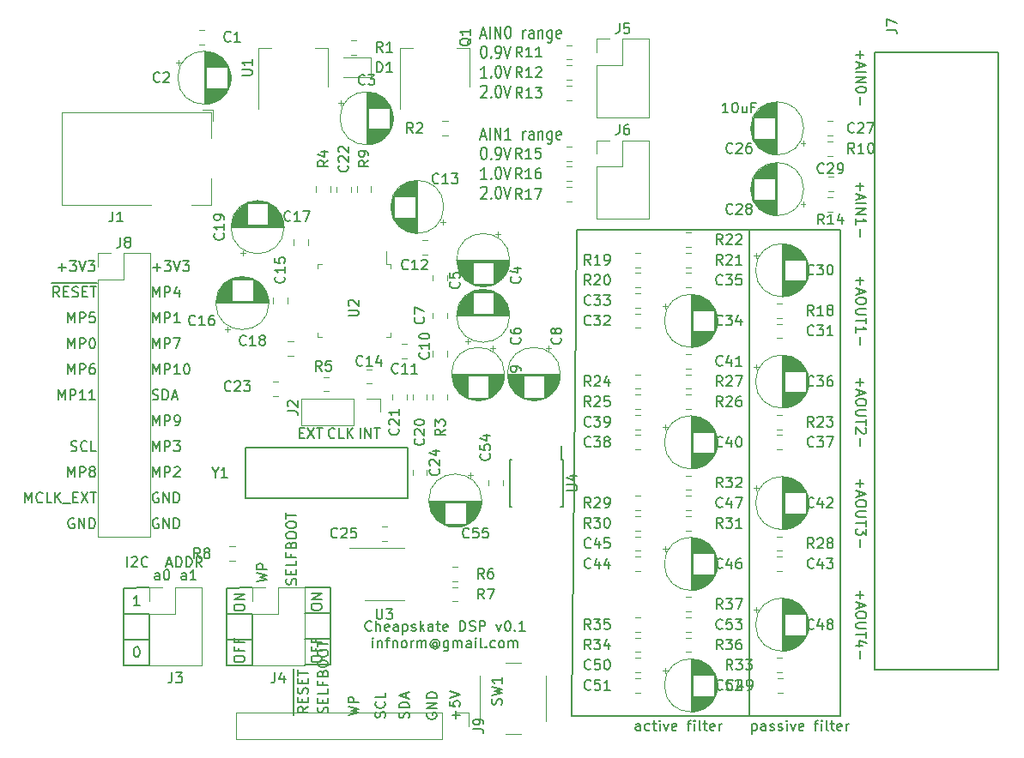
<source format=gbr>
G04 #@! TF.GenerationSoftware,KiCad,Pcbnew,(5.1.2)-1*
G04 #@! TF.CreationDate,2019-05-30T03:48:06-07:00*
G04 #@! TF.ProjectId,dsp2,64737032-2e6b-4696-9361-645f70636258,rev?*
G04 #@! TF.SameCoordinates,Original*
G04 #@! TF.FileFunction,Legend,Top*
G04 #@! TF.FilePolarity,Positive*
%FSLAX46Y46*%
G04 Gerber Fmt 4.6, Leading zero omitted, Abs format (unit mm)*
G04 Created by KiCad (PCBNEW (5.1.2)-1) date 2019-05-30 03:48:06*
%MOMM*%
%LPD*%
G04 APERTURE LIST*
%ADD10C,0.150000*%
%ADD11C,0.120000*%
G04 APERTURE END LIST*
D10*
X84284761Y-72042023D02*
X84332380Y-71899166D01*
X84332380Y-71661071D01*
X84284761Y-71565833D01*
X84237142Y-71518214D01*
X84141904Y-71470595D01*
X84046666Y-71470595D01*
X83951428Y-71518214D01*
X83903809Y-71565833D01*
X83856190Y-71661071D01*
X83808571Y-71851547D01*
X83760952Y-71946785D01*
X83713333Y-71994404D01*
X83618095Y-72042023D01*
X83522857Y-72042023D01*
X83427619Y-71994404D01*
X83380000Y-71946785D01*
X83332380Y-71851547D01*
X83332380Y-71613452D01*
X83380000Y-71470595D01*
X83808571Y-71042023D02*
X83808571Y-70708690D01*
X84332380Y-70565833D02*
X84332380Y-71042023D01*
X83332380Y-71042023D01*
X83332380Y-70565833D01*
X84332380Y-69661071D02*
X84332380Y-70137261D01*
X83332380Y-70137261D01*
X83808571Y-68994404D02*
X83808571Y-69327738D01*
X84332380Y-69327738D02*
X83332380Y-69327738D01*
X83332380Y-68851547D01*
X83808571Y-68137261D02*
X83856190Y-67994404D01*
X83903809Y-67946785D01*
X83999047Y-67899166D01*
X84141904Y-67899166D01*
X84237142Y-67946785D01*
X84284761Y-67994404D01*
X84332380Y-68089642D01*
X84332380Y-68470595D01*
X83332380Y-68470595D01*
X83332380Y-68137261D01*
X83380000Y-68042023D01*
X83427619Y-67994404D01*
X83522857Y-67946785D01*
X83618095Y-67946785D01*
X83713333Y-67994404D01*
X83760952Y-68042023D01*
X83808571Y-68137261D01*
X83808571Y-68470595D01*
X83332380Y-67280119D02*
X83332380Y-67089642D01*
X83380000Y-66994404D01*
X83475238Y-66899166D01*
X83665714Y-66851547D01*
X83999047Y-66851547D01*
X84189523Y-66899166D01*
X84284761Y-66994404D01*
X84332380Y-67089642D01*
X84332380Y-67280119D01*
X84284761Y-67375357D01*
X84189523Y-67470595D01*
X83999047Y-67518214D01*
X83665714Y-67518214D01*
X83475238Y-67470595D01*
X83380000Y-67375357D01*
X83332380Y-67280119D01*
X83332380Y-66232500D02*
X83332380Y-66042023D01*
X83380000Y-65946785D01*
X83475238Y-65851547D01*
X83665714Y-65803928D01*
X83999047Y-65803928D01*
X84189523Y-65851547D01*
X84284761Y-65946785D01*
X84332380Y-66042023D01*
X84332380Y-66232500D01*
X84284761Y-66327738D01*
X84189523Y-66422976D01*
X83999047Y-66470595D01*
X83665714Y-66470595D01*
X83475238Y-66422976D01*
X83380000Y-66327738D01*
X83332380Y-66232500D01*
X83332380Y-65518214D02*
X83332380Y-64946785D01*
X84332380Y-65232500D02*
X83332380Y-65232500D01*
X90635595Y-57602380D02*
X90635595Y-56602380D01*
X91111785Y-57602380D02*
X91111785Y-56602380D01*
X91683214Y-57602380D01*
X91683214Y-56602380D01*
X92016547Y-56602380D02*
X92587976Y-56602380D01*
X92302261Y-57602380D02*
X92302261Y-56602380D01*
X139928571Y-72666666D02*
X139928571Y-73428571D01*
X139547619Y-73047619D02*
X140309523Y-73047619D01*
X139833333Y-73857142D02*
X139833333Y-74333333D01*
X139547619Y-73761904D02*
X140547619Y-74095238D01*
X139547619Y-74428571D01*
X140547619Y-74952380D02*
X140547619Y-75142857D01*
X140500000Y-75238095D01*
X140404761Y-75333333D01*
X140214285Y-75380952D01*
X139880952Y-75380952D01*
X139690476Y-75333333D01*
X139595238Y-75238095D01*
X139547619Y-75142857D01*
X139547619Y-74952380D01*
X139595238Y-74857142D01*
X139690476Y-74761904D01*
X139880952Y-74714285D01*
X140214285Y-74714285D01*
X140404761Y-74761904D01*
X140500000Y-74857142D01*
X140547619Y-74952380D01*
X140547619Y-75809523D02*
X139738095Y-75809523D01*
X139642857Y-75857142D01*
X139595238Y-75904761D01*
X139547619Y-76000000D01*
X139547619Y-76190476D01*
X139595238Y-76285714D01*
X139642857Y-76333333D01*
X139738095Y-76380952D01*
X140547619Y-76380952D01*
X140547619Y-76714285D02*
X140547619Y-77285714D01*
X139547619Y-77000000D02*
X140547619Y-77000000D01*
X140214285Y-78047619D02*
X139547619Y-78047619D01*
X140595238Y-77809523D02*
X139880952Y-77571428D01*
X139880952Y-78190476D01*
X139928571Y-78571428D02*
X139928571Y-79333333D01*
X139928571Y-61666666D02*
X139928571Y-62428571D01*
X139547619Y-62047619D02*
X140309523Y-62047619D01*
X139833333Y-62857142D02*
X139833333Y-63333333D01*
X139547619Y-62761904D02*
X140547619Y-63095238D01*
X139547619Y-63428571D01*
X140547619Y-63952380D02*
X140547619Y-64142857D01*
X140500000Y-64238095D01*
X140404761Y-64333333D01*
X140214285Y-64380952D01*
X139880952Y-64380952D01*
X139690476Y-64333333D01*
X139595238Y-64238095D01*
X139547619Y-64142857D01*
X139547619Y-63952380D01*
X139595238Y-63857142D01*
X139690476Y-63761904D01*
X139880952Y-63714285D01*
X140214285Y-63714285D01*
X140404761Y-63761904D01*
X140500000Y-63857142D01*
X140547619Y-63952380D01*
X140547619Y-64809523D02*
X139738095Y-64809523D01*
X139642857Y-64857142D01*
X139595238Y-64904761D01*
X139547619Y-65000000D01*
X139547619Y-65190476D01*
X139595238Y-65285714D01*
X139642857Y-65333333D01*
X139738095Y-65380952D01*
X140547619Y-65380952D01*
X140547619Y-65714285D02*
X140547619Y-66285714D01*
X139547619Y-66000000D02*
X140547619Y-66000000D01*
X140547619Y-66523809D02*
X140547619Y-67142857D01*
X140166666Y-66809523D01*
X140166666Y-66952380D01*
X140119047Y-67047619D01*
X140071428Y-67095238D01*
X139976190Y-67142857D01*
X139738095Y-67142857D01*
X139642857Y-67095238D01*
X139595238Y-67047619D01*
X139547619Y-66952380D01*
X139547619Y-66666666D01*
X139595238Y-66571428D01*
X139642857Y-66523809D01*
X139928571Y-67571428D02*
X139928571Y-68333333D01*
X139928571Y-51666666D02*
X139928571Y-52428571D01*
X139547619Y-52047619D02*
X140309523Y-52047619D01*
X139833333Y-52857142D02*
X139833333Y-53333333D01*
X139547619Y-52761904D02*
X140547619Y-53095238D01*
X139547619Y-53428571D01*
X140547619Y-53952380D02*
X140547619Y-54142857D01*
X140500000Y-54238095D01*
X140404761Y-54333333D01*
X140214285Y-54380952D01*
X139880952Y-54380952D01*
X139690476Y-54333333D01*
X139595238Y-54238095D01*
X139547619Y-54142857D01*
X139547619Y-53952380D01*
X139595238Y-53857142D01*
X139690476Y-53761904D01*
X139880952Y-53714285D01*
X140214285Y-53714285D01*
X140404761Y-53761904D01*
X140500000Y-53857142D01*
X140547619Y-53952380D01*
X140547619Y-54809523D02*
X139738095Y-54809523D01*
X139642857Y-54857142D01*
X139595238Y-54904761D01*
X139547619Y-55000000D01*
X139547619Y-55190476D01*
X139595238Y-55285714D01*
X139642857Y-55333333D01*
X139738095Y-55380952D01*
X140547619Y-55380952D01*
X140547619Y-55714285D02*
X140547619Y-56285714D01*
X139547619Y-56000000D02*
X140547619Y-56000000D01*
X140452380Y-56571428D02*
X140500000Y-56619047D01*
X140547619Y-56714285D01*
X140547619Y-56952380D01*
X140500000Y-57047619D01*
X140452380Y-57095238D01*
X140357142Y-57142857D01*
X140261904Y-57142857D01*
X140119047Y-57095238D01*
X139547619Y-56523809D01*
X139547619Y-57142857D01*
X139928571Y-57571428D02*
X139928571Y-58333333D01*
X139928571Y-19333333D02*
X139928571Y-20095238D01*
X139547619Y-19714285D02*
X140309523Y-19714285D01*
X139833333Y-20523809D02*
X139833333Y-21000000D01*
X139547619Y-20428571D02*
X140547619Y-20761904D01*
X139547619Y-21095238D01*
X139547619Y-21428571D02*
X140547619Y-21428571D01*
X139547619Y-21904761D02*
X140547619Y-21904761D01*
X139547619Y-22476190D01*
X140547619Y-22476190D01*
X140547619Y-23142857D02*
X140547619Y-23238095D01*
X140500000Y-23333333D01*
X140452380Y-23380952D01*
X140357142Y-23428571D01*
X140166666Y-23476190D01*
X139928571Y-23476190D01*
X139738095Y-23428571D01*
X139642857Y-23380952D01*
X139595238Y-23333333D01*
X139547619Y-23238095D01*
X139547619Y-23142857D01*
X139595238Y-23047619D01*
X139642857Y-23000000D01*
X139738095Y-22952380D01*
X139928571Y-22904761D01*
X140166666Y-22904761D01*
X140357142Y-22952380D01*
X140452380Y-23000000D01*
X140500000Y-23047619D01*
X140547619Y-23142857D01*
X139928571Y-23904761D02*
X139928571Y-24666666D01*
X85812380Y-74343928D02*
X85812380Y-74153452D01*
X85860000Y-74058214D01*
X85955238Y-73962976D01*
X86145714Y-73915357D01*
X86479047Y-73915357D01*
X86669523Y-73962976D01*
X86764761Y-74058214D01*
X86812380Y-74153452D01*
X86812380Y-74343928D01*
X86764761Y-74439166D01*
X86669523Y-74534404D01*
X86479047Y-74582023D01*
X86145714Y-74582023D01*
X85955238Y-74534404D01*
X85860000Y-74439166D01*
X85812380Y-74343928D01*
X86812380Y-73486785D02*
X85812380Y-73486785D01*
X86812380Y-72915357D01*
X85812380Y-72915357D01*
X69790000Y-80070000D02*
X69850000Y-77470000D01*
X67310000Y-80010000D02*
X69790000Y-80070000D01*
X67310000Y-77470000D02*
X67310000Y-80010000D01*
X67310000Y-77470000D02*
X67310000Y-74930000D01*
X69850000Y-77470000D02*
X67310000Y-77470000D01*
X69850000Y-74930000D02*
X69850000Y-77470000D01*
X67310000Y-74930000D02*
X69850000Y-74930000D01*
X67310000Y-72390000D02*
X67310000Y-74930000D01*
X69790000Y-72330000D02*
X67310000Y-72390000D01*
X85150000Y-74870000D02*
X87690000Y-74870000D01*
X85150000Y-77410000D02*
X87690000Y-77410000D01*
X87690000Y-79950000D02*
X85150000Y-79950000D01*
X87690000Y-72330000D02*
X87690000Y-79950000D01*
X85150000Y-72330000D02*
X87690000Y-72330000D01*
X79950000Y-80070000D02*
X80010000Y-77470000D01*
X77470000Y-80010000D02*
X79950000Y-80070000D01*
X77470000Y-77470000D02*
X77470000Y-80010000D01*
X79950000Y-74930000D02*
X77470000Y-74930000D01*
X80010000Y-77470000D02*
X79950000Y-74930000D01*
X77470000Y-77470000D02*
X80010000Y-77470000D01*
X77470000Y-72390000D02*
X77470000Y-77470000D01*
X79950000Y-72330000D02*
X77470000Y-72390000D01*
X85812380Y-79483928D02*
X85812380Y-79293452D01*
X85860000Y-79198214D01*
X85955238Y-79102976D01*
X86145714Y-79055357D01*
X86479047Y-79055357D01*
X86669523Y-79102976D01*
X86764761Y-79198214D01*
X86812380Y-79293452D01*
X86812380Y-79483928D01*
X86764761Y-79579166D01*
X86669523Y-79674404D01*
X86479047Y-79722023D01*
X86145714Y-79722023D01*
X85955238Y-79674404D01*
X85860000Y-79579166D01*
X85812380Y-79483928D01*
X86288571Y-78293452D02*
X86288571Y-78626785D01*
X86812380Y-78626785D02*
X85812380Y-78626785D01*
X85812380Y-78150595D01*
X86288571Y-77436309D02*
X86288571Y-77769642D01*
X86812380Y-77769642D02*
X85812380Y-77769642D01*
X85812380Y-77293452D01*
X78192380Y-79483928D02*
X78192380Y-79293452D01*
X78240000Y-79198214D01*
X78335238Y-79102976D01*
X78525714Y-79055357D01*
X78859047Y-79055357D01*
X79049523Y-79102976D01*
X79144761Y-79198214D01*
X79192380Y-79293452D01*
X79192380Y-79483928D01*
X79144761Y-79579166D01*
X79049523Y-79674404D01*
X78859047Y-79722023D01*
X78525714Y-79722023D01*
X78335238Y-79674404D01*
X78240000Y-79579166D01*
X78192380Y-79483928D01*
X78668571Y-78293452D02*
X78668571Y-78626785D01*
X79192380Y-78626785D02*
X78192380Y-78626785D01*
X78192380Y-78150595D01*
X78668571Y-77436309D02*
X78668571Y-77769642D01*
X79192380Y-77769642D02*
X78192380Y-77769642D01*
X78192380Y-77293452D01*
X78192380Y-74403928D02*
X78192380Y-74213452D01*
X78240000Y-74118214D01*
X78335238Y-74022976D01*
X78525714Y-73975357D01*
X78859047Y-73975357D01*
X79049523Y-74022976D01*
X79144761Y-74118214D01*
X79192380Y-74213452D01*
X79192380Y-74403928D01*
X79144761Y-74499166D01*
X79049523Y-74594404D01*
X78859047Y-74642023D01*
X78525714Y-74642023D01*
X78335238Y-74594404D01*
X78240000Y-74499166D01*
X78192380Y-74403928D01*
X79192380Y-73546785D02*
X78192380Y-73546785D01*
X79192380Y-72975357D01*
X78192380Y-72975357D01*
X80452380Y-71759642D02*
X81452380Y-71521547D01*
X80738095Y-71331071D01*
X81452380Y-71140595D01*
X80452380Y-70902500D01*
X81452380Y-70521547D02*
X80452380Y-70521547D01*
X80452380Y-70140595D01*
X80500000Y-70045357D01*
X80547619Y-69997738D01*
X80642857Y-69950119D01*
X80785714Y-69950119D01*
X80880952Y-69997738D01*
X80928571Y-70045357D01*
X80976190Y-70140595D01*
X80976190Y-70521547D01*
X67645595Y-70302380D02*
X67645595Y-69302380D01*
X68074166Y-69397619D02*
X68121785Y-69350000D01*
X68217023Y-69302380D01*
X68455119Y-69302380D01*
X68550357Y-69350000D01*
X68597976Y-69397619D01*
X68645595Y-69492857D01*
X68645595Y-69588095D01*
X68597976Y-69730952D01*
X68026547Y-70302380D01*
X68645595Y-70302380D01*
X69645595Y-70207142D02*
X69597976Y-70254761D01*
X69455119Y-70302380D01*
X69359880Y-70302380D01*
X69217023Y-70254761D01*
X69121785Y-70159523D01*
X69074166Y-70064285D01*
X69026547Y-69873809D01*
X69026547Y-69730952D01*
X69074166Y-69540476D01*
X69121785Y-69445238D01*
X69217023Y-69350000D01*
X69359880Y-69302380D01*
X69455119Y-69302380D01*
X69597976Y-69350000D01*
X69645595Y-69397619D01*
X71550357Y-70016666D02*
X72026547Y-70016666D01*
X71455119Y-70302380D02*
X71788452Y-69302380D01*
X72121785Y-70302380D01*
X72455119Y-70302380D02*
X72455119Y-69302380D01*
X72693214Y-69302380D01*
X72836071Y-69350000D01*
X72931309Y-69445238D01*
X72978928Y-69540476D01*
X73026547Y-69730952D01*
X73026547Y-69873809D01*
X72978928Y-70064285D01*
X72931309Y-70159523D01*
X72836071Y-70254761D01*
X72693214Y-70302380D01*
X72455119Y-70302380D01*
X73455119Y-70302380D02*
X73455119Y-69302380D01*
X73693214Y-69302380D01*
X73836071Y-69350000D01*
X73931309Y-69445238D01*
X73978928Y-69540476D01*
X74026547Y-69730952D01*
X74026547Y-69873809D01*
X73978928Y-70064285D01*
X73931309Y-70159523D01*
X73836071Y-70254761D01*
X73693214Y-70302380D01*
X73455119Y-70302380D01*
X75026547Y-70302380D02*
X74693214Y-69826190D01*
X74455119Y-70302380D02*
X74455119Y-69302380D01*
X74836071Y-69302380D01*
X74931309Y-69350000D01*
X74978928Y-69397619D01*
X75026547Y-69492857D01*
X75026547Y-69635714D01*
X74978928Y-69730952D01*
X74931309Y-69778571D01*
X74836071Y-69826190D01*
X74455119Y-69826190D01*
X88107023Y-57507142D02*
X88059404Y-57554761D01*
X87916547Y-57602380D01*
X87821309Y-57602380D01*
X87678452Y-57554761D01*
X87583214Y-57459523D01*
X87535595Y-57364285D01*
X87487976Y-57173809D01*
X87487976Y-57030952D01*
X87535595Y-56840476D01*
X87583214Y-56745238D01*
X87678452Y-56650000D01*
X87821309Y-56602380D01*
X87916547Y-56602380D01*
X88059404Y-56650000D01*
X88107023Y-56697619D01*
X89011785Y-57602380D02*
X88535595Y-57602380D01*
X88535595Y-56602380D01*
X89345119Y-57602380D02*
X89345119Y-56602380D01*
X89916547Y-57602380D02*
X89487976Y-57030952D01*
X89916547Y-56602380D02*
X89345119Y-57173809D01*
X84635595Y-57078571D02*
X84968928Y-57078571D01*
X85111785Y-57602380D02*
X84635595Y-57602380D01*
X84635595Y-56602380D01*
X85111785Y-56602380D01*
X85445119Y-56602380D02*
X86111785Y-57602380D01*
X86111785Y-56602380D02*
X85445119Y-57602380D01*
X86349880Y-56602380D02*
X86921309Y-56602380D01*
X86635595Y-57602380D02*
X86635595Y-56602380D01*
X62386785Y-65540000D02*
X62291547Y-65492380D01*
X62148690Y-65492380D01*
X62005833Y-65540000D01*
X61910595Y-65635238D01*
X61862976Y-65730476D01*
X61815357Y-65920952D01*
X61815357Y-66063809D01*
X61862976Y-66254285D01*
X61910595Y-66349523D01*
X62005833Y-66444761D01*
X62148690Y-66492380D01*
X62243928Y-66492380D01*
X62386785Y-66444761D01*
X62434404Y-66397142D01*
X62434404Y-66063809D01*
X62243928Y-66063809D01*
X62862976Y-66492380D02*
X62862976Y-65492380D01*
X63434404Y-66492380D01*
X63434404Y-65492380D01*
X63910595Y-66492380D02*
X63910595Y-65492380D01*
X64148690Y-65492380D01*
X64291547Y-65540000D01*
X64386785Y-65635238D01*
X64434404Y-65730476D01*
X64482023Y-65920952D01*
X64482023Y-66063809D01*
X64434404Y-66254285D01*
X64386785Y-66349523D01*
X64291547Y-66444761D01*
X64148690Y-66492380D01*
X63910595Y-66492380D01*
X57577261Y-63952380D02*
X57577261Y-62952380D01*
X57910595Y-63666666D01*
X58243928Y-62952380D01*
X58243928Y-63952380D01*
X59291547Y-63857142D02*
X59243928Y-63904761D01*
X59101071Y-63952380D01*
X59005833Y-63952380D01*
X58862976Y-63904761D01*
X58767738Y-63809523D01*
X58720119Y-63714285D01*
X58672500Y-63523809D01*
X58672500Y-63380952D01*
X58720119Y-63190476D01*
X58767738Y-63095238D01*
X58862976Y-63000000D01*
X59005833Y-62952380D01*
X59101071Y-62952380D01*
X59243928Y-63000000D01*
X59291547Y-63047619D01*
X60196309Y-63952380D02*
X59720119Y-63952380D01*
X59720119Y-62952380D01*
X60529642Y-63952380D02*
X60529642Y-62952380D01*
X61101071Y-63952380D02*
X60672500Y-63380952D01*
X61101071Y-62952380D02*
X60529642Y-63523809D01*
X61291547Y-64047619D02*
X62053452Y-64047619D01*
X62291547Y-63428571D02*
X62624880Y-63428571D01*
X62767738Y-63952380D02*
X62291547Y-63952380D01*
X62291547Y-62952380D01*
X62767738Y-62952380D01*
X63101071Y-62952380D02*
X63767738Y-63952380D01*
X63767738Y-62952380D02*
X63101071Y-63952380D01*
X64005833Y-62952380D02*
X64577261Y-62952380D01*
X64291547Y-63952380D02*
X64291547Y-62952380D01*
X61815357Y-61412380D02*
X61815357Y-60412380D01*
X62148690Y-61126666D01*
X62482023Y-60412380D01*
X62482023Y-61412380D01*
X62958214Y-61412380D02*
X62958214Y-60412380D01*
X63339166Y-60412380D01*
X63434404Y-60460000D01*
X63482023Y-60507619D01*
X63529642Y-60602857D01*
X63529642Y-60745714D01*
X63482023Y-60840952D01*
X63434404Y-60888571D01*
X63339166Y-60936190D01*
X62958214Y-60936190D01*
X64101071Y-60840952D02*
X64005833Y-60793333D01*
X63958214Y-60745714D01*
X63910595Y-60650476D01*
X63910595Y-60602857D01*
X63958214Y-60507619D01*
X64005833Y-60460000D01*
X64101071Y-60412380D01*
X64291547Y-60412380D01*
X64386785Y-60460000D01*
X64434404Y-60507619D01*
X64482023Y-60602857D01*
X64482023Y-60650476D01*
X64434404Y-60745714D01*
X64386785Y-60793333D01*
X64291547Y-60840952D01*
X64101071Y-60840952D01*
X64005833Y-60888571D01*
X63958214Y-60936190D01*
X63910595Y-61031428D01*
X63910595Y-61221904D01*
X63958214Y-61317142D01*
X64005833Y-61364761D01*
X64101071Y-61412380D01*
X64291547Y-61412380D01*
X64386785Y-61364761D01*
X64434404Y-61317142D01*
X64482023Y-61221904D01*
X64482023Y-61031428D01*
X64434404Y-60936190D01*
X64386785Y-60888571D01*
X64291547Y-60840952D01*
X62101071Y-58824761D02*
X62243928Y-58872380D01*
X62482023Y-58872380D01*
X62577261Y-58824761D01*
X62624880Y-58777142D01*
X62672500Y-58681904D01*
X62672500Y-58586666D01*
X62624880Y-58491428D01*
X62577261Y-58443809D01*
X62482023Y-58396190D01*
X62291547Y-58348571D01*
X62196309Y-58300952D01*
X62148690Y-58253333D01*
X62101071Y-58158095D01*
X62101071Y-58062857D01*
X62148690Y-57967619D01*
X62196309Y-57920000D01*
X62291547Y-57872380D01*
X62529642Y-57872380D01*
X62672500Y-57920000D01*
X63672500Y-58777142D02*
X63624880Y-58824761D01*
X63482023Y-58872380D01*
X63386785Y-58872380D01*
X63243928Y-58824761D01*
X63148690Y-58729523D01*
X63101071Y-58634285D01*
X63053452Y-58443809D01*
X63053452Y-58300952D01*
X63101071Y-58110476D01*
X63148690Y-58015238D01*
X63243928Y-57920000D01*
X63386785Y-57872380D01*
X63482023Y-57872380D01*
X63624880Y-57920000D01*
X63672500Y-57967619D01*
X64577261Y-58872380D02*
X64101071Y-58872380D01*
X64101071Y-57872380D01*
X60862976Y-53792380D02*
X60862976Y-52792380D01*
X61196309Y-53506666D01*
X61529642Y-52792380D01*
X61529642Y-53792380D01*
X62005833Y-53792380D02*
X62005833Y-52792380D01*
X62386785Y-52792380D01*
X62482023Y-52840000D01*
X62529642Y-52887619D01*
X62577261Y-52982857D01*
X62577261Y-53125714D01*
X62529642Y-53220952D01*
X62482023Y-53268571D01*
X62386785Y-53316190D01*
X62005833Y-53316190D01*
X63529642Y-53792380D02*
X62958214Y-53792380D01*
X63243928Y-53792380D02*
X63243928Y-52792380D01*
X63148690Y-52935238D01*
X63053452Y-53030476D01*
X62958214Y-53078095D01*
X64482023Y-53792380D02*
X63910595Y-53792380D01*
X64196309Y-53792380D02*
X64196309Y-52792380D01*
X64101071Y-52935238D01*
X64005833Y-53030476D01*
X63910595Y-53078095D01*
X61815357Y-51252380D02*
X61815357Y-50252380D01*
X62148690Y-50966666D01*
X62482023Y-50252380D01*
X62482023Y-51252380D01*
X62958214Y-51252380D02*
X62958214Y-50252380D01*
X63339166Y-50252380D01*
X63434404Y-50300000D01*
X63482023Y-50347619D01*
X63529642Y-50442857D01*
X63529642Y-50585714D01*
X63482023Y-50680952D01*
X63434404Y-50728571D01*
X63339166Y-50776190D01*
X62958214Y-50776190D01*
X64386785Y-50252380D02*
X64196309Y-50252380D01*
X64101071Y-50300000D01*
X64053452Y-50347619D01*
X63958214Y-50490476D01*
X63910595Y-50680952D01*
X63910595Y-51061904D01*
X63958214Y-51157142D01*
X64005833Y-51204761D01*
X64101071Y-51252380D01*
X64291547Y-51252380D01*
X64386785Y-51204761D01*
X64434404Y-51157142D01*
X64482023Y-51061904D01*
X64482023Y-50823809D01*
X64434404Y-50728571D01*
X64386785Y-50680952D01*
X64291547Y-50633333D01*
X64101071Y-50633333D01*
X64005833Y-50680952D01*
X63958214Y-50728571D01*
X63910595Y-50823809D01*
X61815357Y-48712380D02*
X61815357Y-47712380D01*
X62148690Y-48426666D01*
X62482023Y-47712380D01*
X62482023Y-48712380D01*
X62958214Y-48712380D02*
X62958214Y-47712380D01*
X63339166Y-47712380D01*
X63434404Y-47760000D01*
X63482023Y-47807619D01*
X63529642Y-47902857D01*
X63529642Y-48045714D01*
X63482023Y-48140952D01*
X63434404Y-48188571D01*
X63339166Y-48236190D01*
X62958214Y-48236190D01*
X64148690Y-47712380D02*
X64243928Y-47712380D01*
X64339166Y-47760000D01*
X64386785Y-47807619D01*
X64434404Y-47902857D01*
X64482023Y-48093333D01*
X64482023Y-48331428D01*
X64434404Y-48521904D01*
X64386785Y-48617142D01*
X64339166Y-48664761D01*
X64243928Y-48712380D01*
X64148690Y-48712380D01*
X64053452Y-48664761D01*
X64005833Y-48617142D01*
X63958214Y-48521904D01*
X63910595Y-48331428D01*
X63910595Y-48093333D01*
X63958214Y-47902857D01*
X64005833Y-47807619D01*
X64053452Y-47760000D01*
X64148690Y-47712380D01*
X61815357Y-46172380D02*
X61815357Y-45172380D01*
X62148690Y-45886666D01*
X62482023Y-45172380D01*
X62482023Y-46172380D01*
X62958214Y-46172380D02*
X62958214Y-45172380D01*
X63339166Y-45172380D01*
X63434404Y-45220000D01*
X63482023Y-45267619D01*
X63529642Y-45362857D01*
X63529642Y-45505714D01*
X63482023Y-45600952D01*
X63434404Y-45648571D01*
X63339166Y-45696190D01*
X62958214Y-45696190D01*
X64434404Y-45172380D02*
X63958214Y-45172380D01*
X63910595Y-45648571D01*
X63958214Y-45600952D01*
X64053452Y-45553333D01*
X64291547Y-45553333D01*
X64386785Y-45600952D01*
X64434404Y-45648571D01*
X64482023Y-45743809D01*
X64482023Y-45981904D01*
X64434404Y-46077142D01*
X64386785Y-46124761D01*
X64291547Y-46172380D01*
X64053452Y-46172380D01*
X63958214Y-46124761D01*
X63910595Y-46077142D01*
X60148690Y-42265000D02*
X61148690Y-42265000D01*
X60958214Y-43632380D02*
X60624880Y-43156190D01*
X60386785Y-43632380D02*
X60386785Y-42632380D01*
X60767738Y-42632380D01*
X60862976Y-42680000D01*
X60910595Y-42727619D01*
X60958214Y-42822857D01*
X60958214Y-42965714D01*
X60910595Y-43060952D01*
X60862976Y-43108571D01*
X60767738Y-43156190D01*
X60386785Y-43156190D01*
X61148690Y-42265000D02*
X62053452Y-42265000D01*
X61386785Y-43108571D02*
X61720119Y-43108571D01*
X61862976Y-43632380D02*
X61386785Y-43632380D01*
X61386785Y-42632380D01*
X61862976Y-42632380D01*
X62053452Y-42265000D02*
X63005833Y-42265000D01*
X62243928Y-43584761D02*
X62386785Y-43632380D01*
X62624880Y-43632380D01*
X62720119Y-43584761D01*
X62767738Y-43537142D01*
X62815357Y-43441904D01*
X62815357Y-43346666D01*
X62767738Y-43251428D01*
X62720119Y-43203809D01*
X62624880Y-43156190D01*
X62434404Y-43108571D01*
X62339166Y-43060952D01*
X62291547Y-43013333D01*
X62243928Y-42918095D01*
X62243928Y-42822857D01*
X62291547Y-42727619D01*
X62339166Y-42680000D01*
X62434404Y-42632380D01*
X62672500Y-42632380D01*
X62815357Y-42680000D01*
X63005833Y-42265000D02*
X63910595Y-42265000D01*
X63243928Y-43108571D02*
X63577261Y-43108571D01*
X63720119Y-43632380D02*
X63243928Y-43632380D01*
X63243928Y-42632380D01*
X63720119Y-42632380D01*
X63910595Y-42265000D02*
X64672500Y-42265000D01*
X64005833Y-42632380D02*
X64577261Y-42632380D01*
X64291547Y-43632380D02*
X64291547Y-42632380D01*
X60850595Y-40711428D02*
X61612500Y-40711428D01*
X61231547Y-41092380D02*
X61231547Y-40330476D01*
X61993452Y-40092380D02*
X62612500Y-40092380D01*
X62279166Y-40473333D01*
X62422023Y-40473333D01*
X62517261Y-40520952D01*
X62564880Y-40568571D01*
X62612500Y-40663809D01*
X62612500Y-40901904D01*
X62564880Y-40997142D01*
X62517261Y-41044761D01*
X62422023Y-41092380D01*
X62136309Y-41092380D01*
X62041071Y-41044761D01*
X61993452Y-40997142D01*
X62898214Y-40092380D02*
X63231547Y-41092380D01*
X63564880Y-40092380D01*
X63802976Y-40092380D02*
X64422023Y-40092380D01*
X64088690Y-40473333D01*
X64231547Y-40473333D01*
X64326785Y-40520952D01*
X64374404Y-40568571D01*
X64422023Y-40663809D01*
X64422023Y-40901904D01*
X64374404Y-40997142D01*
X64326785Y-41044761D01*
X64231547Y-41092380D01*
X63945833Y-41092380D01*
X63850595Y-41044761D01*
X63802976Y-40997142D01*
X70709404Y-65540000D02*
X70614166Y-65492380D01*
X70471309Y-65492380D01*
X70328452Y-65540000D01*
X70233214Y-65635238D01*
X70185595Y-65730476D01*
X70137976Y-65920952D01*
X70137976Y-66063809D01*
X70185595Y-66254285D01*
X70233214Y-66349523D01*
X70328452Y-66444761D01*
X70471309Y-66492380D01*
X70566547Y-66492380D01*
X70709404Y-66444761D01*
X70757023Y-66397142D01*
X70757023Y-66063809D01*
X70566547Y-66063809D01*
X71185595Y-66492380D02*
X71185595Y-65492380D01*
X71757023Y-66492380D01*
X71757023Y-65492380D01*
X72233214Y-66492380D02*
X72233214Y-65492380D01*
X72471309Y-65492380D01*
X72614166Y-65540000D01*
X72709404Y-65635238D01*
X72757023Y-65730476D01*
X72804642Y-65920952D01*
X72804642Y-66063809D01*
X72757023Y-66254285D01*
X72709404Y-66349523D01*
X72614166Y-66444761D01*
X72471309Y-66492380D01*
X72233214Y-66492380D01*
X70709404Y-63000000D02*
X70614166Y-62952380D01*
X70471309Y-62952380D01*
X70328452Y-63000000D01*
X70233214Y-63095238D01*
X70185595Y-63190476D01*
X70137976Y-63380952D01*
X70137976Y-63523809D01*
X70185595Y-63714285D01*
X70233214Y-63809523D01*
X70328452Y-63904761D01*
X70471309Y-63952380D01*
X70566547Y-63952380D01*
X70709404Y-63904761D01*
X70757023Y-63857142D01*
X70757023Y-63523809D01*
X70566547Y-63523809D01*
X71185595Y-63952380D02*
X71185595Y-62952380D01*
X71757023Y-63952380D01*
X71757023Y-62952380D01*
X72233214Y-63952380D02*
X72233214Y-62952380D01*
X72471309Y-62952380D01*
X72614166Y-63000000D01*
X72709404Y-63095238D01*
X72757023Y-63190476D01*
X72804642Y-63380952D01*
X72804642Y-63523809D01*
X72757023Y-63714285D01*
X72709404Y-63809523D01*
X72614166Y-63904761D01*
X72471309Y-63952380D01*
X72233214Y-63952380D01*
X70185595Y-61412380D02*
X70185595Y-60412380D01*
X70518928Y-61126666D01*
X70852261Y-60412380D01*
X70852261Y-61412380D01*
X71328452Y-61412380D02*
X71328452Y-60412380D01*
X71709404Y-60412380D01*
X71804642Y-60460000D01*
X71852261Y-60507619D01*
X71899880Y-60602857D01*
X71899880Y-60745714D01*
X71852261Y-60840952D01*
X71804642Y-60888571D01*
X71709404Y-60936190D01*
X71328452Y-60936190D01*
X72280833Y-60507619D02*
X72328452Y-60460000D01*
X72423690Y-60412380D01*
X72661785Y-60412380D01*
X72757023Y-60460000D01*
X72804642Y-60507619D01*
X72852261Y-60602857D01*
X72852261Y-60698095D01*
X72804642Y-60840952D01*
X72233214Y-61412380D01*
X72852261Y-61412380D01*
X70185595Y-58872380D02*
X70185595Y-57872380D01*
X70518928Y-58586666D01*
X70852261Y-57872380D01*
X70852261Y-58872380D01*
X71328452Y-58872380D02*
X71328452Y-57872380D01*
X71709404Y-57872380D01*
X71804642Y-57920000D01*
X71852261Y-57967619D01*
X71899880Y-58062857D01*
X71899880Y-58205714D01*
X71852261Y-58300952D01*
X71804642Y-58348571D01*
X71709404Y-58396190D01*
X71328452Y-58396190D01*
X72233214Y-57872380D02*
X72852261Y-57872380D01*
X72518928Y-58253333D01*
X72661785Y-58253333D01*
X72757023Y-58300952D01*
X72804642Y-58348571D01*
X72852261Y-58443809D01*
X72852261Y-58681904D01*
X72804642Y-58777142D01*
X72757023Y-58824761D01*
X72661785Y-58872380D01*
X72376071Y-58872380D01*
X72280833Y-58824761D01*
X72233214Y-58777142D01*
X70185595Y-56332380D02*
X70185595Y-55332380D01*
X70518928Y-56046666D01*
X70852261Y-55332380D01*
X70852261Y-56332380D01*
X71328452Y-56332380D02*
X71328452Y-55332380D01*
X71709404Y-55332380D01*
X71804642Y-55380000D01*
X71852261Y-55427619D01*
X71899880Y-55522857D01*
X71899880Y-55665714D01*
X71852261Y-55760952D01*
X71804642Y-55808571D01*
X71709404Y-55856190D01*
X71328452Y-55856190D01*
X72376071Y-56332380D02*
X72566547Y-56332380D01*
X72661785Y-56284761D01*
X72709404Y-56237142D01*
X72804642Y-56094285D01*
X72852261Y-55903809D01*
X72852261Y-55522857D01*
X72804642Y-55427619D01*
X72757023Y-55380000D01*
X72661785Y-55332380D01*
X72471309Y-55332380D01*
X72376071Y-55380000D01*
X72328452Y-55427619D01*
X72280833Y-55522857D01*
X72280833Y-55760952D01*
X72328452Y-55856190D01*
X72376071Y-55903809D01*
X72471309Y-55951428D01*
X72661785Y-55951428D01*
X72757023Y-55903809D01*
X72804642Y-55856190D01*
X72852261Y-55760952D01*
X70137976Y-53744761D02*
X70280833Y-53792380D01*
X70518928Y-53792380D01*
X70614166Y-53744761D01*
X70661785Y-53697142D01*
X70709404Y-53601904D01*
X70709404Y-53506666D01*
X70661785Y-53411428D01*
X70614166Y-53363809D01*
X70518928Y-53316190D01*
X70328452Y-53268571D01*
X70233214Y-53220952D01*
X70185595Y-53173333D01*
X70137976Y-53078095D01*
X70137976Y-52982857D01*
X70185595Y-52887619D01*
X70233214Y-52840000D01*
X70328452Y-52792380D01*
X70566547Y-52792380D01*
X70709404Y-52840000D01*
X71137976Y-53792380D02*
X71137976Y-52792380D01*
X71376071Y-52792380D01*
X71518928Y-52840000D01*
X71614166Y-52935238D01*
X71661785Y-53030476D01*
X71709404Y-53220952D01*
X71709404Y-53363809D01*
X71661785Y-53554285D01*
X71614166Y-53649523D01*
X71518928Y-53744761D01*
X71376071Y-53792380D01*
X71137976Y-53792380D01*
X72090357Y-53506666D02*
X72566547Y-53506666D01*
X71995119Y-53792380D02*
X72328452Y-52792380D01*
X72661785Y-53792380D01*
X70185595Y-51252380D02*
X70185595Y-50252380D01*
X70518928Y-50966666D01*
X70852261Y-50252380D01*
X70852261Y-51252380D01*
X71328452Y-51252380D02*
X71328452Y-50252380D01*
X71709404Y-50252380D01*
X71804642Y-50300000D01*
X71852261Y-50347619D01*
X71899880Y-50442857D01*
X71899880Y-50585714D01*
X71852261Y-50680952D01*
X71804642Y-50728571D01*
X71709404Y-50776190D01*
X71328452Y-50776190D01*
X72852261Y-51252380D02*
X72280833Y-51252380D01*
X72566547Y-51252380D02*
X72566547Y-50252380D01*
X72471309Y-50395238D01*
X72376071Y-50490476D01*
X72280833Y-50538095D01*
X73471309Y-50252380D02*
X73566547Y-50252380D01*
X73661785Y-50300000D01*
X73709404Y-50347619D01*
X73757023Y-50442857D01*
X73804642Y-50633333D01*
X73804642Y-50871428D01*
X73757023Y-51061904D01*
X73709404Y-51157142D01*
X73661785Y-51204761D01*
X73566547Y-51252380D01*
X73471309Y-51252380D01*
X73376071Y-51204761D01*
X73328452Y-51157142D01*
X73280833Y-51061904D01*
X73233214Y-50871428D01*
X73233214Y-50633333D01*
X73280833Y-50442857D01*
X73328452Y-50347619D01*
X73376071Y-50300000D01*
X73471309Y-50252380D01*
X70185595Y-48712380D02*
X70185595Y-47712380D01*
X70518928Y-48426666D01*
X70852261Y-47712380D01*
X70852261Y-48712380D01*
X71328452Y-48712380D02*
X71328452Y-47712380D01*
X71709404Y-47712380D01*
X71804642Y-47760000D01*
X71852261Y-47807619D01*
X71899880Y-47902857D01*
X71899880Y-48045714D01*
X71852261Y-48140952D01*
X71804642Y-48188571D01*
X71709404Y-48236190D01*
X71328452Y-48236190D01*
X72233214Y-47712380D02*
X72899880Y-47712380D01*
X72471309Y-48712380D01*
X70185595Y-46172380D02*
X70185595Y-45172380D01*
X70518928Y-45886666D01*
X70852261Y-45172380D01*
X70852261Y-46172380D01*
X71328452Y-46172380D02*
X71328452Y-45172380D01*
X71709404Y-45172380D01*
X71804642Y-45220000D01*
X71852261Y-45267619D01*
X71899880Y-45362857D01*
X71899880Y-45505714D01*
X71852261Y-45600952D01*
X71804642Y-45648571D01*
X71709404Y-45696190D01*
X71328452Y-45696190D01*
X72852261Y-46172380D02*
X72280833Y-46172380D01*
X72566547Y-46172380D02*
X72566547Y-45172380D01*
X72471309Y-45315238D01*
X72376071Y-45410476D01*
X72280833Y-45458095D01*
X70185595Y-43632380D02*
X70185595Y-42632380D01*
X70518928Y-43346666D01*
X70852261Y-42632380D01*
X70852261Y-43632380D01*
X71328452Y-43632380D02*
X71328452Y-42632380D01*
X71709404Y-42632380D01*
X71804642Y-42680000D01*
X71852261Y-42727619D01*
X71899880Y-42822857D01*
X71899880Y-42965714D01*
X71852261Y-43060952D01*
X71804642Y-43108571D01*
X71709404Y-43156190D01*
X71328452Y-43156190D01*
X72757023Y-42965714D02*
X72757023Y-43632380D01*
X72518928Y-42584761D02*
X72280833Y-43299047D01*
X72899880Y-43299047D01*
X70185595Y-40711428D02*
X70947500Y-40711428D01*
X70566547Y-41092380D02*
X70566547Y-40330476D01*
X71328452Y-40092380D02*
X71947500Y-40092380D01*
X71614166Y-40473333D01*
X71757023Y-40473333D01*
X71852261Y-40520952D01*
X71899880Y-40568571D01*
X71947500Y-40663809D01*
X71947500Y-40901904D01*
X71899880Y-40997142D01*
X71852261Y-41044761D01*
X71757023Y-41092380D01*
X71471309Y-41092380D01*
X71376071Y-41044761D01*
X71328452Y-40997142D01*
X72233214Y-40092380D02*
X72566547Y-41092380D01*
X72899880Y-40092380D01*
X73137976Y-40092380D02*
X73757023Y-40092380D01*
X73423690Y-40473333D01*
X73566547Y-40473333D01*
X73661785Y-40520952D01*
X73709404Y-40568571D01*
X73757023Y-40663809D01*
X73757023Y-40901904D01*
X73709404Y-40997142D01*
X73661785Y-41044761D01*
X73566547Y-41092380D01*
X73280833Y-41092380D01*
X73185595Y-41044761D01*
X73137976Y-40997142D01*
X84085000Y-84902500D02*
X84085000Y-83902500D01*
X85452380Y-84092976D02*
X84976190Y-84426309D01*
X85452380Y-84664404D02*
X84452380Y-84664404D01*
X84452380Y-84283452D01*
X84500000Y-84188214D01*
X84547619Y-84140595D01*
X84642857Y-84092976D01*
X84785714Y-84092976D01*
X84880952Y-84140595D01*
X84928571Y-84188214D01*
X84976190Y-84283452D01*
X84976190Y-84664404D01*
X84085000Y-83902500D02*
X84085000Y-82997738D01*
X84928571Y-83664404D02*
X84928571Y-83331071D01*
X85452380Y-83188214D02*
X85452380Y-83664404D01*
X84452380Y-83664404D01*
X84452380Y-83188214D01*
X84085000Y-82997738D02*
X84085000Y-82045357D01*
X85404761Y-82807261D02*
X85452380Y-82664404D01*
X85452380Y-82426309D01*
X85404761Y-82331071D01*
X85357142Y-82283452D01*
X85261904Y-82235833D01*
X85166666Y-82235833D01*
X85071428Y-82283452D01*
X85023809Y-82331071D01*
X84976190Y-82426309D01*
X84928571Y-82616785D01*
X84880952Y-82712023D01*
X84833333Y-82759642D01*
X84738095Y-82807261D01*
X84642857Y-82807261D01*
X84547619Y-82759642D01*
X84500000Y-82712023D01*
X84452380Y-82616785D01*
X84452380Y-82378690D01*
X84500000Y-82235833D01*
X84085000Y-82045357D02*
X84085000Y-81140595D01*
X84928571Y-81807261D02*
X84928571Y-81473928D01*
X85452380Y-81331071D02*
X85452380Y-81807261D01*
X84452380Y-81807261D01*
X84452380Y-81331071D01*
X84085000Y-81140595D02*
X84085000Y-80378690D01*
X84452380Y-81045357D02*
X84452380Y-80473928D01*
X85452380Y-80759642D02*
X84452380Y-80759642D01*
X87404761Y-84712023D02*
X87452380Y-84569166D01*
X87452380Y-84331071D01*
X87404761Y-84235833D01*
X87357142Y-84188214D01*
X87261904Y-84140595D01*
X87166666Y-84140595D01*
X87071428Y-84188214D01*
X87023809Y-84235833D01*
X86976190Y-84331071D01*
X86928571Y-84521547D01*
X86880952Y-84616785D01*
X86833333Y-84664404D01*
X86738095Y-84712023D01*
X86642857Y-84712023D01*
X86547619Y-84664404D01*
X86500000Y-84616785D01*
X86452380Y-84521547D01*
X86452380Y-84283452D01*
X86500000Y-84140595D01*
X86928571Y-83712023D02*
X86928571Y-83378690D01*
X87452380Y-83235833D02*
X87452380Y-83712023D01*
X86452380Y-83712023D01*
X86452380Y-83235833D01*
X87452380Y-82331071D02*
X87452380Y-82807261D01*
X86452380Y-82807261D01*
X86928571Y-81664404D02*
X86928571Y-81997738D01*
X87452380Y-81997738D02*
X86452380Y-81997738D01*
X86452380Y-81521547D01*
X86928571Y-80807261D02*
X86976190Y-80664404D01*
X87023809Y-80616785D01*
X87119047Y-80569166D01*
X87261904Y-80569166D01*
X87357142Y-80616785D01*
X87404761Y-80664404D01*
X87452380Y-80759642D01*
X87452380Y-81140595D01*
X86452380Y-81140595D01*
X86452380Y-80807261D01*
X86500000Y-80712023D01*
X86547619Y-80664404D01*
X86642857Y-80616785D01*
X86738095Y-80616785D01*
X86833333Y-80664404D01*
X86880952Y-80712023D01*
X86928571Y-80807261D01*
X86928571Y-81140595D01*
X86452380Y-79950119D02*
X86452380Y-79759642D01*
X86500000Y-79664404D01*
X86595238Y-79569166D01*
X86785714Y-79521547D01*
X87119047Y-79521547D01*
X87309523Y-79569166D01*
X87404761Y-79664404D01*
X87452380Y-79759642D01*
X87452380Y-79950119D01*
X87404761Y-80045357D01*
X87309523Y-80140595D01*
X87119047Y-80188214D01*
X86785714Y-80188214D01*
X86595238Y-80140595D01*
X86500000Y-80045357D01*
X86452380Y-79950119D01*
X86452380Y-78902500D02*
X86452380Y-78712023D01*
X86500000Y-78616785D01*
X86595238Y-78521547D01*
X86785714Y-78473928D01*
X87119047Y-78473928D01*
X87309523Y-78521547D01*
X87404761Y-78616785D01*
X87452380Y-78712023D01*
X87452380Y-78902500D01*
X87404761Y-78997738D01*
X87309523Y-79092976D01*
X87119047Y-79140595D01*
X86785714Y-79140595D01*
X86595238Y-79092976D01*
X86500000Y-78997738D01*
X86452380Y-78902500D01*
X86452380Y-78188214D02*
X86452380Y-77616785D01*
X87452380Y-77902500D02*
X86452380Y-77902500D01*
X89452380Y-84928571D02*
X90452380Y-84690476D01*
X89738095Y-84500000D01*
X90452380Y-84309523D01*
X89452380Y-84071428D01*
X90452380Y-83690476D02*
X89452380Y-83690476D01*
X89452380Y-83309523D01*
X89500000Y-83214285D01*
X89547619Y-83166666D01*
X89642857Y-83119047D01*
X89785714Y-83119047D01*
X89880952Y-83166666D01*
X89928571Y-83214285D01*
X89976190Y-83309523D01*
X89976190Y-83690476D01*
X93044761Y-85190476D02*
X93092380Y-85047619D01*
X93092380Y-84809523D01*
X93044761Y-84714285D01*
X92997142Y-84666666D01*
X92901904Y-84619047D01*
X92806666Y-84619047D01*
X92711428Y-84666666D01*
X92663809Y-84714285D01*
X92616190Y-84809523D01*
X92568571Y-85000000D01*
X92520952Y-85095238D01*
X92473333Y-85142857D01*
X92378095Y-85190476D01*
X92282857Y-85190476D01*
X92187619Y-85142857D01*
X92140000Y-85095238D01*
X92092380Y-85000000D01*
X92092380Y-84761904D01*
X92140000Y-84619047D01*
X92997142Y-83619047D02*
X93044761Y-83666666D01*
X93092380Y-83809523D01*
X93092380Y-83904761D01*
X93044761Y-84047619D01*
X92949523Y-84142857D01*
X92854285Y-84190476D01*
X92663809Y-84238095D01*
X92520952Y-84238095D01*
X92330476Y-84190476D01*
X92235238Y-84142857D01*
X92140000Y-84047619D01*
X92092380Y-83904761D01*
X92092380Y-83809523D01*
X92140000Y-83666666D01*
X92187619Y-83619047D01*
X93092380Y-82714285D02*
X93092380Y-83190476D01*
X92092380Y-83190476D01*
X95404761Y-85214285D02*
X95452380Y-85071428D01*
X95452380Y-84833333D01*
X95404761Y-84738095D01*
X95357142Y-84690476D01*
X95261904Y-84642857D01*
X95166666Y-84642857D01*
X95071428Y-84690476D01*
X95023809Y-84738095D01*
X94976190Y-84833333D01*
X94928571Y-85023809D01*
X94880952Y-85119047D01*
X94833333Y-85166666D01*
X94738095Y-85214285D01*
X94642857Y-85214285D01*
X94547619Y-85166666D01*
X94500000Y-85119047D01*
X94452380Y-85023809D01*
X94452380Y-84785714D01*
X94500000Y-84642857D01*
X95452380Y-84214285D02*
X94452380Y-84214285D01*
X94452380Y-83976190D01*
X94500000Y-83833333D01*
X94595238Y-83738095D01*
X94690476Y-83690476D01*
X94880952Y-83642857D01*
X95023809Y-83642857D01*
X95214285Y-83690476D01*
X95309523Y-83738095D01*
X95404761Y-83833333D01*
X95452380Y-83976190D01*
X95452380Y-84214285D01*
X95166666Y-83261904D02*
X95166666Y-82785714D01*
X95452380Y-83357142D02*
X94452380Y-83023809D01*
X95452380Y-82690476D01*
X97220000Y-84761904D02*
X97172380Y-84857142D01*
X97172380Y-85000000D01*
X97220000Y-85142857D01*
X97315238Y-85238095D01*
X97410476Y-85285714D01*
X97600952Y-85333333D01*
X97743809Y-85333333D01*
X97934285Y-85285714D01*
X98029523Y-85238095D01*
X98124761Y-85142857D01*
X98172380Y-85000000D01*
X98172380Y-84904761D01*
X98124761Y-84761904D01*
X98077142Y-84714285D01*
X97743809Y-84714285D01*
X97743809Y-84904761D01*
X98172380Y-84285714D02*
X97172380Y-84285714D01*
X98172380Y-83714285D01*
X97172380Y-83714285D01*
X98172380Y-83238095D02*
X97172380Y-83238095D01*
X97172380Y-83000000D01*
X97220000Y-82857142D01*
X97315238Y-82761904D01*
X97410476Y-82714285D01*
X97600952Y-82666666D01*
X97743809Y-82666666D01*
X97934285Y-82714285D01*
X98029523Y-82761904D01*
X98124761Y-82857142D01*
X98172380Y-83000000D01*
X98172380Y-83238095D01*
X100071428Y-85285714D02*
X100071428Y-84523809D01*
X100452380Y-84904761D02*
X99690476Y-84904761D01*
X99452380Y-83571428D02*
X99452380Y-84047619D01*
X99928571Y-84095238D01*
X99880952Y-84047619D01*
X99833333Y-83952380D01*
X99833333Y-83714285D01*
X99880952Y-83619047D01*
X99928571Y-83571428D01*
X100023809Y-83523809D01*
X100261904Y-83523809D01*
X100357142Y-83571428D01*
X100404761Y-83619047D01*
X100452380Y-83714285D01*
X100452380Y-83952380D01*
X100404761Y-84047619D01*
X100357142Y-84095238D01*
X99452380Y-83238095D02*
X100452380Y-82904761D01*
X99452380Y-82571428D01*
X102537976Y-27775000D02*
X103014166Y-27775000D01*
X102442738Y-28117857D02*
X102776071Y-26917857D01*
X103109404Y-28117857D01*
X103442738Y-28117857D02*
X103442738Y-26917857D01*
X103918928Y-28117857D02*
X103918928Y-26917857D01*
X104490357Y-28117857D01*
X104490357Y-26917857D01*
X105490357Y-28117857D02*
X104918928Y-28117857D01*
X105204642Y-28117857D02*
X105204642Y-26917857D01*
X105109404Y-27089285D01*
X105014166Y-27203571D01*
X104918928Y-27260714D01*
X106680833Y-28117857D02*
X106680833Y-27317857D01*
X106680833Y-27546428D02*
X106728452Y-27432142D01*
X106776071Y-27375000D01*
X106871309Y-27317857D01*
X106966547Y-27317857D01*
X107728452Y-28117857D02*
X107728452Y-27489285D01*
X107680833Y-27375000D01*
X107585595Y-27317857D01*
X107395119Y-27317857D01*
X107299880Y-27375000D01*
X107728452Y-28060714D02*
X107633214Y-28117857D01*
X107395119Y-28117857D01*
X107299880Y-28060714D01*
X107252261Y-27946428D01*
X107252261Y-27832142D01*
X107299880Y-27717857D01*
X107395119Y-27660714D01*
X107633214Y-27660714D01*
X107728452Y-27603571D01*
X108204642Y-27317857D02*
X108204642Y-28117857D01*
X108204642Y-27432142D02*
X108252261Y-27375000D01*
X108347500Y-27317857D01*
X108490357Y-27317857D01*
X108585595Y-27375000D01*
X108633214Y-27489285D01*
X108633214Y-28117857D01*
X109537976Y-27317857D02*
X109537976Y-28289285D01*
X109490357Y-28403571D01*
X109442738Y-28460714D01*
X109347500Y-28517857D01*
X109204642Y-28517857D01*
X109109404Y-28460714D01*
X109537976Y-28060714D02*
X109442738Y-28117857D01*
X109252261Y-28117857D01*
X109157023Y-28060714D01*
X109109404Y-28003571D01*
X109061785Y-27889285D01*
X109061785Y-27546428D01*
X109109404Y-27432142D01*
X109157023Y-27375000D01*
X109252261Y-27317857D01*
X109442738Y-27317857D01*
X109537976Y-27375000D01*
X110395119Y-28060714D02*
X110299880Y-28117857D01*
X110109404Y-28117857D01*
X110014166Y-28060714D01*
X109966547Y-27946428D01*
X109966547Y-27489285D01*
X110014166Y-27375000D01*
X110109404Y-27317857D01*
X110299880Y-27317857D01*
X110395119Y-27375000D01*
X110442738Y-27489285D01*
X110442738Y-27603571D01*
X109966547Y-27717857D01*
X102776071Y-28867857D02*
X102871309Y-28867857D01*
X102966547Y-28925000D01*
X103014166Y-28982142D01*
X103061785Y-29096428D01*
X103109404Y-29325000D01*
X103109404Y-29610714D01*
X103061785Y-29839285D01*
X103014166Y-29953571D01*
X102966547Y-30010714D01*
X102871309Y-30067857D01*
X102776071Y-30067857D01*
X102680833Y-30010714D01*
X102633214Y-29953571D01*
X102585595Y-29839285D01*
X102537976Y-29610714D01*
X102537976Y-29325000D01*
X102585595Y-29096428D01*
X102633214Y-28982142D01*
X102680833Y-28925000D01*
X102776071Y-28867857D01*
X103537976Y-29953571D02*
X103585595Y-30010714D01*
X103537976Y-30067857D01*
X103490357Y-30010714D01*
X103537976Y-29953571D01*
X103537976Y-30067857D01*
X104061785Y-30067857D02*
X104252261Y-30067857D01*
X104347500Y-30010714D01*
X104395119Y-29953571D01*
X104490357Y-29782142D01*
X104537976Y-29553571D01*
X104537976Y-29096428D01*
X104490357Y-28982142D01*
X104442738Y-28925000D01*
X104347500Y-28867857D01*
X104157023Y-28867857D01*
X104061785Y-28925000D01*
X104014166Y-28982142D01*
X103966547Y-29096428D01*
X103966547Y-29382142D01*
X104014166Y-29496428D01*
X104061785Y-29553571D01*
X104157023Y-29610714D01*
X104347500Y-29610714D01*
X104442738Y-29553571D01*
X104490357Y-29496428D01*
X104537976Y-29382142D01*
X104823690Y-28867857D02*
X105157023Y-30067857D01*
X105490357Y-28867857D01*
X103109404Y-32017857D02*
X102537976Y-32017857D01*
X102823690Y-32017857D02*
X102823690Y-30817857D01*
X102728452Y-30989285D01*
X102633214Y-31103571D01*
X102537976Y-31160714D01*
X103537976Y-31903571D02*
X103585595Y-31960714D01*
X103537976Y-32017857D01*
X103490357Y-31960714D01*
X103537976Y-31903571D01*
X103537976Y-32017857D01*
X104204642Y-30817857D02*
X104299880Y-30817857D01*
X104395119Y-30875000D01*
X104442738Y-30932142D01*
X104490357Y-31046428D01*
X104537976Y-31275000D01*
X104537976Y-31560714D01*
X104490357Y-31789285D01*
X104442738Y-31903571D01*
X104395119Y-31960714D01*
X104299880Y-32017857D01*
X104204642Y-32017857D01*
X104109404Y-31960714D01*
X104061785Y-31903571D01*
X104014166Y-31789285D01*
X103966547Y-31560714D01*
X103966547Y-31275000D01*
X104014166Y-31046428D01*
X104061785Y-30932142D01*
X104109404Y-30875000D01*
X104204642Y-30817857D01*
X104823690Y-30817857D02*
X105157023Y-32017857D01*
X105490357Y-30817857D01*
X102537976Y-32882142D02*
X102585595Y-32825000D01*
X102680833Y-32767857D01*
X102918928Y-32767857D01*
X103014166Y-32825000D01*
X103061785Y-32882142D01*
X103109404Y-32996428D01*
X103109404Y-33110714D01*
X103061785Y-33282142D01*
X102490357Y-33967857D01*
X103109404Y-33967857D01*
X103537976Y-33853571D02*
X103585595Y-33910714D01*
X103537976Y-33967857D01*
X103490357Y-33910714D01*
X103537976Y-33853571D01*
X103537976Y-33967857D01*
X104204642Y-32767857D02*
X104299880Y-32767857D01*
X104395119Y-32825000D01*
X104442738Y-32882142D01*
X104490357Y-32996428D01*
X104537976Y-33225000D01*
X104537976Y-33510714D01*
X104490357Y-33739285D01*
X104442738Y-33853571D01*
X104395119Y-33910714D01*
X104299880Y-33967857D01*
X104204642Y-33967857D01*
X104109404Y-33910714D01*
X104061785Y-33853571D01*
X104014166Y-33739285D01*
X103966547Y-33510714D01*
X103966547Y-33225000D01*
X104014166Y-32996428D01*
X104061785Y-32882142D01*
X104109404Y-32825000D01*
X104204642Y-32767857D01*
X104823690Y-32767857D02*
X105157023Y-33967857D01*
X105490357Y-32767857D01*
X102537976Y-17775000D02*
X103014166Y-17775000D01*
X102442738Y-18117857D02*
X102776071Y-16917857D01*
X103109404Y-18117857D01*
X103442738Y-18117857D02*
X103442738Y-16917857D01*
X103918928Y-18117857D02*
X103918928Y-16917857D01*
X104490357Y-18117857D01*
X104490357Y-16917857D01*
X105157023Y-16917857D02*
X105252261Y-16917857D01*
X105347500Y-16975000D01*
X105395119Y-17032142D01*
X105442738Y-17146428D01*
X105490357Y-17375000D01*
X105490357Y-17660714D01*
X105442738Y-17889285D01*
X105395119Y-18003571D01*
X105347500Y-18060714D01*
X105252261Y-18117857D01*
X105157023Y-18117857D01*
X105061785Y-18060714D01*
X105014166Y-18003571D01*
X104966547Y-17889285D01*
X104918928Y-17660714D01*
X104918928Y-17375000D01*
X104966547Y-17146428D01*
X105014166Y-17032142D01*
X105061785Y-16975000D01*
X105157023Y-16917857D01*
X106680833Y-18117857D02*
X106680833Y-17317857D01*
X106680833Y-17546428D02*
X106728452Y-17432142D01*
X106776071Y-17375000D01*
X106871309Y-17317857D01*
X106966547Y-17317857D01*
X107728452Y-18117857D02*
X107728452Y-17489285D01*
X107680833Y-17375000D01*
X107585595Y-17317857D01*
X107395119Y-17317857D01*
X107299880Y-17375000D01*
X107728452Y-18060714D02*
X107633214Y-18117857D01*
X107395119Y-18117857D01*
X107299880Y-18060714D01*
X107252261Y-17946428D01*
X107252261Y-17832142D01*
X107299880Y-17717857D01*
X107395119Y-17660714D01*
X107633214Y-17660714D01*
X107728452Y-17603571D01*
X108204642Y-17317857D02*
X108204642Y-18117857D01*
X108204642Y-17432142D02*
X108252261Y-17375000D01*
X108347500Y-17317857D01*
X108490357Y-17317857D01*
X108585595Y-17375000D01*
X108633214Y-17489285D01*
X108633214Y-18117857D01*
X109537976Y-17317857D02*
X109537976Y-18289285D01*
X109490357Y-18403571D01*
X109442738Y-18460714D01*
X109347500Y-18517857D01*
X109204642Y-18517857D01*
X109109404Y-18460714D01*
X109537976Y-18060714D02*
X109442738Y-18117857D01*
X109252261Y-18117857D01*
X109157023Y-18060714D01*
X109109404Y-18003571D01*
X109061785Y-17889285D01*
X109061785Y-17546428D01*
X109109404Y-17432142D01*
X109157023Y-17375000D01*
X109252261Y-17317857D01*
X109442738Y-17317857D01*
X109537976Y-17375000D01*
X110395119Y-18060714D02*
X110299880Y-18117857D01*
X110109404Y-18117857D01*
X110014166Y-18060714D01*
X109966547Y-17946428D01*
X109966547Y-17489285D01*
X110014166Y-17375000D01*
X110109404Y-17317857D01*
X110299880Y-17317857D01*
X110395119Y-17375000D01*
X110442738Y-17489285D01*
X110442738Y-17603571D01*
X109966547Y-17717857D01*
X102776071Y-18867857D02*
X102871309Y-18867857D01*
X102966547Y-18925000D01*
X103014166Y-18982142D01*
X103061785Y-19096428D01*
X103109404Y-19325000D01*
X103109404Y-19610714D01*
X103061785Y-19839285D01*
X103014166Y-19953571D01*
X102966547Y-20010714D01*
X102871309Y-20067857D01*
X102776071Y-20067857D01*
X102680833Y-20010714D01*
X102633214Y-19953571D01*
X102585595Y-19839285D01*
X102537976Y-19610714D01*
X102537976Y-19325000D01*
X102585595Y-19096428D01*
X102633214Y-18982142D01*
X102680833Y-18925000D01*
X102776071Y-18867857D01*
X103537976Y-19953571D02*
X103585595Y-20010714D01*
X103537976Y-20067857D01*
X103490357Y-20010714D01*
X103537976Y-19953571D01*
X103537976Y-20067857D01*
X104061785Y-20067857D02*
X104252261Y-20067857D01*
X104347500Y-20010714D01*
X104395119Y-19953571D01*
X104490357Y-19782142D01*
X104537976Y-19553571D01*
X104537976Y-19096428D01*
X104490357Y-18982142D01*
X104442738Y-18925000D01*
X104347500Y-18867857D01*
X104157023Y-18867857D01*
X104061785Y-18925000D01*
X104014166Y-18982142D01*
X103966547Y-19096428D01*
X103966547Y-19382142D01*
X104014166Y-19496428D01*
X104061785Y-19553571D01*
X104157023Y-19610714D01*
X104347500Y-19610714D01*
X104442738Y-19553571D01*
X104490357Y-19496428D01*
X104537976Y-19382142D01*
X104823690Y-18867857D02*
X105157023Y-20067857D01*
X105490357Y-18867857D01*
X103109404Y-22017857D02*
X102537976Y-22017857D01*
X102823690Y-22017857D02*
X102823690Y-20817857D01*
X102728452Y-20989285D01*
X102633214Y-21103571D01*
X102537976Y-21160714D01*
X103537976Y-21903571D02*
X103585595Y-21960714D01*
X103537976Y-22017857D01*
X103490357Y-21960714D01*
X103537976Y-21903571D01*
X103537976Y-22017857D01*
X104204642Y-20817857D02*
X104299880Y-20817857D01*
X104395119Y-20875000D01*
X104442738Y-20932142D01*
X104490357Y-21046428D01*
X104537976Y-21275000D01*
X104537976Y-21560714D01*
X104490357Y-21789285D01*
X104442738Y-21903571D01*
X104395119Y-21960714D01*
X104299880Y-22017857D01*
X104204642Y-22017857D01*
X104109404Y-21960714D01*
X104061785Y-21903571D01*
X104014166Y-21789285D01*
X103966547Y-21560714D01*
X103966547Y-21275000D01*
X104014166Y-21046428D01*
X104061785Y-20932142D01*
X104109404Y-20875000D01*
X104204642Y-20817857D01*
X104823690Y-20817857D02*
X105157023Y-22017857D01*
X105490357Y-20817857D01*
X102537976Y-22882142D02*
X102585595Y-22825000D01*
X102680833Y-22767857D01*
X102918928Y-22767857D01*
X103014166Y-22825000D01*
X103061785Y-22882142D01*
X103109404Y-22996428D01*
X103109404Y-23110714D01*
X103061785Y-23282142D01*
X102490357Y-23967857D01*
X103109404Y-23967857D01*
X103537976Y-23853571D02*
X103585595Y-23910714D01*
X103537976Y-23967857D01*
X103490357Y-23910714D01*
X103537976Y-23853571D01*
X103537976Y-23967857D01*
X104204642Y-22767857D02*
X104299880Y-22767857D01*
X104395119Y-22825000D01*
X104442738Y-22882142D01*
X104490357Y-22996428D01*
X104537976Y-23225000D01*
X104537976Y-23510714D01*
X104490357Y-23739285D01*
X104442738Y-23853571D01*
X104395119Y-23910714D01*
X104299880Y-23967857D01*
X104204642Y-23967857D01*
X104109404Y-23910714D01*
X104061785Y-23853571D01*
X104014166Y-23739285D01*
X103966547Y-23510714D01*
X103966547Y-23225000D01*
X104014166Y-22996428D01*
X104061785Y-22882142D01*
X104109404Y-22825000D01*
X104204642Y-22767857D01*
X104823690Y-22767857D02*
X105157023Y-23967857D01*
X105490357Y-22767857D01*
X139928571Y-41666666D02*
X139928571Y-42428571D01*
X139547619Y-42047619D02*
X140309523Y-42047619D01*
X139833333Y-42857142D02*
X139833333Y-43333333D01*
X139547619Y-42761904D02*
X140547619Y-43095238D01*
X139547619Y-43428571D01*
X140547619Y-43952380D02*
X140547619Y-44142857D01*
X140500000Y-44238095D01*
X140404761Y-44333333D01*
X140214285Y-44380952D01*
X139880952Y-44380952D01*
X139690476Y-44333333D01*
X139595238Y-44238095D01*
X139547619Y-44142857D01*
X139547619Y-43952380D01*
X139595238Y-43857142D01*
X139690476Y-43761904D01*
X139880952Y-43714285D01*
X140214285Y-43714285D01*
X140404761Y-43761904D01*
X140500000Y-43857142D01*
X140547619Y-43952380D01*
X140547619Y-44809523D02*
X139738095Y-44809523D01*
X139642857Y-44857142D01*
X139595238Y-44904761D01*
X139547619Y-45000000D01*
X139547619Y-45190476D01*
X139595238Y-45285714D01*
X139642857Y-45333333D01*
X139738095Y-45380952D01*
X140547619Y-45380952D01*
X140547619Y-45714285D02*
X140547619Y-46285714D01*
X139547619Y-46000000D02*
X140547619Y-46000000D01*
X139547619Y-47142857D02*
X139547619Y-46571428D01*
X139547619Y-46857142D02*
X140547619Y-46857142D01*
X140404761Y-46761904D01*
X140309523Y-46666666D01*
X140261904Y-46571428D01*
X139928571Y-47571428D02*
X139928571Y-48333333D01*
X139928571Y-32333333D02*
X139928571Y-33095238D01*
X139547619Y-32714285D02*
X140309523Y-32714285D01*
X139833333Y-33523809D02*
X139833333Y-34000000D01*
X139547619Y-33428571D02*
X140547619Y-33761904D01*
X139547619Y-34095238D01*
X139547619Y-34428571D02*
X140547619Y-34428571D01*
X139547619Y-34904761D02*
X140547619Y-34904761D01*
X139547619Y-35476190D01*
X140547619Y-35476190D01*
X139547619Y-36476190D02*
X139547619Y-35904761D01*
X139547619Y-36190476D02*
X140547619Y-36190476D01*
X140404761Y-36095238D01*
X140309523Y-36000000D01*
X140261904Y-35904761D01*
X139928571Y-36904761D02*
X139928571Y-37666666D01*
X68532380Y-78192380D02*
X68627619Y-78192380D01*
X68722857Y-78240000D01*
X68770476Y-78287619D01*
X68818095Y-78382857D01*
X68865714Y-78573333D01*
X68865714Y-78811428D01*
X68818095Y-79001904D01*
X68770476Y-79097142D01*
X68722857Y-79144761D01*
X68627619Y-79192380D01*
X68532380Y-79192380D01*
X68437142Y-79144761D01*
X68389523Y-79097142D01*
X68341904Y-79001904D01*
X68294285Y-78811428D01*
X68294285Y-78573333D01*
X68341904Y-78382857D01*
X68389523Y-78287619D01*
X68437142Y-78240000D01*
X68532380Y-78192380D01*
X68865714Y-74112380D02*
X68294285Y-74112380D01*
X68580000Y-74112380D02*
X68580000Y-73112380D01*
X68484761Y-73255238D01*
X68389523Y-73350476D01*
X68294285Y-73398095D01*
X70818571Y-71572380D02*
X70818571Y-71048571D01*
X70770952Y-70953333D01*
X70675714Y-70905714D01*
X70485238Y-70905714D01*
X70390000Y-70953333D01*
X70818571Y-71524761D02*
X70723333Y-71572380D01*
X70485238Y-71572380D01*
X70390000Y-71524761D01*
X70342380Y-71429523D01*
X70342380Y-71334285D01*
X70390000Y-71239047D01*
X70485238Y-71191428D01*
X70723333Y-71191428D01*
X70818571Y-71143809D01*
X71485238Y-70572380D02*
X71580476Y-70572380D01*
X71675714Y-70620000D01*
X71723333Y-70667619D01*
X71770952Y-70762857D01*
X71818571Y-70953333D01*
X71818571Y-71191428D01*
X71770952Y-71381904D01*
X71723333Y-71477142D01*
X71675714Y-71524761D01*
X71580476Y-71572380D01*
X71485238Y-71572380D01*
X71390000Y-71524761D01*
X71342380Y-71477142D01*
X71294761Y-71381904D01*
X71247142Y-71191428D01*
X71247142Y-70953333D01*
X71294761Y-70762857D01*
X71342380Y-70667619D01*
X71390000Y-70620000D01*
X71485238Y-70572380D01*
X73437619Y-71572380D02*
X73437619Y-71048571D01*
X73390000Y-70953333D01*
X73294761Y-70905714D01*
X73104285Y-70905714D01*
X73009047Y-70953333D01*
X73437619Y-71524761D02*
X73342380Y-71572380D01*
X73104285Y-71572380D01*
X73009047Y-71524761D01*
X72961428Y-71429523D01*
X72961428Y-71334285D01*
X73009047Y-71239047D01*
X73104285Y-71191428D01*
X73342380Y-71191428D01*
X73437619Y-71143809D01*
X74437619Y-71572380D02*
X73866190Y-71572380D01*
X74151904Y-71572380D02*
X74151904Y-70572380D01*
X74056666Y-70715238D01*
X73961428Y-70810476D01*
X73866190Y-70858095D01*
X91738095Y-76532142D02*
X91690476Y-76579761D01*
X91547619Y-76627380D01*
X91452380Y-76627380D01*
X91309523Y-76579761D01*
X91214285Y-76484523D01*
X91166666Y-76389285D01*
X91119047Y-76198809D01*
X91119047Y-76055952D01*
X91166666Y-75865476D01*
X91214285Y-75770238D01*
X91309523Y-75675000D01*
X91452380Y-75627380D01*
X91547619Y-75627380D01*
X91690476Y-75675000D01*
X91738095Y-75722619D01*
X92166666Y-76627380D02*
X92166666Y-75627380D01*
X92595238Y-76627380D02*
X92595238Y-76103571D01*
X92547619Y-76008333D01*
X92452380Y-75960714D01*
X92309523Y-75960714D01*
X92214285Y-76008333D01*
X92166666Y-76055952D01*
X93452380Y-76579761D02*
X93357142Y-76627380D01*
X93166666Y-76627380D01*
X93071428Y-76579761D01*
X93023809Y-76484523D01*
X93023809Y-76103571D01*
X93071428Y-76008333D01*
X93166666Y-75960714D01*
X93357142Y-75960714D01*
X93452380Y-76008333D01*
X93500000Y-76103571D01*
X93500000Y-76198809D01*
X93023809Y-76294047D01*
X94357142Y-76627380D02*
X94357142Y-76103571D01*
X94309523Y-76008333D01*
X94214285Y-75960714D01*
X94023809Y-75960714D01*
X93928571Y-76008333D01*
X94357142Y-76579761D02*
X94261904Y-76627380D01*
X94023809Y-76627380D01*
X93928571Y-76579761D01*
X93880952Y-76484523D01*
X93880952Y-76389285D01*
X93928571Y-76294047D01*
X94023809Y-76246428D01*
X94261904Y-76246428D01*
X94357142Y-76198809D01*
X94833333Y-75960714D02*
X94833333Y-76960714D01*
X94833333Y-76008333D02*
X94928571Y-75960714D01*
X95119047Y-75960714D01*
X95214285Y-76008333D01*
X95261904Y-76055952D01*
X95309523Y-76151190D01*
X95309523Y-76436904D01*
X95261904Y-76532142D01*
X95214285Y-76579761D01*
X95119047Y-76627380D01*
X94928571Y-76627380D01*
X94833333Y-76579761D01*
X95690476Y-76579761D02*
X95785714Y-76627380D01*
X95976190Y-76627380D01*
X96071428Y-76579761D01*
X96119047Y-76484523D01*
X96119047Y-76436904D01*
X96071428Y-76341666D01*
X95976190Y-76294047D01*
X95833333Y-76294047D01*
X95738095Y-76246428D01*
X95690476Y-76151190D01*
X95690476Y-76103571D01*
X95738095Y-76008333D01*
X95833333Y-75960714D01*
X95976190Y-75960714D01*
X96071428Y-76008333D01*
X96547619Y-76627380D02*
X96547619Y-75627380D01*
X96642857Y-76246428D02*
X96928571Y-76627380D01*
X96928571Y-75960714D02*
X96547619Y-76341666D01*
X97785714Y-76627380D02*
X97785714Y-76103571D01*
X97738095Y-76008333D01*
X97642857Y-75960714D01*
X97452380Y-75960714D01*
X97357142Y-76008333D01*
X97785714Y-76579761D02*
X97690476Y-76627380D01*
X97452380Y-76627380D01*
X97357142Y-76579761D01*
X97309523Y-76484523D01*
X97309523Y-76389285D01*
X97357142Y-76294047D01*
X97452380Y-76246428D01*
X97690476Y-76246428D01*
X97785714Y-76198809D01*
X98119047Y-75960714D02*
X98500000Y-75960714D01*
X98261904Y-75627380D02*
X98261904Y-76484523D01*
X98309523Y-76579761D01*
X98404761Y-76627380D01*
X98500000Y-76627380D01*
X99214285Y-76579761D02*
X99119047Y-76627380D01*
X98928571Y-76627380D01*
X98833333Y-76579761D01*
X98785714Y-76484523D01*
X98785714Y-76103571D01*
X98833333Y-76008333D01*
X98928571Y-75960714D01*
X99119047Y-75960714D01*
X99214285Y-76008333D01*
X99261904Y-76103571D01*
X99261904Y-76198809D01*
X98785714Y-76294047D01*
X100452380Y-76627380D02*
X100452380Y-75627380D01*
X100690476Y-75627380D01*
X100833333Y-75675000D01*
X100928571Y-75770238D01*
X100976190Y-75865476D01*
X101023809Y-76055952D01*
X101023809Y-76198809D01*
X100976190Y-76389285D01*
X100928571Y-76484523D01*
X100833333Y-76579761D01*
X100690476Y-76627380D01*
X100452380Y-76627380D01*
X101404761Y-76579761D02*
X101547619Y-76627380D01*
X101785714Y-76627380D01*
X101880952Y-76579761D01*
X101928571Y-76532142D01*
X101976190Y-76436904D01*
X101976190Y-76341666D01*
X101928571Y-76246428D01*
X101880952Y-76198809D01*
X101785714Y-76151190D01*
X101595238Y-76103571D01*
X101500000Y-76055952D01*
X101452380Y-76008333D01*
X101404761Y-75913095D01*
X101404761Y-75817857D01*
X101452380Y-75722619D01*
X101500000Y-75675000D01*
X101595238Y-75627380D01*
X101833333Y-75627380D01*
X101976190Y-75675000D01*
X102404761Y-76627380D02*
X102404761Y-75627380D01*
X102785714Y-75627380D01*
X102880952Y-75675000D01*
X102928571Y-75722619D01*
X102976190Y-75817857D01*
X102976190Y-75960714D01*
X102928571Y-76055952D01*
X102880952Y-76103571D01*
X102785714Y-76151190D01*
X102404761Y-76151190D01*
X104071428Y-75960714D02*
X104309523Y-76627380D01*
X104547619Y-75960714D01*
X105119047Y-75627380D02*
X105214285Y-75627380D01*
X105309523Y-75675000D01*
X105357142Y-75722619D01*
X105404761Y-75817857D01*
X105452380Y-76008333D01*
X105452380Y-76246428D01*
X105404761Y-76436904D01*
X105357142Y-76532142D01*
X105309523Y-76579761D01*
X105214285Y-76627380D01*
X105119047Y-76627380D01*
X105023809Y-76579761D01*
X104976190Y-76532142D01*
X104928571Y-76436904D01*
X104880952Y-76246428D01*
X104880952Y-76008333D01*
X104928571Y-75817857D01*
X104976190Y-75722619D01*
X105023809Y-75675000D01*
X105119047Y-75627380D01*
X105880952Y-76532142D02*
X105928571Y-76579761D01*
X105880952Y-76627380D01*
X105833333Y-76579761D01*
X105880952Y-76532142D01*
X105880952Y-76627380D01*
X106880952Y-76627380D02*
X106309523Y-76627380D01*
X106595238Y-76627380D02*
X106595238Y-75627380D01*
X106500000Y-75770238D01*
X106404761Y-75865476D01*
X106309523Y-75913095D01*
X91880952Y-78277380D02*
X91880952Y-77610714D01*
X91880952Y-77277380D02*
X91833333Y-77325000D01*
X91880952Y-77372619D01*
X91928571Y-77325000D01*
X91880952Y-77277380D01*
X91880952Y-77372619D01*
X92357142Y-77610714D02*
X92357142Y-78277380D01*
X92357142Y-77705952D02*
X92404761Y-77658333D01*
X92500000Y-77610714D01*
X92642857Y-77610714D01*
X92738095Y-77658333D01*
X92785714Y-77753571D01*
X92785714Y-78277380D01*
X93119047Y-77610714D02*
X93500000Y-77610714D01*
X93261904Y-78277380D02*
X93261904Y-77420238D01*
X93309523Y-77325000D01*
X93404761Y-77277380D01*
X93500000Y-77277380D01*
X93833333Y-77610714D02*
X93833333Y-78277380D01*
X93833333Y-77705952D02*
X93880952Y-77658333D01*
X93976190Y-77610714D01*
X94119047Y-77610714D01*
X94214285Y-77658333D01*
X94261904Y-77753571D01*
X94261904Y-78277380D01*
X94880952Y-78277380D02*
X94785714Y-78229761D01*
X94738095Y-78182142D01*
X94690476Y-78086904D01*
X94690476Y-77801190D01*
X94738095Y-77705952D01*
X94785714Y-77658333D01*
X94880952Y-77610714D01*
X95023809Y-77610714D01*
X95119047Y-77658333D01*
X95166666Y-77705952D01*
X95214285Y-77801190D01*
X95214285Y-78086904D01*
X95166666Y-78182142D01*
X95119047Y-78229761D01*
X95023809Y-78277380D01*
X94880952Y-78277380D01*
X95642857Y-78277380D02*
X95642857Y-77610714D01*
X95642857Y-77801190D02*
X95690476Y-77705952D01*
X95738095Y-77658333D01*
X95833333Y-77610714D01*
X95928571Y-77610714D01*
X96261904Y-78277380D02*
X96261904Y-77610714D01*
X96261904Y-77705952D02*
X96309523Y-77658333D01*
X96404761Y-77610714D01*
X96547619Y-77610714D01*
X96642857Y-77658333D01*
X96690476Y-77753571D01*
X96690476Y-78277380D01*
X96690476Y-77753571D02*
X96738095Y-77658333D01*
X96833333Y-77610714D01*
X96976190Y-77610714D01*
X97071428Y-77658333D01*
X97119047Y-77753571D01*
X97119047Y-78277380D01*
X98214285Y-77801190D02*
X98166666Y-77753571D01*
X98071428Y-77705952D01*
X97976190Y-77705952D01*
X97880952Y-77753571D01*
X97833333Y-77801190D01*
X97785714Y-77896428D01*
X97785714Y-77991666D01*
X97833333Y-78086904D01*
X97880952Y-78134523D01*
X97976190Y-78182142D01*
X98071428Y-78182142D01*
X98166666Y-78134523D01*
X98214285Y-78086904D01*
X98214285Y-77705952D02*
X98214285Y-78086904D01*
X98261904Y-78134523D01*
X98309523Y-78134523D01*
X98404761Y-78086904D01*
X98452380Y-77991666D01*
X98452380Y-77753571D01*
X98357142Y-77610714D01*
X98214285Y-77515476D01*
X98023809Y-77467857D01*
X97833333Y-77515476D01*
X97690476Y-77610714D01*
X97595238Y-77753571D01*
X97547619Y-77944047D01*
X97595238Y-78134523D01*
X97690476Y-78277380D01*
X97833333Y-78372619D01*
X98023809Y-78420238D01*
X98214285Y-78372619D01*
X98357142Y-78277380D01*
X99309523Y-77610714D02*
X99309523Y-78420238D01*
X99261904Y-78515476D01*
X99214285Y-78563095D01*
X99119047Y-78610714D01*
X98976190Y-78610714D01*
X98880952Y-78563095D01*
X99309523Y-78229761D02*
X99214285Y-78277380D01*
X99023809Y-78277380D01*
X98928571Y-78229761D01*
X98880952Y-78182142D01*
X98833333Y-78086904D01*
X98833333Y-77801190D01*
X98880952Y-77705952D01*
X98928571Y-77658333D01*
X99023809Y-77610714D01*
X99214285Y-77610714D01*
X99309523Y-77658333D01*
X99785714Y-78277380D02*
X99785714Y-77610714D01*
X99785714Y-77705952D02*
X99833333Y-77658333D01*
X99928571Y-77610714D01*
X100071428Y-77610714D01*
X100166666Y-77658333D01*
X100214285Y-77753571D01*
X100214285Y-78277380D01*
X100214285Y-77753571D02*
X100261904Y-77658333D01*
X100357142Y-77610714D01*
X100500000Y-77610714D01*
X100595238Y-77658333D01*
X100642857Y-77753571D01*
X100642857Y-78277380D01*
X101547619Y-78277380D02*
X101547619Y-77753571D01*
X101500000Y-77658333D01*
X101404761Y-77610714D01*
X101214285Y-77610714D01*
X101119047Y-77658333D01*
X101547619Y-78229761D02*
X101452380Y-78277380D01*
X101214285Y-78277380D01*
X101119047Y-78229761D01*
X101071428Y-78134523D01*
X101071428Y-78039285D01*
X101119047Y-77944047D01*
X101214285Y-77896428D01*
X101452380Y-77896428D01*
X101547619Y-77848809D01*
X102023809Y-78277380D02*
X102023809Y-77610714D01*
X102023809Y-77277380D02*
X101976190Y-77325000D01*
X102023809Y-77372619D01*
X102071428Y-77325000D01*
X102023809Y-77277380D01*
X102023809Y-77372619D01*
X102642857Y-78277380D02*
X102547619Y-78229761D01*
X102500000Y-78134523D01*
X102500000Y-77277380D01*
X103023809Y-78182142D02*
X103071428Y-78229761D01*
X103023809Y-78277380D01*
X102976190Y-78229761D01*
X103023809Y-78182142D01*
X103023809Y-78277380D01*
X103928571Y-78229761D02*
X103833333Y-78277380D01*
X103642857Y-78277380D01*
X103547619Y-78229761D01*
X103500000Y-78182142D01*
X103452380Y-78086904D01*
X103452380Y-77801190D01*
X103500000Y-77705952D01*
X103547619Y-77658333D01*
X103642857Y-77610714D01*
X103833333Y-77610714D01*
X103928571Y-77658333D01*
X104500000Y-78277380D02*
X104404761Y-78229761D01*
X104357142Y-78182142D01*
X104309523Y-78086904D01*
X104309523Y-77801190D01*
X104357142Y-77705952D01*
X104404761Y-77658333D01*
X104500000Y-77610714D01*
X104642857Y-77610714D01*
X104738095Y-77658333D01*
X104785714Y-77705952D01*
X104833333Y-77801190D01*
X104833333Y-78086904D01*
X104785714Y-78182142D01*
X104738095Y-78229761D01*
X104642857Y-78277380D01*
X104500000Y-78277380D01*
X105261904Y-78277380D02*
X105261904Y-77610714D01*
X105261904Y-77705952D02*
X105309523Y-77658333D01*
X105404761Y-77610714D01*
X105547619Y-77610714D01*
X105642857Y-77658333D01*
X105690476Y-77753571D01*
X105690476Y-78277380D01*
X105690476Y-77753571D02*
X105738095Y-77658333D01*
X105833333Y-77610714D01*
X105976190Y-77610714D01*
X106071428Y-77658333D01*
X106119047Y-77753571D01*
X106119047Y-78277380D01*
X118261904Y-86452380D02*
X118261904Y-85928571D01*
X118214285Y-85833333D01*
X118119047Y-85785714D01*
X117928571Y-85785714D01*
X117833333Y-85833333D01*
X118261904Y-86404761D02*
X118166666Y-86452380D01*
X117928571Y-86452380D01*
X117833333Y-86404761D01*
X117785714Y-86309523D01*
X117785714Y-86214285D01*
X117833333Y-86119047D01*
X117928571Y-86071428D01*
X118166666Y-86071428D01*
X118261904Y-86023809D01*
X119166666Y-86404761D02*
X119071428Y-86452380D01*
X118880952Y-86452380D01*
X118785714Y-86404761D01*
X118738095Y-86357142D01*
X118690476Y-86261904D01*
X118690476Y-85976190D01*
X118738095Y-85880952D01*
X118785714Y-85833333D01*
X118880952Y-85785714D01*
X119071428Y-85785714D01*
X119166666Y-85833333D01*
X119452380Y-85785714D02*
X119833333Y-85785714D01*
X119595238Y-85452380D02*
X119595238Y-86309523D01*
X119642857Y-86404761D01*
X119738095Y-86452380D01*
X119833333Y-86452380D01*
X120166666Y-86452380D02*
X120166666Y-85785714D01*
X120166666Y-85452380D02*
X120119047Y-85500000D01*
X120166666Y-85547619D01*
X120214285Y-85500000D01*
X120166666Y-85452380D01*
X120166666Y-85547619D01*
X120547619Y-85785714D02*
X120785714Y-86452380D01*
X121023809Y-85785714D01*
X121785714Y-86404761D02*
X121690476Y-86452380D01*
X121500000Y-86452380D01*
X121404761Y-86404761D01*
X121357142Y-86309523D01*
X121357142Y-85928571D01*
X121404761Y-85833333D01*
X121500000Y-85785714D01*
X121690476Y-85785714D01*
X121785714Y-85833333D01*
X121833333Y-85928571D01*
X121833333Y-86023809D01*
X121357142Y-86119047D01*
X122880952Y-85785714D02*
X123261904Y-85785714D01*
X123023809Y-86452380D02*
X123023809Y-85595238D01*
X123071428Y-85500000D01*
X123166666Y-85452380D01*
X123261904Y-85452380D01*
X123595238Y-86452380D02*
X123595238Y-85785714D01*
X123595238Y-85452380D02*
X123547619Y-85500000D01*
X123595238Y-85547619D01*
X123642857Y-85500000D01*
X123595238Y-85452380D01*
X123595238Y-85547619D01*
X124214285Y-86452380D02*
X124119047Y-86404761D01*
X124071428Y-86309523D01*
X124071428Y-85452380D01*
X124452380Y-85785714D02*
X124833333Y-85785714D01*
X124595238Y-85452380D02*
X124595238Y-86309523D01*
X124642857Y-86404761D01*
X124738095Y-86452380D01*
X124833333Y-86452380D01*
X125547619Y-86404761D02*
X125452380Y-86452380D01*
X125261904Y-86452380D01*
X125166666Y-86404761D01*
X125119047Y-86309523D01*
X125119047Y-85928571D01*
X125166666Y-85833333D01*
X125261904Y-85785714D01*
X125452380Y-85785714D01*
X125547619Y-85833333D01*
X125595238Y-85928571D01*
X125595238Y-86023809D01*
X125119047Y-86119047D01*
X126023809Y-86452380D02*
X126023809Y-85785714D01*
X126023809Y-85976190D02*
X126071428Y-85880952D01*
X126119047Y-85833333D01*
X126214285Y-85785714D01*
X126309523Y-85785714D01*
X129285714Y-85785714D02*
X129285714Y-86785714D01*
X129285714Y-85833333D02*
X129380952Y-85785714D01*
X129571428Y-85785714D01*
X129666666Y-85833333D01*
X129714285Y-85880952D01*
X129761904Y-85976190D01*
X129761904Y-86261904D01*
X129714285Y-86357142D01*
X129666666Y-86404761D01*
X129571428Y-86452380D01*
X129380952Y-86452380D01*
X129285714Y-86404761D01*
X130619047Y-86452380D02*
X130619047Y-85928571D01*
X130571428Y-85833333D01*
X130476190Y-85785714D01*
X130285714Y-85785714D01*
X130190476Y-85833333D01*
X130619047Y-86404761D02*
X130523809Y-86452380D01*
X130285714Y-86452380D01*
X130190476Y-86404761D01*
X130142857Y-86309523D01*
X130142857Y-86214285D01*
X130190476Y-86119047D01*
X130285714Y-86071428D01*
X130523809Y-86071428D01*
X130619047Y-86023809D01*
X131047619Y-86404761D02*
X131142857Y-86452380D01*
X131333333Y-86452380D01*
X131428571Y-86404761D01*
X131476190Y-86309523D01*
X131476190Y-86261904D01*
X131428571Y-86166666D01*
X131333333Y-86119047D01*
X131190476Y-86119047D01*
X131095238Y-86071428D01*
X131047619Y-85976190D01*
X131047619Y-85928571D01*
X131095238Y-85833333D01*
X131190476Y-85785714D01*
X131333333Y-85785714D01*
X131428571Y-85833333D01*
X131857142Y-86404761D02*
X131952380Y-86452380D01*
X132142857Y-86452380D01*
X132238095Y-86404761D01*
X132285714Y-86309523D01*
X132285714Y-86261904D01*
X132238095Y-86166666D01*
X132142857Y-86119047D01*
X132000000Y-86119047D01*
X131904761Y-86071428D01*
X131857142Y-85976190D01*
X131857142Y-85928571D01*
X131904761Y-85833333D01*
X132000000Y-85785714D01*
X132142857Y-85785714D01*
X132238095Y-85833333D01*
X132714285Y-86452380D02*
X132714285Y-85785714D01*
X132714285Y-85452380D02*
X132666666Y-85500000D01*
X132714285Y-85547619D01*
X132761904Y-85500000D01*
X132714285Y-85452380D01*
X132714285Y-85547619D01*
X133095238Y-85785714D02*
X133333333Y-86452380D01*
X133571428Y-85785714D01*
X134333333Y-86404761D02*
X134238095Y-86452380D01*
X134047619Y-86452380D01*
X133952380Y-86404761D01*
X133904761Y-86309523D01*
X133904761Y-85928571D01*
X133952380Y-85833333D01*
X134047619Y-85785714D01*
X134238095Y-85785714D01*
X134333333Y-85833333D01*
X134380952Y-85928571D01*
X134380952Y-86023809D01*
X133904761Y-86119047D01*
X135428571Y-85785714D02*
X135809523Y-85785714D01*
X135571428Y-86452380D02*
X135571428Y-85595238D01*
X135619047Y-85500000D01*
X135714285Y-85452380D01*
X135809523Y-85452380D01*
X136142857Y-86452380D02*
X136142857Y-85785714D01*
X136142857Y-85452380D02*
X136095238Y-85500000D01*
X136142857Y-85547619D01*
X136190476Y-85500000D01*
X136142857Y-85452380D01*
X136142857Y-85547619D01*
X136761904Y-86452380D02*
X136666666Y-86404761D01*
X136619047Y-86309523D01*
X136619047Y-85452380D01*
X137000000Y-85785714D02*
X137380952Y-85785714D01*
X137142857Y-85452380D02*
X137142857Y-86309523D01*
X137190476Y-86404761D01*
X137285714Y-86452380D01*
X137380952Y-86452380D01*
X138095238Y-86404761D02*
X138000000Y-86452380D01*
X137809523Y-86452380D01*
X137714285Y-86404761D01*
X137666666Y-86309523D01*
X137666666Y-85928571D01*
X137714285Y-85833333D01*
X137809523Y-85785714D01*
X138000000Y-85785714D01*
X138095238Y-85833333D01*
X138142857Y-85928571D01*
X138142857Y-86023809D01*
X137666666Y-86119047D01*
X138571428Y-86452380D02*
X138571428Y-85785714D01*
X138571428Y-85976190D02*
X138619047Y-85880952D01*
X138666666Y-85833333D01*
X138761904Y-85785714D01*
X138857142Y-85785714D01*
X112000000Y-37000000D02*
X129000000Y-37000000D01*
X111500000Y-85000000D02*
X112000000Y-37000000D01*
X129000000Y-85000000D02*
X111500000Y-85000000D01*
X129000000Y-85000000D02*
X129000000Y-37000000D01*
X138000000Y-85000000D02*
X129000000Y-85000000D01*
X138000000Y-37000000D02*
X138000000Y-85000000D01*
X129000000Y-37000000D02*
X138000000Y-37000000D01*
X110625000Y-59675000D02*
X110500000Y-59675000D01*
X110625000Y-64325000D02*
X110400000Y-64325000D01*
X105375000Y-64325000D02*
X105600000Y-64325000D01*
X105375000Y-59675000D02*
X105600000Y-59675000D01*
X110625000Y-59675000D02*
X110625000Y-64325000D01*
X105375000Y-59675000D02*
X105375000Y-64325000D01*
X110500000Y-59675000D02*
X110500000Y-58325000D01*
D11*
X82511252Y-53460000D02*
X81988748Y-53460000D01*
X82511252Y-52040000D02*
X81988748Y-52040000D01*
X97236252Y-38040000D02*
X96713748Y-38040000D01*
X97236252Y-39460000D02*
X96713748Y-39460000D01*
X95790000Y-53761252D02*
X95790000Y-53238748D01*
X97210000Y-53761252D02*
X97210000Y-53238748D01*
X102450000Y-81010000D02*
X102450000Y-85510000D01*
X106450000Y-79760000D02*
X104950000Y-79760000D01*
X108950000Y-85510000D02*
X108950000Y-81010000D01*
X104950000Y-86760000D02*
X106450000Y-86760000D01*
X78350000Y-84670000D02*
X78350000Y-87330000D01*
X98730000Y-84670000D02*
X78350000Y-84670000D01*
X98730000Y-87330000D02*
X78350000Y-87330000D01*
X98730000Y-84670000D02*
X98730000Y-87330000D01*
X100000000Y-84670000D02*
X101330000Y-84670000D01*
X101330000Y-84670000D02*
X101330000Y-86000000D01*
X87511252Y-52960000D02*
X86988748Y-52960000D01*
X87511252Y-51540000D02*
X86988748Y-51540000D01*
X131763748Y-81290000D02*
X132286252Y-81290000D01*
X131763748Y-82710000D02*
X132286252Y-82710000D01*
X134870000Y-41000000D02*
G75*
G03X134870000Y-41000000I-2620000J0D01*
G01*
X132250000Y-38420000D02*
X132250000Y-43580000D01*
X132290000Y-38420000D02*
X132290000Y-43580000D01*
X132330000Y-38421000D02*
X132330000Y-43579000D01*
X132370000Y-38422000D02*
X132370000Y-43578000D01*
X132410000Y-38424000D02*
X132410000Y-43576000D01*
X132450000Y-38427000D02*
X132450000Y-43573000D01*
X132490000Y-38431000D02*
X132490000Y-39960000D01*
X132490000Y-42040000D02*
X132490000Y-43569000D01*
X132530000Y-38435000D02*
X132530000Y-39960000D01*
X132530000Y-42040000D02*
X132530000Y-43565000D01*
X132570000Y-38439000D02*
X132570000Y-39960000D01*
X132570000Y-42040000D02*
X132570000Y-43561000D01*
X132610000Y-38444000D02*
X132610000Y-39960000D01*
X132610000Y-42040000D02*
X132610000Y-43556000D01*
X132650000Y-38450000D02*
X132650000Y-39960000D01*
X132650000Y-42040000D02*
X132650000Y-43550000D01*
X132690000Y-38457000D02*
X132690000Y-39960000D01*
X132690000Y-42040000D02*
X132690000Y-43543000D01*
X132730000Y-38464000D02*
X132730000Y-39960000D01*
X132730000Y-42040000D02*
X132730000Y-43536000D01*
X132770000Y-38472000D02*
X132770000Y-39960000D01*
X132770000Y-42040000D02*
X132770000Y-43528000D01*
X132810000Y-38480000D02*
X132810000Y-39960000D01*
X132810000Y-42040000D02*
X132810000Y-43520000D01*
X132850000Y-38489000D02*
X132850000Y-39960000D01*
X132850000Y-42040000D02*
X132850000Y-43511000D01*
X132890000Y-38499000D02*
X132890000Y-39960000D01*
X132890000Y-42040000D02*
X132890000Y-43501000D01*
X132930000Y-38509000D02*
X132930000Y-39960000D01*
X132930000Y-42040000D02*
X132930000Y-43491000D01*
X132971000Y-38520000D02*
X132971000Y-39960000D01*
X132971000Y-42040000D02*
X132971000Y-43480000D01*
X133011000Y-38532000D02*
X133011000Y-39960000D01*
X133011000Y-42040000D02*
X133011000Y-43468000D01*
X133051000Y-38545000D02*
X133051000Y-39960000D01*
X133051000Y-42040000D02*
X133051000Y-43455000D01*
X133091000Y-38558000D02*
X133091000Y-39960000D01*
X133091000Y-42040000D02*
X133091000Y-43442000D01*
X133131000Y-38572000D02*
X133131000Y-39960000D01*
X133131000Y-42040000D02*
X133131000Y-43428000D01*
X133171000Y-38586000D02*
X133171000Y-39960000D01*
X133171000Y-42040000D02*
X133171000Y-43414000D01*
X133211000Y-38602000D02*
X133211000Y-39960000D01*
X133211000Y-42040000D02*
X133211000Y-43398000D01*
X133251000Y-38618000D02*
X133251000Y-39960000D01*
X133251000Y-42040000D02*
X133251000Y-43382000D01*
X133291000Y-38635000D02*
X133291000Y-39960000D01*
X133291000Y-42040000D02*
X133291000Y-43365000D01*
X133331000Y-38652000D02*
X133331000Y-39960000D01*
X133331000Y-42040000D02*
X133331000Y-43348000D01*
X133371000Y-38671000D02*
X133371000Y-39960000D01*
X133371000Y-42040000D02*
X133371000Y-43329000D01*
X133411000Y-38690000D02*
X133411000Y-39960000D01*
X133411000Y-42040000D02*
X133411000Y-43310000D01*
X133451000Y-38710000D02*
X133451000Y-39960000D01*
X133451000Y-42040000D02*
X133451000Y-43290000D01*
X133491000Y-38732000D02*
X133491000Y-39960000D01*
X133491000Y-42040000D02*
X133491000Y-43268000D01*
X133531000Y-38753000D02*
X133531000Y-39960000D01*
X133531000Y-42040000D02*
X133531000Y-43247000D01*
X133571000Y-38776000D02*
X133571000Y-39960000D01*
X133571000Y-42040000D02*
X133571000Y-43224000D01*
X133611000Y-38800000D02*
X133611000Y-39960000D01*
X133611000Y-42040000D02*
X133611000Y-43200000D01*
X133651000Y-38825000D02*
X133651000Y-39960000D01*
X133651000Y-42040000D02*
X133651000Y-43175000D01*
X133691000Y-38851000D02*
X133691000Y-39960000D01*
X133691000Y-42040000D02*
X133691000Y-43149000D01*
X133731000Y-38878000D02*
X133731000Y-39960000D01*
X133731000Y-42040000D02*
X133731000Y-43122000D01*
X133771000Y-38905000D02*
X133771000Y-39960000D01*
X133771000Y-42040000D02*
X133771000Y-43095000D01*
X133811000Y-38935000D02*
X133811000Y-39960000D01*
X133811000Y-42040000D02*
X133811000Y-43065000D01*
X133851000Y-38965000D02*
X133851000Y-39960000D01*
X133851000Y-42040000D02*
X133851000Y-43035000D01*
X133891000Y-38996000D02*
X133891000Y-39960000D01*
X133891000Y-42040000D02*
X133891000Y-43004000D01*
X133931000Y-39029000D02*
X133931000Y-39960000D01*
X133931000Y-42040000D02*
X133931000Y-42971000D01*
X133971000Y-39063000D02*
X133971000Y-39960000D01*
X133971000Y-42040000D02*
X133971000Y-42937000D01*
X134011000Y-39099000D02*
X134011000Y-39960000D01*
X134011000Y-42040000D02*
X134011000Y-42901000D01*
X134051000Y-39136000D02*
X134051000Y-39960000D01*
X134051000Y-42040000D02*
X134051000Y-42864000D01*
X134091000Y-39174000D02*
X134091000Y-39960000D01*
X134091000Y-42040000D02*
X134091000Y-42826000D01*
X134131000Y-39215000D02*
X134131000Y-39960000D01*
X134131000Y-42040000D02*
X134131000Y-42785000D01*
X134171000Y-39257000D02*
X134171000Y-39960000D01*
X134171000Y-42040000D02*
X134171000Y-42743000D01*
X134211000Y-39301000D02*
X134211000Y-39960000D01*
X134211000Y-42040000D02*
X134211000Y-42699000D01*
X134251000Y-39347000D02*
X134251000Y-39960000D01*
X134251000Y-42040000D02*
X134251000Y-42653000D01*
X134291000Y-39395000D02*
X134291000Y-39960000D01*
X134291000Y-42040000D02*
X134291000Y-42605000D01*
X134331000Y-39446000D02*
X134331000Y-39960000D01*
X134331000Y-42040000D02*
X134331000Y-42554000D01*
X134371000Y-39500000D02*
X134371000Y-39960000D01*
X134371000Y-42040000D02*
X134371000Y-42500000D01*
X134411000Y-39557000D02*
X134411000Y-39960000D01*
X134411000Y-42040000D02*
X134411000Y-42443000D01*
X134451000Y-39617000D02*
X134451000Y-39960000D01*
X134451000Y-42040000D02*
X134451000Y-42383000D01*
X134491000Y-39681000D02*
X134491000Y-39960000D01*
X134491000Y-42040000D02*
X134491000Y-42319000D01*
X134531000Y-39749000D02*
X134531000Y-39960000D01*
X134531000Y-42040000D02*
X134531000Y-42251000D01*
X134571000Y-39822000D02*
X134571000Y-42178000D01*
X134611000Y-39902000D02*
X134611000Y-42098000D01*
X134651000Y-39989000D02*
X134651000Y-42011000D01*
X134691000Y-40085000D02*
X134691000Y-41915000D01*
X134731000Y-40195000D02*
X134731000Y-41805000D01*
X134771000Y-40323000D02*
X134771000Y-41677000D01*
X134811000Y-40482000D02*
X134811000Y-41518000D01*
X134851000Y-40716000D02*
X134851000Y-41284000D01*
X129445225Y-39525000D02*
X129945225Y-39525000D01*
X129695225Y-39275000D02*
X129695225Y-39775000D01*
X134870000Y-52000000D02*
G75*
G03X134870000Y-52000000I-2620000J0D01*
G01*
X132250000Y-49420000D02*
X132250000Y-54580000D01*
X132290000Y-49420000D02*
X132290000Y-54580000D01*
X132330000Y-49421000D02*
X132330000Y-54579000D01*
X132370000Y-49422000D02*
X132370000Y-54578000D01*
X132410000Y-49424000D02*
X132410000Y-54576000D01*
X132450000Y-49427000D02*
X132450000Y-54573000D01*
X132490000Y-49431000D02*
X132490000Y-50960000D01*
X132490000Y-53040000D02*
X132490000Y-54569000D01*
X132530000Y-49435000D02*
X132530000Y-50960000D01*
X132530000Y-53040000D02*
X132530000Y-54565000D01*
X132570000Y-49439000D02*
X132570000Y-50960000D01*
X132570000Y-53040000D02*
X132570000Y-54561000D01*
X132610000Y-49444000D02*
X132610000Y-50960000D01*
X132610000Y-53040000D02*
X132610000Y-54556000D01*
X132650000Y-49450000D02*
X132650000Y-50960000D01*
X132650000Y-53040000D02*
X132650000Y-54550000D01*
X132690000Y-49457000D02*
X132690000Y-50960000D01*
X132690000Y-53040000D02*
X132690000Y-54543000D01*
X132730000Y-49464000D02*
X132730000Y-50960000D01*
X132730000Y-53040000D02*
X132730000Y-54536000D01*
X132770000Y-49472000D02*
X132770000Y-50960000D01*
X132770000Y-53040000D02*
X132770000Y-54528000D01*
X132810000Y-49480000D02*
X132810000Y-50960000D01*
X132810000Y-53040000D02*
X132810000Y-54520000D01*
X132850000Y-49489000D02*
X132850000Y-50960000D01*
X132850000Y-53040000D02*
X132850000Y-54511000D01*
X132890000Y-49499000D02*
X132890000Y-50960000D01*
X132890000Y-53040000D02*
X132890000Y-54501000D01*
X132930000Y-49509000D02*
X132930000Y-50960000D01*
X132930000Y-53040000D02*
X132930000Y-54491000D01*
X132971000Y-49520000D02*
X132971000Y-50960000D01*
X132971000Y-53040000D02*
X132971000Y-54480000D01*
X133011000Y-49532000D02*
X133011000Y-50960000D01*
X133011000Y-53040000D02*
X133011000Y-54468000D01*
X133051000Y-49545000D02*
X133051000Y-50960000D01*
X133051000Y-53040000D02*
X133051000Y-54455000D01*
X133091000Y-49558000D02*
X133091000Y-50960000D01*
X133091000Y-53040000D02*
X133091000Y-54442000D01*
X133131000Y-49572000D02*
X133131000Y-50960000D01*
X133131000Y-53040000D02*
X133131000Y-54428000D01*
X133171000Y-49586000D02*
X133171000Y-50960000D01*
X133171000Y-53040000D02*
X133171000Y-54414000D01*
X133211000Y-49602000D02*
X133211000Y-50960000D01*
X133211000Y-53040000D02*
X133211000Y-54398000D01*
X133251000Y-49618000D02*
X133251000Y-50960000D01*
X133251000Y-53040000D02*
X133251000Y-54382000D01*
X133291000Y-49635000D02*
X133291000Y-50960000D01*
X133291000Y-53040000D02*
X133291000Y-54365000D01*
X133331000Y-49652000D02*
X133331000Y-50960000D01*
X133331000Y-53040000D02*
X133331000Y-54348000D01*
X133371000Y-49671000D02*
X133371000Y-50960000D01*
X133371000Y-53040000D02*
X133371000Y-54329000D01*
X133411000Y-49690000D02*
X133411000Y-50960000D01*
X133411000Y-53040000D02*
X133411000Y-54310000D01*
X133451000Y-49710000D02*
X133451000Y-50960000D01*
X133451000Y-53040000D02*
X133451000Y-54290000D01*
X133491000Y-49732000D02*
X133491000Y-50960000D01*
X133491000Y-53040000D02*
X133491000Y-54268000D01*
X133531000Y-49753000D02*
X133531000Y-50960000D01*
X133531000Y-53040000D02*
X133531000Y-54247000D01*
X133571000Y-49776000D02*
X133571000Y-50960000D01*
X133571000Y-53040000D02*
X133571000Y-54224000D01*
X133611000Y-49800000D02*
X133611000Y-50960000D01*
X133611000Y-53040000D02*
X133611000Y-54200000D01*
X133651000Y-49825000D02*
X133651000Y-50960000D01*
X133651000Y-53040000D02*
X133651000Y-54175000D01*
X133691000Y-49851000D02*
X133691000Y-50960000D01*
X133691000Y-53040000D02*
X133691000Y-54149000D01*
X133731000Y-49878000D02*
X133731000Y-50960000D01*
X133731000Y-53040000D02*
X133731000Y-54122000D01*
X133771000Y-49905000D02*
X133771000Y-50960000D01*
X133771000Y-53040000D02*
X133771000Y-54095000D01*
X133811000Y-49935000D02*
X133811000Y-50960000D01*
X133811000Y-53040000D02*
X133811000Y-54065000D01*
X133851000Y-49965000D02*
X133851000Y-50960000D01*
X133851000Y-53040000D02*
X133851000Y-54035000D01*
X133891000Y-49996000D02*
X133891000Y-50960000D01*
X133891000Y-53040000D02*
X133891000Y-54004000D01*
X133931000Y-50029000D02*
X133931000Y-50960000D01*
X133931000Y-53040000D02*
X133931000Y-53971000D01*
X133971000Y-50063000D02*
X133971000Y-50960000D01*
X133971000Y-53040000D02*
X133971000Y-53937000D01*
X134011000Y-50099000D02*
X134011000Y-50960000D01*
X134011000Y-53040000D02*
X134011000Y-53901000D01*
X134051000Y-50136000D02*
X134051000Y-50960000D01*
X134051000Y-53040000D02*
X134051000Y-53864000D01*
X134091000Y-50174000D02*
X134091000Y-50960000D01*
X134091000Y-53040000D02*
X134091000Y-53826000D01*
X134131000Y-50215000D02*
X134131000Y-50960000D01*
X134131000Y-53040000D02*
X134131000Y-53785000D01*
X134171000Y-50257000D02*
X134171000Y-50960000D01*
X134171000Y-53040000D02*
X134171000Y-53743000D01*
X134211000Y-50301000D02*
X134211000Y-50960000D01*
X134211000Y-53040000D02*
X134211000Y-53699000D01*
X134251000Y-50347000D02*
X134251000Y-50960000D01*
X134251000Y-53040000D02*
X134251000Y-53653000D01*
X134291000Y-50395000D02*
X134291000Y-50960000D01*
X134291000Y-53040000D02*
X134291000Y-53605000D01*
X134331000Y-50446000D02*
X134331000Y-50960000D01*
X134331000Y-53040000D02*
X134331000Y-53554000D01*
X134371000Y-50500000D02*
X134371000Y-50960000D01*
X134371000Y-53040000D02*
X134371000Y-53500000D01*
X134411000Y-50557000D02*
X134411000Y-50960000D01*
X134411000Y-53040000D02*
X134411000Y-53443000D01*
X134451000Y-50617000D02*
X134451000Y-50960000D01*
X134451000Y-53040000D02*
X134451000Y-53383000D01*
X134491000Y-50681000D02*
X134491000Y-50960000D01*
X134491000Y-53040000D02*
X134491000Y-53319000D01*
X134531000Y-50749000D02*
X134531000Y-50960000D01*
X134531000Y-53040000D02*
X134531000Y-53251000D01*
X134571000Y-50822000D02*
X134571000Y-53178000D01*
X134611000Y-50902000D02*
X134611000Y-53098000D01*
X134651000Y-50989000D02*
X134651000Y-53011000D01*
X134691000Y-51085000D02*
X134691000Y-52915000D01*
X134731000Y-51195000D02*
X134731000Y-52805000D01*
X134771000Y-51323000D02*
X134771000Y-52677000D01*
X134811000Y-51482000D02*
X134811000Y-52518000D01*
X134851000Y-51716000D02*
X134851000Y-52284000D01*
X129445225Y-50525000D02*
X129945225Y-50525000D01*
X129695225Y-50275000D02*
X129695225Y-50775000D01*
X113920000Y-18170000D02*
X115250000Y-18170000D01*
X113920000Y-19500000D02*
X113920000Y-18170000D01*
X116520000Y-18170000D02*
X119120000Y-18170000D01*
X116520000Y-20770000D02*
X116520000Y-18170000D01*
X113920000Y-20770000D02*
X116520000Y-20770000D01*
X119120000Y-18170000D02*
X119120000Y-25910000D01*
X113920000Y-20770000D02*
X113920000Y-25910000D01*
X113920000Y-25910000D02*
X119120000Y-25910000D01*
X74738748Y-18710000D02*
X75261252Y-18710000D01*
X74738748Y-17290000D02*
X75261252Y-17290000D01*
X77870000Y-22000000D02*
G75*
G03X77870000Y-22000000I-2620000J0D01*
G01*
X75250000Y-19420000D02*
X75250000Y-24580000D01*
X75290000Y-19420000D02*
X75290000Y-24580000D01*
X75330000Y-19421000D02*
X75330000Y-24579000D01*
X75370000Y-19422000D02*
X75370000Y-24578000D01*
X75410000Y-19424000D02*
X75410000Y-24576000D01*
X75450000Y-19427000D02*
X75450000Y-24573000D01*
X75490000Y-19431000D02*
X75490000Y-20960000D01*
X75490000Y-23040000D02*
X75490000Y-24569000D01*
X75530000Y-19435000D02*
X75530000Y-20960000D01*
X75530000Y-23040000D02*
X75530000Y-24565000D01*
X75570000Y-19439000D02*
X75570000Y-20960000D01*
X75570000Y-23040000D02*
X75570000Y-24561000D01*
X75610000Y-19444000D02*
X75610000Y-20960000D01*
X75610000Y-23040000D02*
X75610000Y-24556000D01*
X75650000Y-19450000D02*
X75650000Y-20960000D01*
X75650000Y-23040000D02*
X75650000Y-24550000D01*
X75690000Y-19457000D02*
X75690000Y-20960000D01*
X75690000Y-23040000D02*
X75690000Y-24543000D01*
X75730000Y-19464000D02*
X75730000Y-20960000D01*
X75730000Y-23040000D02*
X75730000Y-24536000D01*
X75770000Y-19472000D02*
X75770000Y-20960000D01*
X75770000Y-23040000D02*
X75770000Y-24528000D01*
X75810000Y-19480000D02*
X75810000Y-20960000D01*
X75810000Y-23040000D02*
X75810000Y-24520000D01*
X75850000Y-19489000D02*
X75850000Y-20960000D01*
X75850000Y-23040000D02*
X75850000Y-24511000D01*
X75890000Y-19499000D02*
X75890000Y-20960000D01*
X75890000Y-23040000D02*
X75890000Y-24501000D01*
X75930000Y-19509000D02*
X75930000Y-20960000D01*
X75930000Y-23040000D02*
X75930000Y-24491000D01*
X75971000Y-19520000D02*
X75971000Y-20960000D01*
X75971000Y-23040000D02*
X75971000Y-24480000D01*
X76011000Y-19532000D02*
X76011000Y-20960000D01*
X76011000Y-23040000D02*
X76011000Y-24468000D01*
X76051000Y-19545000D02*
X76051000Y-20960000D01*
X76051000Y-23040000D02*
X76051000Y-24455000D01*
X76091000Y-19558000D02*
X76091000Y-20960000D01*
X76091000Y-23040000D02*
X76091000Y-24442000D01*
X76131000Y-19572000D02*
X76131000Y-20960000D01*
X76131000Y-23040000D02*
X76131000Y-24428000D01*
X76171000Y-19586000D02*
X76171000Y-20960000D01*
X76171000Y-23040000D02*
X76171000Y-24414000D01*
X76211000Y-19602000D02*
X76211000Y-20960000D01*
X76211000Y-23040000D02*
X76211000Y-24398000D01*
X76251000Y-19618000D02*
X76251000Y-20960000D01*
X76251000Y-23040000D02*
X76251000Y-24382000D01*
X76291000Y-19635000D02*
X76291000Y-20960000D01*
X76291000Y-23040000D02*
X76291000Y-24365000D01*
X76331000Y-19652000D02*
X76331000Y-20960000D01*
X76331000Y-23040000D02*
X76331000Y-24348000D01*
X76371000Y-19671000D02*
X76371000Y-20960000D01*
X76371000Y-23040000D02*
X76371000Y-24329000D01*
X76411000Y-19690000D02*
X76411000Y-20960000D01*
X76411000Y-23040000D02*
X76411000Y-24310000D01*
X76451000Y-19710000D02*
X76451000Y-20960000D01*
X76451000Y-23040000D02*
X76451000Y-24290000D01*
X76491000Y-19732000D02*
X76491000Y-20960000D01*
X76491000Y-23040000D02*
X76491000Y-24268000D01*
X76531000Y-19753000D02*
X76531000Y-20960000D01*
X76531000Y-23040000D02*
X76531000Y-24247000D01*
X76571000Y-19776000D02*
X76571000Y-20960000D01*
X76571000Y-23040000D02*
X76571000Y-24224000D01*
X76611000Y-19800000D02*
X76611000Y-20960000D01*
X76611000Y-23040000D02*
X76611000Y-24200000D01*
X76651000Y-19825000D02*
X76651000Y-20960000D01*
X76651000Y-23040000D02*
X76651000Y-24175000D01*
X76691000Y-19851000D02*
X76691000Y-20960000D01*
X76691000Y-23040000D02*
X76691000Y-24149000D01*
X76731000Y-19878000D02*
X76731000Y-20960000D01*
X76731000Y-23040000D02*
X76731000Y-24122000D01*
X76771000Y-19905000D02*
X76771000Y-20960000D01*
X76771000Y-23040000D02*
X76771000Y-24095000D01*
X76811000Y-19935000D02*
X76811000Y-20960000D01*
X76811000Y-23040000D02*
X76811000Y-24065000D01*
X76851000Y-19965000D02*
X76851000Y-20960000D01*
X76851000Y-23040000D02*
X76851000Y-24035000D01*
X76891000Y-19996000D02*
X76891000Y-20960000D01*
X76891000Y-23040000D02*
X76891000Y-24004000D01*
X76931000Y-20029000D02*
X76931000Y-20960000D01*
X76931000Y-23040000D02*
X76931000Y-23971000D01*
X76971000Y-20063000D02*
X76971000Y-20960000D01*
X76971000Y-23040000D02*
X76971000Y-23937000D01*
X77011000Y-20099000D02*
X77011000Y-20960000D01*
X77011000Y-23040000D02*
X77011000Y-23901000D01*
X77051000Y-20136000D02*
X77051000Y-20960000D01*
X77051000Y-23040000D02*
X77051000Y-23864000D01*
X77091000Y-20174000D02*
X77091000Y-20960000D01*
X77091000Y-23040000D02*
X77091000Y-23826000D01*
X77131000Y-20215000D02*
X77131000Y-20960000D01*
X77131000Y-23040000D02*
X77131000Y-23785000D01*
X77171000Y-20257000D02*
X77171000Y-20960000D01*
X77171000Y-23040000D02*
X77171000Y-23743000D01*
X77211000Y-20301000D02*
X77211000Y-20960000D01*
X77211000Y-23040000D02*
X77211000Y-23699000D01*
X77251000Y-20347000D02*
X77251000Y-20960000D01*
X77251000Y-23040000D02*
X77251000Y-23653000D01*
X77291000Y-20395000D02*
X77291000Y-20960000D01*
X77291000Y-23040000D02*
X77291000Y-23605000D01*
X77331000Y-20446000D02*
X77331000Y-20960000D01*
X77331000Y-23040000D02*
X77331000Y-23554000D01*
X77371000Y-20500000D02*
X77371000Y-20960000D01*
X77371000Y-23040000D02*
X77371000Y-23500000D01*
X77411000Y-20557000D02*
X77411000Y-20960000D01*
X77411000Y-23040000D02*
X77411000Y-23443000D01*
X77451000Y-20617000D02*
X77451000Y-20960000D01*
X77451000Y-23040000D02*
X77451000Y-23383000D01*
X77491000Y-20681000D02*
X77491000Y-20960000D01*
X77491000Y-23040000D02*
X77491000Y-23319000D01*
X77531000Y-20749000D02*
X77531000Y-20960000D01*
X77531000Y-23040000D02*
X77531000Y-23251000D01*
X77571000Y-20822000D02*
X77571000Y-23178000D01*
X77611000Y-20902000D02*
X77611000Y-23098000D01*
X77651000Y-20989000D02*
X77651000Y-23011000D01*
X77691000Y-21085000D02*
X77691000Y-22915000D01*
X77731000Y-21195000D02*
X77731000Y-22805000D01*
X77771000Y-21323000D02*
X77771000Y-22677000D01*
X77811000Y-21482000D02*
X77811000Y-22518000D01*
X77851000Y-21716000D02*
X77851000Y-22284000D01*
X72445225Y-20525000D02*
X72945225Y-20525000D01*
X72695225Y-20275000D02*
X72695225Y-20775000D01*
X93870000Y-26000000D02*
G75*
G03X93870000Y-26000000I-2620000J0D01*
G01*
X91250000Y-23420000D02*
X91250000Y-28580000D01*
X91290000Y-23420000D02*
X91290000Y-28580000D01*
X91330000Y-23421000D02*
X91330000Y-28579000D01*
X91370000Y-23422000D02*
X91370000Y-28578000D01*
X91410000Y-23424000D02*
X91410000Y-28576000D01*
X91450000Y-23427000D02*
X91450000Y-28573000D01*
X91490000Y-23431000D02*
X91490000Y-24960000D01*
X91490000Y-27040000D02*
X91490000Y-28569000D01*
X91530000Y-23435000D02*
X91530000Y-24960000D01*
X91530000Y-27040000D02*
X91530000Y-28565000D01*
X91570000Y-23439000D02*
X91570000Y-24960000D01*
X91570000Y-27040000D02*
X91570000Y-28561000D01*
X91610000Y-23444000D02*
X91610000Y-24960000D01*
X91610000Y-27040000D02*
X91610000Y-28556000D01*
X91650000Y-23450000D02*
X91650000Y-24960000D01*
X91650000Y-27040000D02*
X91650000Y-28550000D01*
X91690000Y-23457000D02*
X91690000Y-24960000D01*
X91690000Y-27040000D02*
X91690000Y-28543000D01*
X91730000Y-23464000D02*
X91730000Y-24960000D01*
X91730000Y-27040000D02*
X91730000Y-28536000D01*
X91770000Y-23472000D02*
X91770000Y-24960000D01*
X91770000Y-27040000D02*
X91770000Y-28528000D01*
X91810000Y-23480000D02*
X91810000Y-24960000D01*
X91810000Y-27040000D02*
X91810000Y-28520000D01*
X91850000Y-23489000D02*
X91850000Y-24960000D01*
X91850000Y-27040000D02*
X91850000Y-28511000D01*
X91890000Y-23499000D02*
X91890000Y-24960000D01*
X91890000Y-27040000D02*
X91890000Y-28501000D01*
X91930000Y-23509000D02*
X91930000Y-24960000D01*
X91930000Y-27040000D02*
X91930000Y-28491000D01*
X91971000Y-23520000D02*
X91971000Y-24960000D01*
X91971000Y-27040000D02*
X91971000Y-28480000D01*
X92011000Y-23532000D02*
X92011000Y-24960000D01*
X92011000Y-27040000D02*
X92011000Y-28468000D01*
X92051000Y-23545000D02*
X92051000Y-24960000D01*
X92051000Y-27040000D02*
X92051000Y-28455000D01*
X92091000Y-23558000D02*
X92091000Y-24960000D01*
X92091000Y-27040000D02*
X92091000Y-28442000D01*
X92131000Y-23572000D02*
X92131000Y-24960000D01*
X92131000Y-27040000D02*
X92131000Y-28428000D01*
X92171000Y-23586000D02*
X92171000Y-24960000D01*
X92171000Y-27040000D02*
X92171000Y-28414000D01*
X92211000Y-23602000D02*
X92211000Y-24960000D01*
X92211000Y-27040000D02*
X92211000Y-28398000D01*
X92251000Y-23618000D02*
X92251000Y-24960000D01*
X92251000Y-27040000D02*
X92251000Y-28382000D01*
X92291000Y-23635000D02*
X92291000Y-24960000D01*
X92291000Y-27040000D02*
X92291000Y-28365000D01*
X92331000Y-23652000D02*
X92331000Y-24960000D01*
X92331000Y-27040000D02*
X92331000Y-28348000D01*
X92371000Y-23671000D02*
X92371000Y-24960000D01*
X92371000Y-27040000D02*
X92371000Y-28329000D01*
X92411000Y-23690000D02*
X92411000Y-24960000D01*
X92411000Y-27040000D02*
X92411000Y-28310000D01*
X92451000Y-23710000D02*
X92451000Y-24960000D01*
X92451000Y-27040000D02*
X92451000Y-28290000D01*
X92491000Y-23732000D02*
X92491000Y-24960000D01*
X92491000Y-27040000D02*
X92491000Y-28268000D01*
X92531000Y-23753000D02*
X92531000Y-24960000D01*
X92531000Y-27040000D02*
X92531000Y-28247000D01*
X92571000Y-23776000D02*
X92571000Y-24960000D01*
X92571000Y-27040000D02*
X92571000Y-28224000D01*
X92611000Y-23800000D02*
X92611000Y-24960000D01*
X92611000Y-27040000D02*
X92611000Y-28200000D01*
X92651000Y-23825000D02*
X92651000Y-24960000D01*
X92651000Y-27040000D02*
X92651000Y-28175000D01*
X92691000Y-23851000D02*
X92691000Y-24960000D01*
X92691000Y-27040000D02*
X92691000Y-28149000D01*
X92731000Y-23878000D02*
X92731000Y-24960000D01*
X92731000Y-27040000D02*
X92731000Y-28122000D01*
X92771000Y-23905000D02*
X92771000Y-24960000D01*
X92771000Y-27040000D02*
X92771000Y-28095000D01*
X92811000Y-23935000D02*
X92811000Y-24960000D01*
X92811000Y-27040000D02*
X92811000Y-28065000D01*
X92851000Y-23965000D02*
X92851000Y-24960000D01*
X92851000Y-27040000D02*
X92851000Y-28035000D01*
X92891000Y-23996000D02*
X92891000Y-24960000D01*
X92891000Y-27040000D02*
X92891000Y-28004000D01*
X92931000Y-24029000D02*
X92931000Y-24960000D01*
X92931000Y-27040000D02*
X92931000Y-27971000D01*
X92971000Y-24063000D02*
X92971000Y-24960000D01*
X92971000Y-27040000D02*
X92971000Y-27937000D01*
X93011000Y-24099000D02*
X93011000Y-24960000D01*
X93011000Y-27040000D02*
X93011000Y-27901000D01*
X93051000Y-24136000D02*
X93051000Y-24960000D01*
X93051000Y-27040000D02*
X93051000Y-27864000D01*
X93091000Y-24174000D02*
X93091000Y-24960000D01*
X93091000Y-27040000D02*
X93091000Y-27826000D01*
X93131000Y-24215000D02*
X93131000Y-24960000D01*
X93131000Y-27040000D02*
X93131000Y-27785000D01*
X93171000Y-24257000D02*
X93171000Y-24960000D01*
X93171000Y-27040000D02*
X93171000Y-27743000D01*
X93211000Y-24301000D02*
X93211000Y-24960000D01*
X93211000Y-27040000D02*
X93211000Y-27699000D01*
X93251000Y-24347000D02*
X93251000Y-24960000D01*
X93251000Y-27040000D02*
X93251000Y-27653000D01*
X93291000Y-24395000D02*
X93291000Y-24960000D01*
X93291000Y-27040000D02*
X93291000Y-27605000D01*
X93331000Y-24446000D02*
X93331000Y-24960000D01*
X93331000Y-27040000D02*
X93331000Y-27554000D01*
X93371000Y-24500000D02*
X93371000Y-24960000D01*
X93371000Y-27040000D02*
X93371000Y-27500000D01*
X93411000Y-24557000D02*
X93411000Y-24960000D01*
X93411000Y-27040000D02*
X93411000Y-27443000D01*
X93451000Y-24617000D02*
X93451000Y-24960000D01*
X93451000Y-27040000D02*
X93451000Y-27383000D01*
X93491000Y-24681000D02*
X93491000Y-24960000D01*
X93491000Y-27040000D02*
X93491000Y-27319000D01*
X93531000Y-24749000D02*
X93531000Y-24960000D01*
X93531000Y-27040000D02*
X93531000Y-27251000D01*
X93571000Y-24822000D02*
X93571000Y-27178000D01*
X93611000Y-24902000D02*
X93611000Y-27098000D01*
X93651000Y-24989000D02*
X93651000Y-27011000D01*
X93691000Y-25085000D02*
X93691000Y-26915000D01*
X93731000Y-25195000D02*
X93731000Y-26805000D01*
X93771000Y-25323000D02*
X93771000Y-26677000D01*
X93811000Y-25482000D02*
X93811000Y-26518000D01*
X93851000Y-25716000D02*
X93851000Y-26284000D01*
X88445225Y-24525000D02*
X88945225Y-24525000D01*
X88695225Y-24275000D02*
X88695225Y-24775000D01*
X105370000Y-40000000D02*
G75*
G03X105370000Y-40000000I-2620000J0D01*
G01*
X105330000Y-40000000D02*
X100170000Y-40000000D01*
X105330000Y-40040000D02*
X100170000Y-40040000D01*
X105329000Y-40080000D02*
X100171000Y-40080000D01*
X105328000Y-40120000D02*
X100172000Y-40120000D01*
X105326000Y-40160000D02*
X100174000Y-40160000D01*
X105323000Y-40200000D02*
X100177000Y-40200000D01*
X105319000Y-40240000D02*
X103790000Y-40240000D01*
X101710000Y-40240000D02*
X100181000Y-40240000D01*
X105315000Y-40280000D02*
X103790000Y-40280000D01*
X101710000Y-40280000D02*
X100185000Y-40280000D01*
X105311000Y-40320000D02*
X103790000Y-40320000D01*
X101710000Y-40320000D02*
X100189000Y-40320000D01*
X105306000Y-40360000D02*
X103790000Y-40360000D01*
X101710000Y-40360000D02*
X100194000Y-40360000D01*
X105300000Y-40400000D02*
X103790000Y-40400000D01*
X101710000Y-40400000D02*
X100200000Y-40400000D01*
X105293000Y-40440000D02*
X103790000Y-40440000D01*
X101710000Y-40440000D02*
X100207000Y-40440000D01*
X105286000Y-40480000D02*
X103790000Y-40480000D01*
X101710000Y-40480000D02*
X100214000Y-40480000D01*
X105278000Y-40520000D02*
X103790000Y-40520000D01*
X101710000Y-40520000D02*
X100222000Y-40520000D01*
X105270000Y-40560000D02*
X103790000Y-40560000D01*
X101710000Y-40560000D02*
X100230000Y-40560000D01*
X105261000Y-40600000D02*
X103790000Y-40600000D01*
X101710000Y-40600000D02*
X100239000Y-40600000D01*
X105251000Y-40640000D02*
X103790000Y-40640000D01*
X101710000Y-40640000D02*
X100249000Y-40640000D01*
X105241000Y-40680000D02*
X103790000Y-40680000D01*
X101710000Y-40680000D02*
X100259000Y-40680000D01*
X105230000Y-40721000D02*
X103790000Y-40721000D01*
X101710000Y-40721000D02*
X100270000Y-40721000D01*
X105218000Y-40761000D02*
X103790000Y-40761000D01*
X101710000Y-40761000D02*
X100282000Y-40761000D01*
X105205000Y-40801000D02*
X103790000Y-40801000D01*
X101710000Y-40801000D02*
X100295000Y-40801000D01*
X105192000Y-40841000D02*
X103790000Y-40841000D01*
X101710000Y-40841000D02*
X100308000Y-40841000D01*
X105178000Y-40881000D02*
X103790000Y-40881000D01*
X101710000Y-40881000D02*
X100322000Y-40881000D01*
X105164000Y-40921000D02*
X103790000Y-40921000D01*
X101710000Y-40921000D02*
X100336000Y-40921000D01*
X105148000Y-40961000D02*
X103790000Y-40961000D01*
X101710000Y-40961000D02*
X100352000Y-40961000D01*
X105132000Y-41001000D02*
X103790000Y-41001000D01*
X101710000Y-41001000D02*
X100368000Y-41001000D01*
X105115000Y-41041000D02*
X103790000Y-41041000D01*
X101710000Y-41041000D02*
X100385000Y-41041000D01*
X105098000Y-41081000D02*
X103790000Y-41081000D01*
X101710000Y-41081000D02*
X100402000Y-41081000D01*
X105079000Y-41121000D02*
X103790000Y-41121000D01*
X101710000Y-41121000D02*
X100421000Y-41121000D01*
X105060000Y-41161000D02*
X103790000Y-41161000D01*
X101710000Y-41161000D02*
X100440000Y-41161000D01*
X105040000Y-41201000D02*
X103790000Y-41201000D01*
X101710000Y-41201000D02*
X100460000Y-41201000D01*
X105018000Y-41241000D02*
X103790000Y-41241000D01*
X101710000Y-41241000D02*
X100482000Y-41241000D01*
X104997000Y-41281000D02*
X103790000Y-41281000D01*
X101710000Y-41281000D02*
X100503000Y-41281000D01*
X104974000Y-41321000D02*
X103790000Y-41321000D01*
X101710000Y-41321000D02*
X100526000Y-41321000D01*
X104950000Y-41361000D02*
X103790000Y-41361000D01*
X101710000Y-41361000D02*
X100550000Y-41361000D01*
X104925000Y-41401000D02*
X103790000Y-41401000D01*
X101710000Y-41401000D02*
X100575000Y-41401000D01*
X104899000Y-41441000D02*
X103790000Y-41441000D01*
X101710000Y-41441000D02*
X100601000Y-41441000D01*
X104872000Y-41481000D02*
X103790000Y-41481000D01*
X101710000Y-41481000D02*
X100628000Y-41481000D01*
X104845000Y-41521000D02*
X103790000Y-41521000D01*
X101710000Y-41521000D02*
X100655000Y-41521000D01*
X104815000Y-41561000D02*
X103790000Y-41561000D01*
X101710000Y-41561000D02*
X100685000Y-41561000D01*
X104785000Y-41601000D02*
X103790000Y-41601000D01*
X101710000Y-41601000D02*
X100715000Y-41601000D01*
X104754000Y-41641000D02*
X103790000Y-41641000D01*
X101710000Y-41641000D02*
X100746000Y-41641000D01*
X104721000Y-41681000D02*
X103790000Y-41681000D01*
X101710000Y-41681000D02*
X100779000Y-41681000D01*
X104687000Y-41721000D02*
X103790000Y-41721000D01*
X101710000Y-41721000D02*
X100813000Y-41721000D01*
X104651000Y-41761000D02*
X103790000Y-41761000D01*
X101710000Y-41761000D02*
X100849000Y-41761000D01*
X104614000Y-41801000D02*
X103790000Y-41801000D01*
X101710000Y-41801000D02*
X100886000Y-41801000D01*
X104576000Y-41841000D02*
X103790000Y-41841000D01*
X101710000Y-41841000D02*
X100924000Y-41841000D01*
X104535000Y-41881000D02*
X103790000Y-41881000D01*
X101710000Y-41881000D02*
X100965000Y-41881000D01*
X104493000Y-41921000D02*
X103790000Y-41921000D01*
X101710000Y-41921000D02*
X101007000Y-41921000D01*
X104449000Y-41961000D02*
X103790000Y-41961000D01*
X101710000Y-41961000D02*
X101051000Y-41961000D01*
X104403000Y-42001000D02*
X103790000Y-42001000D01*
X101710000Y-42001000D02*
X101097000Y-42001000D01*
X104355000Y-42041000D02*
X103790000Y-42041000D01*
X101710000Y-42041000D02*
X101145000Y-42041000D01*
X104304000Y-42081000D02*
X103790000Y-42081000D01*
X101710000Y-42081000D02*
X101196000Y-42081000D01*
X104250000Y-42121000D02*
X103790000Y-42121000D01*
X101710000Y-42121000D02*
X101250000Y-42121000D01*
X104193000Y-42161000D02*
X103790000Y-42161000D01*
X101710000Y-42161000D02*
X101307000Y-42161000D01*
X104133000Y-42201000D02*
X103790000Y-42201000D01*
X101710000Y-42201000D02*
X101367000Y-42201000D01*
X104069000Y-42241000D02*
X103790000Y-42241000D01*
X101710000Y-42241000D02*
X101431000Y-42241000D01*
X104001000Y-42281000D02*
X103790000Y-42281000D01*
X101710000Y-42281000D02*
X101499000Y-42281000D01*
X103928000Y-42321000D02*
X101572000Y-42321000D01*
X103848000Y-42361000D02*
X101652000Y-42361000D01*
X103761000Y-42401000D02*
X101739000Y-42401000D01*
X103665000Y-42441000D02*
X101835000Y-42441000D01*
X103555000Y-42481000D02*
X101945000Y-42481000D01*
X103427000Y-42521000D02*
X102073000Y-42521000D01*
X103268000Y-42561000D02*
X102232000Y-42561000D01*
X103034000Y-42601000D02*
X102466000Y-42601000D01*
X104225000Y-37195225D02*
X104225000Y-37695225D01*
X104475000Y-37445225D02*
X103975000Y-37445225D01*
X97790000Y-41488748D02*
X97790000Y-42011252D01*
X99210000Y-41488748D02*
X99210000Y-42011252D01*
X101025000Y-48054775D02*
X101525000Y-48054775D01*
X101275000Y-48304775D02*
X101275000Y-47804775D01*
X102466000Y-42899000D02*
X103034000Y-42899000D01*
X102232000Y-42939000D02*
X103268000Y-42939000D01*
X102073000Y-42979000D02*
X103427000Y-42979000D01*
X101945000Y-43019000D02*
X103555000Y-43019000D01*
X101835000Y-43059000D02*
X103665000Y-43059000D01*
X101739000Y-43099000D02*
X103761000Y-43099000D01*
X101652000Y-43139000D02*
X103848000Y-43139000D01*
X101572000Y-43179000D02*
X103928000Y-43179000D01*
X103790000Y-43219000D02*
X104001000Y-43219000D01*
X101499000Y-43219000D02*
X101710000Y-43219000D01*
X103790000Y-43259000D02*
X104069000Y-43259000D01*
X101431000Y-43259000D02*
X101710000Y-43259000D01*
X103790000Y-43299000D02*
X104133000Y-43299000D01*
X101367000Y-43299000D02*
X101710000Y-43299000D01*
X103790000Y-43339000D02*
X104193000Y-43339000D01*
X101307000Y-43339000D02*
X101710000Y-43339000D01*
X103790000Y-43379000D02*
X104250000Y-43379000D01*
X101250000Y-43379000D02*
X101710000Y-43379000D01*
X103790000Y-43419000D02*
X104304000Y-43419000D01*
X101196000Y-43419000D02*
X101710000Y-43419000D01*
X103790000Y-43459000D02*
X104355000Y-43459000D01*
X101145000Y-43459000D02*
X101710000Y-43459000D01*
X103790000Y-43499000D02*
X104403000Y-43499000D01*
X101097000Y-43499000D02*
X101710000Y-43499000D01*
X103790000Y-43539000D02*
X104449000Y-43539000D01*
X101051000Y-43539000D02*
X101710000Y-43539000D01*
X103790000Y-43579000D02*
X104493000Y-43579000D01*
X101007000Y-43579000D02*
X101710000Y-43579000D01*
X103790000Y-43619000D02*
X104535000Y-43619000D01*
X100965000Y-43619000D02*
X101710000Y-43619000D01*
X103790000Y-43659000D02*
X104576000Y-43659000D01*
X100924000Y-43659000D02*
X101710000Y-43659000D01*
X103790000Y-43699000D02*
X104614000Y-43699000D01*
X100886000Y-43699000D02*
X101710000Y-43699000D01*
X103790000Y-43739000D02*
X104651000Y-43739000D01*
X100849000Y-43739000D02*
X101710000Y-43739000D01*
X103790000Y-43779000D02*
X104687000Y-43779000D01*
X100813000Y-43779000D02*
X101710000Y-43779000D01*
X103790000Y-43819000D02*
X104721000Y-43819000D01*
X100779000Y-43819000D02*
X101710000Y-43819000D01*
X103790000Y-43859000D02*
X104754000Y-43859000D01*
X100746000Y-43859000D02*
X101710000Y-43859000D01*
X103790000Y-43899000D02*
X104785000Y-43899000D01*
X100715000Y-43899000D02*
X101710000Y-43899000D01*
X103790000Y-43939000D02*
X104815000Y-43939000D01*
X100685000Y-43939000D02*
X101710000Y-43939000D01*
X103790000Y-43979000D02*
X104845000Y-43979000D01*
X100655000Y-43979000D02*
X101710000Y-43979000D01*
X103790000Y-44019000D02*
X104872000Y-44019000D01*
X100628000Y-44019000D02*
X101710000Y-44019000D01*
X103790000Y-44059000D02*
X104899000Y-44059000D01*
X100601000Y-44059000D02*
X101710000Y-44059000D01*
X103790000Y-44099000D02*
X104925000Y-44099000D01*
X100575000Y-44099000D02*
X101710000Y-44099000D01*
X103790000Y-44139000D02*
X104950000Y-44139000D01*
X100550000Y-44139000D02*
X101710000Y-44139000D01*
X103790000Y-44179000D02*
X104974000Y-44179000D01*
X100526000Y-44179000D02*
X101710000Y-44179000D01*
X103790000Y-44219000D02*
X104997000Y-44219000D01*
X100503000Y-44219000D02*
X101710000Y-44219000D01*
X103790000Y-44259000D02*
X105018000Y-44259000D01*
X100482000Y-44259000D02*
X101710000Y-44259000D01*
X103790000Y-44299000D02*
X105040000Y-44299000D01*
X100460000Y-44299000D02*
X101710000Y-44299000D01*
X103790000Y-44339000D02*
X105060000Y-44339000D01*
X100440000Y-44339000D02*
X101710000Y-44339000D01*
X103790000Y-44379000D02*
X105079000Y-44379000D01*
X100421000Y-44379000D02*
X101710000Y-44379000D01*
X103790000Y-44419000D02*
X105098000Y-44419000D01*
X100402000Y-44419000D02*
X101710000Y-44419000D01*
X103790000Y-44459000D02*
X105115000Y-44459000D01*
X100385000Y-44459000D02*
X101710000Y-44459000D01*
X103790000Y-44499000D02*
X105132000Y-44499000D01*
X100368000Y-44499000D02*
X101710000Y-44499000D01*
X103790000Y-44539000D02*
X105148000Y-44539000D01*
X100352000Y-44539000D02*
X101710000Y-44539000D01*
X103790000Y-44579000D02*
X105164000Y-44579000D01*
X100336000Y-44579000D02*
X101710000Y-44579000D01*
X103790000Y-44619000D02*
X105178000Y-44619000D01*
X100322000Y-44619000D02*
X101710000Y-44619000D01*
X103790000Y-44659000D02*
X105192000Y-44659000D01*
X100308000Y-44659000D02*
X101710000Y-44659000D01*
X103790000Y-44699000D02*
X105205000Y-44699000D01*
X100295000Y-44699000D02*
X101710000Y-44699000D01*
X103790000Y-44739000D02*
X105218000Y-44739000D01*
X100282000Y-44739000D02*
X101710000Y-44739000D01*
X103790000Y-44779000D02*
X105230000Y-44779000D01*
X100270000Y-44779000D02*
X101710000Y-44779000D01*
X103790000Y-44820000D02*
X105241000Y-44820000D01*
X100259000Y-44820000D02*
X101710000Y-44820000D01*
X103790000Y-44860000D02*
X105251000Y-44860000D01*
X100249000Y-44860000D02*
X101710000Y-44860000D01*
X103790000Y-44900000D02*
X105261000Y-44900000D01*
X100239000Y-44900000D02*
X101710000Y-44900000D01*
X103790000Y-44940000D02*
X105270000Y-44940000D01*
X100230000Y-44940000D02*
X101710000Y-44940000D01*
X103790000Y-44980000D02*
X105278000Y-44980000D01*
X100222000Y-44980000D02*
X101710000Y-44980000D01*
X103790000Y-45020000D02*
X105286000Y-45020000D01*
X100214000Y-45020000D02*
X101710000Y-45020000D01*
X103790000Y-45060000D02*
X105293000Y-45060000D01*
X100207000Y-45060000D02*
X101710000Y-45060000D01*
X103790000Y-45100000D02*
X105300000Y-45100000D01*
X100200000Y-45100000D02*
X101710000Y-45100000D01*
X103790000Y-45140000D02*
X105306000Y-45140000D01*
X100194000Y-45140000D02*
X101710000Y-45140000D01*
X103790000Y-45180000D02*
X105311000Y-45180000D01*
X100189000Y-45180000D02*
X101710000Y-45180000D01*
X103790000Y-45220000D02*
X105315000Y-45220000D01*
X100185000Y-45220000D02*
X101710000Y-45220000D01*
X103790000Y-45260000D02*
X105319000Y-45260000D01*
X100181000Y-45260000D02*
X101710000Y-45260000D01*
X100177000Y-45300000D02*
X105323000Y-45300000D01*
X100174000Y-45340000D02*
X105326000Y-45340000D01*
X100172000Y-45380000D02*
X105328000Y-45380000D01*
X100171000Y-45420000D02*
X105329000Y-45420000D01*
X100170000Y-45460000D02*
X105330000Y-45460000D01*
X100170000Y-45500000D02*
X105330000Y-45500000D01*
X105370000Y-45500000D02*
G75*
G03X105370000Y-45500000I-2620000J0D01*
G01*
X97790000Y-45761252D02*
X97790000Y-45238748D01*
X99210000Y-45761252D02*
X99210000Y-45238748D01*
X110370000Y-51250000D02*
G75*
G03X110370000Y-51250000I-2620000J0D01*
G01*
X110330000Y-51250000D02*
X105170000Y-51250000D01*
X110330000Y-51290000D02*
X105170000Y-51290000D01*
X110329000Y-51330000D02*
X105171000Y-51330000D01*
X110328000Y-51370000D02*
X105172000Y-51370000D01*
X110326000Y-51410000D02*
X105174000Y-51410000D01*
X110323000Y-51450000D02*
X105177000Y-51450000D01*
X110319000Y-51490000D02*
X108790000Y-51490000D01*
X106710000Y-51490000D02*
X105181000Y-51490000D01*
X110315000Y-51530000D02*
X108790000Y-51530000D01*
X106710000Y-51530000D02*
X105185000Y-51530000D01*
X110311000Y-51570000D02*
X108790000Y-51570000D01*
X106710000Y-51570000D02*
X105189000Y-51570000D01*
X110306000Y-51610000D02*
X108790000Y-51610000D01*
X106710000Y-51610000D02*
X105194000Y-51610000D01*
X110300000Y-51650000D02*
X108790000Y-51650000D01*
X106710000Y-51650000D02*
X105200000Y-51650000D01*
X110293000Y-51690000D02*
X108790000Y-51690000D01*
X106710000Y-51690000D02*
X105207000Y-51690000D01*
X110286000Y-51730000D02*
X108790000Y-51730000D01*
X106710000Y-51730000D02*
X105214000Y-51730000D01*
X110278000Y-51770000D02*
X108790000Y-51770000D01*
X106710000Y-51770000D02*
X105222000Y-51770000D01*
X110270000Y-51810000D02*
X108790000Y-51810000D01*
X106710000Y-51810000D02*
X105230000Y-51810000D01*
X110261000Y-51850000D02*
X108790000Y-51850000D01*
X106710000Y-51850000D02*
X105239000Y-51850000D01*
X110251000Y-51890000D02*
X108790000Y-51890000D01*
X106710000Y-51890000D02*
X105249000Y-51890000D01*
X110241000Y-51930000D02*
X108790000Y-51930000D01*
X106710000Y-51930000D02*
X105259000Y-51930000D01*
X110230000Y-51971000D02*
X108790000Y-51971000D01*
X106710000Y-51971000D02*
X105270000Y-51971000D01*
X110218000Y-52011000D02*
X108790000Y-52011000D01*
X106710000Y-52011000D02*
X105282000Y-52011000D01*
X110205000Y-52051000D02*
X108790000Y-52051000D01*
X106710000Y-52051000D02*
X105295000Y-52051000D01*
X110192000Y-52091000D02*
X108790000Y-52091000D01*
X106710000Y-52091000D02*
X105308000Y-52091000D01*
X110178000Y-52131000D02*
X108790000Y-52131000D01*
X106710000Y-52131000D02*
X105322000Y-52131000D01*
X110164000Y-52171000D02*
X108790000Y-52171000D01*
X106710000Y-52171000D02*
X105336000Y-52171000D01*
X110148000Y-52211000D02*
X108790000Y-52211000D01*
X106710000Y-52211000D02*
X105352000Y-52211000D01*
X110132000Y-52251000D02*
X108790000Y-52251000D01*
X106710000Y-52251000D02*
X105368000Y-52251000D01*
X110115000Y-52291000D02*
X108790000Y-52291000D01*
X106710000Y-52291000D02*
X105385000Y-52291000D01*
X110098000Y-52331000D02*
X108790000Y-52331000D01*
X106710000Y-52331000D02*
X105402000Y-52331000D01*
X110079000Y-52371000D02*
X108790000Y-52371000D01*
X106710000Y-52371000D02*
X105421000Y-52371000D01*
X110060000Y-52411000D02*
X108790000Y-52411000D01*
X106710000Y-52411000D02*
X105440000Y-52411000D01*
X110040000Y-52451000D02*
X108790000Y-52451000D01*
X106710000Y-52451000D02*
X105460000Y-52451000D01*
X110018000Y-52491000D02*
X108790000Y-52491000D01*
X106710000Y-52491000D02*
X105482000Y-52491000D01*
X109997000Y-52531000D02*
X108790000Y-52531000D01*
X106710000Y-52531000D02*
X105503000Y-52531000D01*
X109974000Y-52571000D02*
X108790000Y-52571000D01*
X106710000Y-52571000D02*
X105526000Y-52571000D01*
X109950000Y-52611000D02*
X108790000Y-52611000D01*
X106710000Y-52611000D02*
X105550000Y-52611000D01*
X109925000Y-52651000D02*
X108790000Y-52651000D01*
X106710000Y-52651000D02*
X105575000Y-52651000D01*
X109899000Y-52691000D02*
X108790000Y-52691000D01*
X106710000Y-52691000D02*
X105601000Y-52691000D01*
X109872000Y-52731000D02*
X108790000Y-52731000D01*
X106710000Y-52731000D02*
X105628000Y-52731000D01*
X109845000Y-52771000D02*
X108790000Y-52771000D01*
X106710000Y-52771000D02*
X105655000Y-52771000D01*
X109815000Y-52811000D02*
X108790000Y-52811000D01*
X106710000Y-52811000D02*
X105685000Y-52811000D01*
X109785000Y-52851000D02*
X108790000Y-52851000D01*
X106710000Y-52851000D02*
X105715000Y-52851000D01*
X109754000Y-52891000D02*
X108790000Y-52891000D01*
X106710000Y-52891000D02*
X105746000Y-52891000D01*
X109721000Y-52931000D02*
X108790000Y-52931000D01*
X106710000Y-52931000D02*
X105779000Y-52931000D01*
X109687000Y-52971000D02*
X108790000Y-52971000D01*
X106710000Y-52971000D02*
X105813000Y-52971000D01*
X109651000Y-53011000D02*
X108790000Y-53011000D01*
X106710000Y-53011000D02*
X105849000Y-53011000D01*
X109614000Y-53051000D02*
X108790000Y-53051000D01*
X106710000Y-53051000D02*
X105886000Y-53051000D01*
X109576000Y-53091000D02*
X108790000Y-53091000D01*
X106710000Y-53091000D02*
X105924000Y-53091000D01*
X109535000Y-53131000D02*
X108790000Y-53131000D01*
X106710000Y-53131000D02*
X105965000Y-53131000D01*
X109493000Y-53171000D02*
X108790000Y-53171000D01*
X106710000Y-53171000D02*
X106007000Y-53171000D01*
X109449000Y-53211000D02*
X108790000Y-53211000D01*
X106710000Y-53211000D02*
X106051000Y-53211000D01*
X109403000Y-53251000D02*
X108790000Y-53251000D01*
X106710000Y-53251000D02*
X106097000Y-53251000D01*
X109355000Y-53291000D02*
X108790000Y-53291000D01*
X106710000Y-53291000D02*
X106145000Y-53291000D01*
X109304000Y-53331000D02*
X108790000Y-53331000D01*
X106710000Y-53331000D02*
X106196000Y-53331000D01*
X109250000Y-53371000D02*
X108790000Y-53371000D01*
X106710000Y-53371000D02*
X106250000Y-53371000D01*
X109193000Y-53411000D02*
X108790000Y-53411000D01*
X106710000Y-53411000D02*
X106307000Y-53411000D01*
X109133000Y-53451000D02*
X108790000Y-53451000D01*
X106710000Y-53451000D02*
X106367000Y-53451000D01*
X109069000Y-53491000D02*
X108790000Y-53491000D01*
X106710000Y-53491000D02*
X106431000Y-53491000D01*
X109001000Y-53531000D02*
X108790000Y-53531000D01*
X106710000Y-53531000D02*
X106499000Y-53531000D01*
X108928000Y-53571000D02*
X106572000Y-53571000D01*
X108848000Y-53611000D02*
X106652000Y-53611000D01*
X108761000Y-53651000D02*
X106739000Y-53651000D01*
X108665000Y-53691000D02*
X106835000Y-53691000D01*
X108555000Y-53731000D02*
X106945000Y-53731000D01*
X108427000Y-53771000D02*
X107073000Y-53771000D01*
X108268000Y-53811000D02*
X107232000Y-53811000D01*
X108034000Y-53851000D02*
X107466000Y-53851000D01*
X109225000Y-48445225D02*
X109225000Y-48945225D01*
X109475000Y-48695225D02*
X108975000Y-48695225D01*
X103975000Y-48695225D02*
X103475000Y-48695225D01*
X103725000Y-48445225D02*
X103725000Y-48945225D01*
X102534000Y-53851000D02*
X101966000Y-53851000D01*
X102768000Y-53811000D02*
X101732000Y-53811000D01*
X102927000Y-53771000D02*
X101573000Y-53771000D01*
X103055000Y-53731000D02*
X101445000Y-53731000D01*
X103165000Y-53691000D02*
X101335000Y-53691000D01*
X103261000Y-53651000D02*
X101239000Y-53651000D01*
X103348000Y-53611000D02*
X101152000Y-53611000D01*
X103428000Y-53571000D02*
X101072000Y-53571000D01*
X101210000Y-53531000D02*
X100999000Y-53531000D01*
X103501000Y-53531000D02*
X103290000Y-53531000D01*
X101210000Y-53491000D02*
X100931000Y-53491000D01*
X103569000Y-53491000D02*
X103290000Y-53491000D01*
X101210000Y-53451000D02*
X100867000Y-53451000D01*
X103633000Y-53451000D02*
X103290000Y-53451000D01*
X101210000Y-53411000D02*
X100807000Y-53411000D01*
X103693000Y-53411000D02*
X103290000Y-53411000D01*
X101210000Y-53371000D02*
X100750000Y-53371000D01*
X103750000Y-53371000D02*
X103290000Y-53371000D01*
X101210000Y-53331000D02*
X100696000Y-53331000D01*
X103804000Y-53331000D02*
X103290000Y-53331000D01*
X101210000Y-53291000D02*
X100645000Y-53291000D01*
X103855000Y-53291000D02*
X103290000Y-53291000D01*
X101210000Y-53251000D02*
X100597000Y-53251000D01*
X103903000Y-53251000D02*
X103290000Y-53251000D01*
X101210000Y-53211000D02*
X100551000Y-53211000D01*
X103949000Y-53211000D02*
X103290000Y-53211000D01*
X101210000Y-53171000D02*
X100507000Y-53171000D01*
X103993000Y-53171000D02*
X103290000Y-53171000D01*
X101210000Y-53131000D02*
X100465000Y-53131000D01*
X104035000Y-53131000D02*
X103290000Y-53131000D01*
X101210000Y-53091000D02*
X100424000Y-53091000D01*
X104076000Y-53091000D02*
X103290000Y-53091000D01*
X101210000Y-53051000D02*
X100386000Y-53051000D01*
X104114000Y-53051000D02*
X103290000Y-53051000D01*
X101210000Y-53011000D02*
X100349000Y-53011000D01*
X104151000Y-53011000D02*
X103290000Y-53011000D01*
X101210000Y-52971000D02*
X100313000Y-52971000D01*
X104187000Y-52971000D02*
X103290000Y-52971000D01*
X101210000Y-52931000D02*
X100279000Y-52931000D01*
X104221000Y-52931000D02*
X103290000Y-52931000D01*
X101210000Y-52891000D02*
X100246000Y-52891000D01*
X104254000Y-52891000D02*
X103290000Y-52891000D01*
X101210000Y-52851000D02*
X100215000Y-52851000D01*
X104285000Y-52851000D02*
X103290000Y-52851000D01*
X101210000Y-52811000D02*
X100185000Y-52811000D01*
X104315000Y-52811000D02*
X103290000Y-52811000D01*
X101210000Y-52771000D02*
X100155000Y-52771000D01*
X104345000Y-52771000D02*
X103290000Y-52771000D01*
X101210000Y-52731000D02*
X100128000Y-52731000D01*
X104372000Y-52731000D02*
X103290000Y-52731000D01*
X101210000Y-52691000D02*
X100101000Y-52691000D01*
X104399000Y-52691000D02*
X103290000Y-52691000D01*
X101210000Y-52651000D02*
X100075000Y-52651000D01*
X104425000Y-52651000D02*
X103290000Y-52651000D01*
X101210000Y-52611000D02*
X100050000Y-52611000D01*
X104450000Y-52611000D02*
X103290000Y-52611000D01*
X101210000Y-52571000D02*
X100026000Y-52571000D01*
X104474000Y-52571000D02*
X103290000Y-52571000D01*
X101210000Y-52531000D02*
X100003000Y-52531000D01*
X104497000Y-52531000D02*
X103290000Y-52531000D01*
X101210000Y-52491000D02*
X99982000Y-52491000D01*
X104518000Y-52491000D02*
X103290000Y-52491000D01*
X101210000Y-52451000D02*
X99960000Y-52451000D01*
X104540000Y-52451000D02*
X103290000Y-52451000D01*
X101210000Y-52411000D02*
X99940000Y-52411000D01*
X104560000Y-52411000D02*
X103290000Y-52411000D01*
X101210000Y-52371000D02*
X99921000Y-52371000D01*
X104579000Y-52371000D02*
X103290000Y-52371000D01*
X101210000Y-52331000D02*
X99902000Y-52331000D01*
X104598000Y-52331000D02*
X103290000Y-52331000D01*
X101210000Y-52291000D02*
X99885000Y-52291000D01*
X104615000Y-52291000D02*
X103290000Y-52291000D01*
X101210000Y-52251000D02*
X99868000Y-52251000D01*
X104632000Y-52251000D02*
X103290000Y-52251000D01*
X101210000Y-52211000D02*
X99852000Y-52211000D01*
X104648000Y-52211000D02*
X103290000Y-52211000D01*
X101210000Y-52171000D02*
X99836000Y-52171000D01*
X104664000Y-52171000D02*
X103290000Y-52171000D01*
X101210000Y-52131000D02*
X99822000Y-52131000D01*
X104678000Y-52131000D02*
X103290000Y-52131000D01*
X101210000Y-52091000D02*
X99808000Y-52091000D01*
X104692000Y-52091000D02*
X103290000Y-52091000D01*
X101210000Y-52051000D02*
X99795000Y-52051000D01*
X104705000Y-52051000D02*
X103290000Y-52051000D01*
X101210000Y-52011000D02*
X99782000Y-52011000D01*
X104718000Y-52011000D02*
X103290000Y-52011000D01*
X101210000Y-51971000D02*
X99770000Y-51971000D01*
X104730000Y-51971000D02*
X103290000Y-51971000D01*
X101210000Y-51930000D02*
X99759000Y-51930000D01*
X104741000Y-51930000D02*
X103290000Y-51930000D01*
X101210000Y-51890000D02*
X99749000Y-51890000D01*
X104751000Y-51890000D02*
X103290000Y-51890000D01*
X101210000Y-51850000D02*
X99739000Y-51850000D01*
X104761000Y-51850000D02*
X103290000Y-51850000D01*
X101210000Y-51810000D02*
X99730000Y-51810000D01*
X104770000Y-51810000D02*
X103290000Y-51810000D01*
X101210000Y-51770000D02*
X99722000Y-51770000D01*
X104778000Y-51770000D02*
X103290000Y-51770000D01*
X101210000Y-51730000D02*
X99714000Y-51730000D01*
X104786000Y-51730000D02*
X103290000Y-51730000D01*
X101210000Y-51690000D02*
X99707000Y-51690000D01*
X104793000Y-51690000D02*
X103290000Y-51690000D01*
X101210000Y-51650000D02*
X99700000Y-51650000D01*
X104800000Y-51650000D02*
X103290000Y-51650000D01*
X101210000Y-51610000D02*
X99694000Y-51610000D01*
X104806000Y-51610000D02*
X103290000Y-51610000D01*
X101210000Y-51570000D02*
X99689000Y-51570000D01*
X104811000Y-51570000D02*
X103290000Y-51570000D01*
X101210000Y-51530000D02*
X99685000Y-51530000D01*
X104815000Y-51530000D02*
X103290000Y-51530000D01*
X101210000Y-51490000D02*
X99681000Y-51490000D01*
X104819000Y-51490000D02*
X103290000Y-51490000D01*
X104823000Y-51450000D02*
X99677000Y-51450000D01*
X104826000Y-51410000D02*
X99674000Y-51410000D01*
X104828000Y-51370000D02*
X99672000Y-51370000D01*
X104829000Y-51330000D02*
X99671000Y-51330000D01*
X104830000Y-51290000D02*
X99670000Y-51290000D01*
X104830000Y-51250000D02*
X99670000Y-51250000D01*
X104870000Y-51250000D02*
G75*
G03X104870000Y-51250000I-2620000J0D01*
G01*
X97790000Y-48988748D02*
X97790000Y-49511252D01*
X99210000Y-48988748D02*
X99210000Y-49511252D01*
X94738748Y-48290000D02*
X95261252Y-48290000D01*
X94738748Y-49710000D02*
X95261252Y-49710000D01*
X98804775Y-36475000D02*
X98804775Y-35975000D01*
X99054775Y-36225000D02*
X98554775Y-36225000D01*
X93649000Y-35034000D02*
X93649000Y-34466000D01*
X93689000Y-35268000D02*
X93689000Y-34232000D01*
X93729000Y-35427000D02*
X93729000Y-34073000D01*
X93769000Y-35555000D02*
X93769000Y-33945000D01*
X93809000Y-35665000D02*
X93809000Y-33835000D01*
X93849000Y-35761000D02*
X93849000Y-33739000D01*
X93889000Y-35848000D02*
X93889000Y-33652000D01*
X93929000Y-35928000D02*
X93929000Y-33572000D01*
X93969000Y-33710000D02*
X93969000Y-33499000D01*
X93969000Y-36001000D02*
X93969000Y-35790000D01*
X94009000Y-33710000D02*
X94009000Y-33431000D01*
X94009000Y-36069000D02*
X94009000Y-35790000D01*
X94049000Y-33710000D02*
X94049000Y-33367000D01*
X94049000Y-36133000D02*
X94049000Y-35790000D01*
X94089000Y-33710000D02*
X94089000Y-33307000D01*
X94089000Y-36193000D02*
X94089000Y-35790000D01*
X94129000Y-33710000D02*
X94129000Y-33250000D01*
X94129000Y-36250000D02*
X94129000Y-35790000D01*
X94169000Y-33710000D02*
X94169000Y-33196000D01*
X94169000Y-36304000D02*
X94169000Y-35790000D01*
X94209000Y-33710000D02*
X94209000Y-33145000D01*
X94209000Y-36355000D02*
X94209000Y-35790000D01*
X94249000Y-33710000D02*
X94249000Y-33097000D01*
X94249000Y-36403000D02*
X94249000Y-35790000D01*
X94289000Y-33710000D02*
X94289000Y-33051000D01*
X94289000Y-36449000D02*
X94289000Y-35790000D01*
X94329000Y-33710000D02*
X94329000Y-33007000D01*
X94329000Y-36493000D02*
X94329000Y-35790000D01*
X94369000Y-33710000D02*
X94369000Y-32965000D01*
X94369000Y-36535000D02*
X94369000Y-35790000D01*
X94409000Y-33710000D02*
X94409000Y-32924000D01*
X94409000Y-36576000D02*
X94409000Y-35790000D01*
X94449000Y-33710000D02*
X94449000Y-32886000D01*
X94449000Y-36614000D02*
X94449000Y-35790000D01*
X94489000Y-33710000D02*
X94489000Y-32849000D01*
X94489000Y-36651000D02*
X94489000Y-35790000D01*
X94529000Y-33710000D02*
X94529000Y-32813000D01*
X94529000Y-36687000D02*
X94529000Y-35790000D01*
X94569000Y-33710000D02*
X94569000Y-32779000D01*
X94569000Y-36721000D02*
X94569000Y-35790000D01*
X94609000Y-33710000D02*
X94609000Y-32746000D01*
X94609000Y-36754000D02*
X94609000Y-35790000D01*
X94649000Y-33710000D02*
X94649000Y-32715000D01*
X94649000Y-36785000D02*
X94649000Y-35790000D01*
X94689000Y-33710000D02*
X94689000Y-32685000D01*
X94689000Y-36815000D02*
X94689000Y-35790000D01*
X94729000Y-33710000D02*
X94729000Y-32655000D01*
X94729000Y-36845000D02*
X94729000Y-35790000D01*
X94769000Y-33710000D02*
X94769000Y-32628000D01*
X94769000Y-36872000D02*
X94769000Y-35790000D01*
X94809000Y-33710000D02*
X94809000Y-32601000D01*
X94809000Y-36899000D02*
X94809000Y-35790000D01*
X94849000Y-33710000D02*
X94849000Y-32575000D01*
X94849000Y-36925000D02*
X94849000Y-35790000D01*
X94889000Y-33710000D02*
X94889000Y-32550000D01*
X94889000Y-36950000D02*
X94889000Y-35790000D01*
X94929000Y-33710000D02*
X94929000Y-32526000D01*
X94929000Y-36974000D02*
X94929000Y-35790000D01*
X94969000Y-33710000D02*
X94969000Y-32503000D01*
X94969000Y-36997000D02*
X94969000Y-35790000D01*
X95009000Y-33710000D02*
X95009000Y-32482000D01*
X95009000Y-37018000D02*
X95009000Y-35790000D01*
X95049000Y-33710000D02*
X95049000Y-32460000D01*
X95049000Y-37040000D02*
X95049000Y-35790000D01*
X95089000Y-33710000D02*
X95089000Y-32440000D01*
X95089000Y-37060000D02*
X95089000Y-35790000D01*
X95129000Y-33710000D02*
X95129000Y-32421000D01*
X95129000Y-37079000D02*
X95129000Y-35790000D01*
X95169000Y-33710000D02*
X95169000Y-32402000D01*
X95169000Y-37098000D02*
X95169000Y-35790000D01*
X95209000Y-33710000D02*
X95209000Y-32385000D01*
X95209000Y-37115000D02*
X95209000Y-35790000D01*
X95249000Y-33710000D02*
X95249000Y-32368000D01*
X95249000Y-37132000D02*
X95249000Y-35790000D01*
X95289000Y-33710000D02*
X95289000Y-32352000D01*
X95289000Y-37148000D02*
X95289000Y-35790000D01*
X95329000Y-33710000D02*
X95329000Y-32336000D01*
X95329000Y-37164000D02*
X95329000Y-35790000D01*
X95369000Y-33710000D02*
X95369000Y-32322000D01*
X95369000Y-37178000D02*
X95369000Y-35790000D01*
X95409000Y-33710000D02*
X95409000Y-32308000D01*
X95409000Y-37192000D02*
X95409000Y-35790000D01*
X95449000Y-33710000D02*
X95449000Y-32295000D01*
X95449000Y-37205000D02*
X95449000Y-35790000D01*
X95489000Y-33710000D02*
X95489000Y-32282000D01*
X95489000Y-37218000D02*
X95489000Y-35790000D01*
X95529000Y-33710000D02*
X95529000Y-32270000D01*
X95529000Y-37230000D02*
X95529000Y-35790000D01*
X95570000Y-33710000D02*
X95570000Y-32259000D01*
X95570000Y-37241000D02*
X95570000Y-35790000D01*
X95610000Y-33710000D02*
X95610000Y-32249000D01*
X95610000Y-37251000D02*
X95610000Y-35790000D01*
X95650000Y-33710000D02*
X95650000Y-32239000D01*
X95650000Y-37261000D02*
X95650000Y-35790000D01*
X95690000Y-33710000D02*
X95690000Y-32230000D01*
X95690000Y-37270000D02*
X95690000Y-35790000D01*
X95730000Y-33710000D02*
X95730000Y-32222000D01*
X95730000Y-37278000D02*
X95730000Y-35790000D01*
X95770000Y-33710000D02*
X95770000Y-32214000D01*
X95770000Y-37286000D02*
X95770000Y-35790000D01*
X95810000Y-33710000D02*
X95810000Y-32207000D01*
X95810000Y-37293000D02*
X95810000Y-35790000D01*
X95850000Y-33710000D02*
X95850000Y-32200000D01*
X95850000Y-37300000D02*
X95850000Y-35790000D01*
X95890000Y-33710000D02*
X95890000Y-32194000D01*
X95890000Y-37306000D02*
X95890000Y-35790000D01*
X95930000Y-33710000D02*
X95930000Y-32189000D01*
X95930000Y-37311000D02*
X95930000Y-35790000D01*
X95970000Y-33710000D02*
X95970000Y-32185000D01*
X95970000Y-37315000D02*
X95970000Y-35790000D01*
X96010000Y-33710000D02*
X96010000Y-32181000D01*
X96010000Y-37319000D02*
X96010000Y-35790000D01*
X96050000Y-37323000D02*
X96050000Y-32177000D01*
X96090000Y-37326000D02*
X96090000Y-32174000D01*
X96130000Y-37328000D02*
X96130000Y-32172000D01*
X96170000Y-37329000D02*
X96170000Y-32171000D01*
X96210000Y-37330000D02*
X96210000Y-32170000D01*
X96250000Y-37330000D02*
X96250000Y-32170000D01*
X98870000Y-34750000D02*
G75*
G03X98870000Y-34750000I-2620000J0D01*
G01*
X91761252Y-52210000D02*
X91238748Y-52210000D01*
X91761252Y-50790000D02*
X91238748Y-50790000D01*
X82040000Y-44261252D02*
X82040000Y-43738748D01*
X83460000Y-44261252D02*
X83460000Y-43738748D01*
X77275000Y-46804775D02*
X77775000Y-46804775D01*
X77525000Y-47054775D02*
X77525000Y-46554775D01*
X78716000Y-41649000D02*
X79284000Y-41649000D01*
X78482000Y-41689000D02*
X79518000Y-41689000D01*
X78323000Y-41729000D02*
X79677000Y-41729000D01*
X78195000Y-41769000D02*
X79805000Y-41769000D01*
X78085000Y-41809000D02*
X79915000Y-41809000D01*
X77989000Y-41849000D02*
X80011000Y-41849000D01*
X77902000Y-41889000D02*
X80098000Y-41889000D01*
X77822000Y-41929000D02*
X80178000Y-41929000D01*
X80040000Y-41969000D02*
X80251000Y-41969000D01*
X77749000Y-41969000D02*
X77960000Y-41969000D01*
X80040000Y-42009000D02*
X80319000Y-42009000D01*
X77681000Y-42009000D02*
X77960000Y-42009000D01*
X80040000Y-42049000D02*
X80383000Y-42049000D01*
X77617000Y-42049000D02*
X77960000Y-42049000D01*
X80040000Y-42089000D02*
X80443000Y-42089000D01*
X77557000Y-42089000D02*
X77960000Y-42089000D01*
X80040000Y-42129000D02*
X80500000Y-42129000D01*
X77500000Y-42129000D02*
X77960000Y-42129000D01*
X80040000Y-42169000D02*
X80554000Y-42169000D01*
X77446000Y-42169000D02*
X77960000Y-42169000D01*
X80040000Y-42209000D02*
X80605000Y-42209000D01*
X77395000Y-42209000D02*
X77960000Y-42209000D01*
X80040000Y-42249000D02*
X80653000Y-42249000D01*
X77347000Y-42249000D02*
X77960000Y-42249000D01*
X80040000Y-42289000D02*
X80699000Y-42289000D01*
X77301000Y-42289000D02*
X77960000Y-42289000D01*
X80040000Y-42329000D02*
X80743000Y-42329000D01*
X77257000Y-42329000D02*
X77960000Y-42329000D01*
X80040000Y-42369000D02*
X80785000Y-42369000D01*
X77215000Y-42369000D02*
X77960000Y-42369000D01*
X80040000Y-42409000D02*
X80826000Y-42409000D01*
X77174000Y-42409000D02*
X77960000Y-42409000D01*
X80040000Y-42449000D02*
X80864000Y-42449000D01*
X77136000Y-42449000D02*
X77960000Y-42449000D01*
X80040000Y-42489000D02*
X80901000Y-42489000D01*
X77099000Y-42489000D02*
X77960000Y-42489000D01*
X80040000Y-42529000D02*
X80937000Y-42529000D01*
X77063000Y-42529000D02*
X77960000Y-42529000D01*
X80040000Y-42569000D02*
X80971000Y-42569000D01*
X77029000Y-42569000D02*
X77960000Y-42569000D01*
X80040000Y-42609000D02*
X81004000Y-42609000D01*
X76996000Y-42609000D02*
X77960000Y-42609000D01*
X80040000Y-42649000D02*
X81035000Y-42649000D01*
X76965000Y-42649000D02*
X77960000Y-42649000D01*
X80040000Y-42689000D02*
X81065000Y-42689000D01*
X76935000Y-42689000D02*
X77960000Y-42689000D01*
X80040000Y-42729000D02*
X81095000Y-42729000D01*
X76905000Y-42729000D02*
X77960000Y-42729000D01*
X80040000Y-42769000D02*
X81122000Y-42769000D01*
X76878000Y-42769000D02*
X77960000Y-42769000D01*
X80040000Y-42809000D02*
X81149000Y-42809000D01*
X76851000Y-42809000D02*
X77960000Y-42809000D01*
X80040000Y-42849000D02*
X81175000Y-42849000D01*
X76825000Y-42849000D02*
X77960000Y-42849000D01*
X80040000Y-42889000D02*
X81200000Y-42889000D01*
X76800000Y-42889000D02*
X77960000Y-42889000D01*
X80040000Y-42929000D02*
X81224000Y-42929000D01*
X76776000Y-42929000D02*
X77960000Y-42929000D01*
X80040000Y-42969000D02*
X81247000Y-42969000D01*
X76753000Y-42969000D02*
X77960000Y-42969000D01*
X80040000Y-43009000D02*
X81268000Y-43009000D01*
X76732000Y-43009000D02*
X77960000Y-43009000D01*
X80040000Y-43049000D02*
X81290000Y-43049000D01*
X76710000Y-43049000D02*
X77960000Y-43049000D01*
X80040000Y-43089000D02*
X81310000Y-43089000D01*
X76690000Y-43089000D02*
X77960000Y-43089000D01*
X80040000Y-43129000D02*
X81329000Y-43129000D01*
X76671000Y-43129000D02*
X77960000Y-43129000D01*
X80040000Y-43169000D02*
X81348000Y-43169000D01*
X76652000Y-43169000D02*
X77960000Y-43169000D01*
X80040000Y-43209000D02*
X81365000Y-43209000D01*
X76635000Y-43209000D02*
X77960000Y-43209000D01*
X80040000Y-43249000D02*
X81382000Y-43249000D01*
X76618000Y-43249000D02*
X77960000Y-43249000D01*
X80040000Y-43289000D02*
X81398000Y-43289000D01*
X76602000Y-43289000D02*
X77960000Y-43289000D01*
X80040000Y-43329000D02*
X81414000Y-43329000D01*
X76586000Y-43329000D02*
X77960000Y-43329000D01*
X80040000Y-43369000D02*
X81428000Y-43369000D01*
X76572000Y-43369000D02*
X77960000Y-43369000D01*
X80040000Y-43409000D02*
X81442000Y-43409000D01*
X76558000Y-43409000D02*
X77960000Y-43409000D01*
X80040000Y-43449000D02*
X81455000Y-43449000D01*
X76545000Y-43449000D02*
X77960000Y-43449000D01*
X80040000Y-43489000D02*
X81468000Y-43489000D01*
X76532000Y-43489000D02*
X77960000Y-43489000D01*
X80040000Y-43529000D02*
X81480000Y-43529000D01*
X76520000Y-43529000D02*
X77960000Y-43529000D01*
X80040000Y-43570000D02*
X81491000Y-43570000D01*
X76509000Y-43570000D02*
X77960000Y-43570000D01*
X80040000Y-43610000D02*
X81501000Y-43610000D01*
X76499000Y-43610000D02*
X77960000Y-43610000D01*
X80040000Y-43650000D02*
X81511000Y-43650000D01*
X76489000Y-43650000D02*
X77960000Y-43650000D01*
X80040000Y-43690000D02*
X81520000Y-43690000D01*
X76480000Y-43690000D02*
X77960000Y-43690000D01*
X80040000Y-43730000D02*
X81528000Y-43730000D01*
X76472000Y-43730000D02*
X77960000Y-43730000D01*
X80040000Y-43770000D02*
X81536000Y-43770000D01*
X76464000Y-43770000D02*
X77960000Y-43770000D01*
X80040000Y-43810000D02*
X81543000Y-43810000D01*
X76457000Y-43810000D02*
X77960000Y-43810000D01*
X80040000Y-43850000D02*
X81550000Y-43850000D01*
X76450000Y-43850000D02*
X77960000Y-43850000D01*
X80040000Y-43890000D02*
X81556000Y-43890000D01*
X76444000Y-43890000D02*
X77960000Y-43890000D01*
X80040000Y-43930000D02*
X81561000Y-43930000D01*
X76439000Y-43930000D02*
X77960000Y-43930000D01*
X80040000Y-43970000D02*
X81565000Y-43970000D01*
X76435000Y-43970000D02*
X77960000Y-43970000D01*
X80040000Y-44010000D02*
X81569000Y-44010000D01*
X76431000Y-44010000D02*
X77960000Y-44010000D01*
X76427000Y-44050000D02*
X81573000Y-44050000D01*
X76424000Y-44090000D02*
X81576000Y-44090000D01*
X76422000Y-44130000D02*
X81578000Y-44130000D01*
X76421000Y-44170000D02*
X81579000Y-44170000D01*
X76420000Y-44210000D02*
X81580000Y-44210000D01*
X76420000Y-44250000D02*
X81580000Y-44250000D01*
X81620000Y-44250000D02*
G75*
G03X81620000Y-44250000I-2620000J0D01*
G01*
X84040000Y-38511252D02*
X84040000Y-37988748D01*
X85460000Y-38511252D02*
X85460000Y-37988748D01*
X83488748Y-49460000D02*
X84011252Y-49460000D01*
X83488748Y-48040000D02*
X84011252Y-48040000D01*
X78775000Y-39304775D02*
X79275000Y-39304775D01*
X79025000Y-39554775D02*
X79025000Y-39054775D01*
X80216000Y-34149000D02*
X80784000Y-34149000D01*
X79982000Y-34189000D02*
X81018000Y-34189000D01*
X79823000Y-34229000D02*
X81177000Y-34229000D01*
X79695000Y-34269000D02*
X81305000Y-34269000D01*
X79585000Y-34309000D02*
X81415000Y-34309000D01*
X79489000Y-34349000D02*
X81511000Y-34349000D01*
X79402000Y-34389000D02*
X81598000Y-34389000D01*
X79322000Y-34429000D02*
X81678000Y-34429000D01*
X81540000Y-34469000D02*
X81751000Y-34469000D01*
X79249000Y-34469000D02*
X79460000Y-34469000D01*
X81540000Y-34509000D02*
X81819000Y-34509000D01*
X79181000Y-34509000D02*
X79460000Y-34509000D01*
X81540000Y-34549000D02*
X81883000Y-34549000D01*
X79117000Y-34549000D02*
X79460000Y-34549000D01*
X81540000Y-34589000D02*
X81943000Y-34589000D01*
X79057000Y-34589000D02*
X79460000Y-34589000D01*
X81540000Y-34629000D02*
X82000000Y-34629000D01*
X79000000Y-34629000D02*
X79460000Y-34629000D01*
X81540000Y-34669000D02*
X82054000Y-34669000D01*
X78946000Y-34669000D02*
X79460000Y-34669000D01*
X81540000Y-34709000D02*
X82105000Y-34709000D01*
X78895000Y-34709000D02*
X79460000Y-34709000D01*
X81540000Y-34749000D02*
X82153000Y-34749000D01*
X78847000Y-34749000D02*
X79460000Y-34749000D01*
X81540000Y-34789000D02*
X82199000Y-34789000D01*
X78801000Y-34789000D02*
X79460000Y-34789000D01*
X81540000Y-34829000D02*
X82243000Y-34829000D01*
X78757000Y-34829000D02*
X79460000Y-34829000D01*
X81540000Y-34869000D02*
X82285000Y-34869000D01*
X78715000Y-34869000D02*
X79460000Y-34869000D01*
X81540000Y-34909000D02*
X82326000Y-34909000D01*
X78674000Y-34909000D02*
X79460000Y-34909000D01*
X81540000Y-34949000D02*
X82364000Y-34949000D01*
X78636000Y-34949000D02*
X79460000Y-34949000D01*
X81540000Y-34989000D02*
X82401000Y-34989000D01*
X78599000Y-34989000D02*
X79460000Y-34989000D01*
X81540000Y-35029000D02*
X82437000Y-35029000D01*
X78563000Y-35029000D02*
X79460000Y-35029000D01*
X81540000Y-35069000D02*
X82471000Y-35069000D01*
X78529000Y-35069000D02*
X79460000Y-35069000D01*
X81540000Y-35109000D02*
X82504000Y-35109000D01*
X78496000Y-35109000D02*
X79460000Y-35109000D01*
X81540000Y-35149000D02*
X82535000Y-35149000D01*
X78465000Y-35149000D02*
X79460000Y-35149000D01*
X81540000Y-35189000D02*
X82565000Y-35189000D01*
X78435000Y-35189000D02*
X79460000Y-35189000D01*
X81540000Y-35229000D02*
X82595000Y-35229000D01*
X78405000Y-35229000D02*
X79460000Y-35229000D01*
X81540000Y-35269000D02*
X82622000Y-35269000D01*
X78378000Y-35269000D02*
X79460000Y-35269000D01*
X81540000Y-35309000D02*
X82649000Y-35309000D01*
X78351000Y-35309000D02*
X79460000Y-35309000D01*
X81540000Y-35349000D02*
X82675000Y-35349000D01*
X78325000Y-35349000D02*
X79460000Y-35349000D01*
X81540000Y-35389000D02*
X82700000Y-35389000D01*
X78300000Y-35389000D02*
X79460000Y-35389000D01*
X81540000Y-35429000D02*
X82724000Y-35429000D01*
X78276000Y-35429000D02*
X79460000Y-35429000D01*
X81540000Y-35469000D02*
X82747000Y-35469000D01*
X78253000Y-35469000D02*
X79460000Y-35469000D01*
X81540000Y-35509000D02*
X82768000Y-35509000D01*
X78232000Y-35509000D02*
X79460000Y-35509000D01*
X81540000Y-35549000D02*
X82790000Y-35549000D01*
X78210000Y-35549000D02*
X79460000Y-35549000D01*
X81540000Y-35589000D02*
X82810000Y-35589000D01*
X78190000Y-35589000D02*
X79460000Y-35589000D01*
X81540000Y-35629000D02*
X82829000Y-35629000D01*
X78171000Y-35629000D02*
X79460000Y-35629000D01*
X81540000Y-35669000D02*
X82848000Y-35669000D01*
X78152000Y-35669000D02*
X79460000Y-35669000D01*
X81540000Y-35709000D02*
X82865000Y-35709000D01*
X78135000Y-35709000D02*
X79460000Y-35709000D01*
X81540000Y-35749000D02*
X82882000Y-35749000D01*
X78118000Y-35749000D02*
X79460000Y-35749000D01*
X81540000Y-35789000D02*
X82898000Y-35789000D01*
X78102000Y-35789000D02*
X79460000Y-35789000D01*
X81540000Y-35829000D02*
X82914000Y-35829000D01*
X78086000Y-35829000D02*
X79460000Y-35829000D01*
X81540000Y-35869000D02*
X82928000Y-35869000D01*
X78072000Y-35869000D02*
X79460000Y-35869000D01*
X81540000Y-35909000D02*
X82942000Y-35909000D01*
X78058000Y-35909000D02*
X79460000Y-35909000D01*
X81540000Y-35949000D02*
X82955000Y-35949000D01*
X78045000Y-35949000D02*
X79460000Y-35949000D01*
X81540000Y-35989000D02*
X82968000Y-35989000D01*
X78032000Y-35989000D02*
X79460000Y-35989000D01*
X81540000Y-36029000D02*
X82980000Y-36029000D01*
X78020000Y-36029000D02*
X79460000Y-36029000D01*
X81540000Y-36070000D02*
X82991000Y-36070000D01*
X78009000Y-36070000D02*
X79460000Y-36070000D01*
X81540000Y-36110000D02*
X83001000Y-36110000D01*
X77999000Y-36110000D02*
X79460000Y-36110000D01*
X81540000Y-36150000D02*
X83011000Y-36150000D01*
X77989000Y-36150000D02*
X79460000Y-36150000D01*
X81540000Y-36190000D02*
X83020000Y-36190000D01*
X77980000Y-36190000D02*
X79460000Y-36190000D01*
X81540000Y-36230000D02*
X83028000Y-36230000D01*
X77972000Y-36230000D02*
X79460000Y-36230000D01*
X81540000Y-36270000D02*
X83036000Y-36270000D01*
X77964000Y-36270000D02*
X79460000Y-36270000D01*
X81540000Y-36310000D02*
X83043000Y-36310000D01*
X77957000Y-36310000D02*
X79460000Y-36310000D01*
X81540000Y-36350000D02*
X83050000Y-36350000D01*
X77950000Y-36350000D02*
X79460000Y-36350000D01*
X81540000Y-36390000D02*
X83056000Y-36390000D01*
X77944000Y-36390000D02*
X79460000Y-36390000D01*
X81540000Y-36430000D02*
X83061000Y-36430000D01*
X77939000Y-36430000D02*
X79460000Y-36430000D01*
X81540000Y-36470000D02*
X83065000Y-36470000D01*
X77935000Y-36470000D02*
X79460000Y-36470000D01*
X81540000Y-36510000D02*
X83069000Y-36510000D01*
X77931000Y-36510000D02*
X79460000Y-36510000D01*
X77927000Y-36550000D02*
X83073000Y-36550000D01*
X77924000Y-36590000D02*
X83076000Y-36590000D01*
X77922000Y-36630000D02*
X83078000Y-36630000D01*
X77921000Y-36670000D02*
X83079000Y-36670000D01*
X77920000Y-36710000D02*
X83080000Y-36710000D01*
X77920000Y-36750000D02*
X83080000Y-36750000D01*
X83120000Y-36750000D02*
G75*
G03X83120000Y-36750000I-2620000J0D01*
G01*
X95210000Y-53761252D02*
X95210000Y-53238748D01*
X93790000Y-53761252D02*
X93790000Y-53238748D01*
X89710000Y-33286252D02*
X89710000Y-32763748D01*
X88290000Y-33286252D02*
X88290000Y-32763748D01*
X97210000Y-61261252D02*
X97210000Y-60738748D01*
X95790000Y-61261252D02*
X95790000Y-60738748D01*
X93261252Y-67710000D02*
X92738748Y-67710000D01*
X93261252Y-66290000D02*
X92738748Y-66290000D01*
X134370000Y-27000000D02*
G75*
G03X134370000Y-27000000I-2620000J0D01*
G01*
X131750000Y-29580000D02*
X131750000Y-24420000D01*
X131710000Y-29580000D02*
X131710000Y-24420000D01*
X131670000Y-29579000D02*
X131670000Y-24421000D01*
X131630000Y-29578000D02*
X131630000Y-24422000D01*
X131590000Y-29576000D02*
X131590000Y-24424000D01*
X131550000Y-29573000D02*
X131550000Y-24427000D01*
X131510000Y-29569000D02*
X131510000Y-28040000D01*
X131510000Y-25960000D02*
X131510000Y-24431000D01*
X131470000Y-29565000D02*
X131470000Y-28040000D01*
X131470000Y-25960000D02*
X131470000Y-24435000D01*
X131430000Y-29561000D02*
X131430000Y-28040000D01*
X131430000Y-25960000D02*
X131430000Y-24439000D01*
X131390000Y-29556000D02*
X131390000Y-28040000D01*
X131390000Y-25960000D02*
X131390000Y-24444000D01*
X131350000Y-29550000D02*
X131350000Y-28040000D01*
X131350000Y-25960000D02*
X131350000Y-24450000D01*
X131310000Y-29543000D02*
X131310000Y-28040000D01*
X131310000Y-25960000D02*
X131310000Y-24457000D01*
X131270000Y-29536000D02*
X131270000Y-28040000D01*
X131270000Y-25960000D02*
X131270000Y-24464000D01*
X131230000Y-29528000D02*
X131230000Y-28040000D01*
X131230000Y-25960000D02*
X131230000Y-24472000D01*
X131190000Y-29520000D02*
X131190000Y-28040000D01*
X131190000Y-25960000D02*
X131190000Y-24480000D01*
X131150000Y-29511000D02*
X131150000Y-28040000D01*
X131150000Y-25960000D02*
X131150000Y-24489000D01*
X131110000Y-29501000D02*
X131110000Y-28040000D01*
X131110000Y-25960000D02*
X131110000Y-24499000D01*
X131070000Y-29491000D02*
X131070000Y-28040000D01*
X131070000Y-25960000D02*
X131070000Y-24509000D01*
X131029000Y-29480000D02*
X131029000Y-28040000D01*
X131029000Y-25960000D02*
X131029000Y-24520000D01*
X130989000Y-29468000D02*
X130989000Y-28040000D01*
X130989000Y-25960000D02*
X130989000Y-24532000D01*
X130949000Y-29455000D02*
X130949000Y-28040000D01*
X130949000Y-25960000D02*
X130949000Y-24545000D01*
X130909000Y-29442000D02*
X130909000Y-28040000D01*
X130909000Y-25960000D02*
X130909000Y-24558000D01*
X130869000Y-29428000D02*
X130869000Y-28040000D01*
X130869000Y-25960000D02*
X130869000Y-24572000D01*
X130829000Y-29414000D02*
X130829000Y-28040000D01*
X130829000Y-25960000D02*
X130829000Y-24586000D01*
X130789000Y-29398000D02*
X130789000Y-28040000D01*
X130789000Y-25960000D02*
X130789000Y-24602000D01*
X130749000Y-29382000D02*
X130749000Y-28040000D01*
X130749000Y-25960000D02*
X130749000Y-24618000D01*
X130709000Y-29365000D02*
X130709000Y-28040000D01*
X130709000Y-25960000D02*
X130709000Y-24635000D01*
X130669000Y-29348000D02*
X130669000Y-28040000D01*
X130669000Y-25960000D02*
X130669000Y-24652000D01*
X130629000Y-29329000D02*
X130629000Y-28040000D01*
X130629000Y-25960000D02*
X130629000Y-24671000D01*
X130589000Y-29310000D02*
X130589000Y-28040000D01*
X130589000Y-25960000D02*
X130589000Y-24690000D01*
X130549000Y-29290000D02*
X130549000Y-28040000D01*
X130549000Y-25960000D02*
X130549000Y-24710000D01*
X130509000Y-29268000D02*
X130509000Y-28040000D01*
X130509000Y-25960000D02*
X130509000Y-24732000D01*
X130469000Y-29247000D02*
X130469000Y-28040000D01*
X130469000Y-25960000D02*
X130469000Y-24753000D01*
X130429000Y-29224000D02*
X130429000Y-28040000D01*
X130429000Y-25960000D02*
X130429000Y-24776000D01*
X130389000Y-29200000D02*
X130389000Y-28040000D01*
X130389000Y-25960000D02*
X130389000Y-24800000D01*
X130349000Y-29175000D02*
X130349000Y-28040000D01*
X130349000Y-25960000D02*
X130349000Y-24825000D01*
X130309000Y-29149000D02*
X130309000Y-28040000D01*
X130309000Y-25960000D02*
X130309000Y-24851000D01*
X130269000Y-29122000D02*
X130269000Y-28040000D01*
X130269000Y-25960000D02*
X130269000Y-24878000D01*
X130229000Y-29095000D02*
X130229000Y-28040000D01*
X130229000Y-25960000D02*
X130229000Y-24905000D01*
X130189000Y-29065000D02*
X130189000Y-28040000D01*
X130189000Y-25960000D02*
X130189000Y-24935000D01*
X130149000Y-29035000D02*
X130149000Y-28040000D01*
X130149000Y-25960000D02*
X130149000Y-24965000D01*
X130109000Y-29004000D02*
X130109000Y-28040000D01*
X130109000Y-25960000D02*
X130109000Y-24996000D01*
X130069000Y-28971000D02*
X130069000Y-28040000D01*
X130069000Y-25960000D02*
X130069000Y-25029000D01*
X130029000Y-28937000D02*
X130029000Y-28040000D01*
X130029000Y-25960000D02*
X130029000Y-25063000D01*
X129989000Y-28901000D02*
X129989000Y-28040000D01*
X129989000Y-25960000D02*
X129989000Y-25099000D01*
X129949000Y-28864000D02*
X129949000Y-28040000D01*
X129949000Y-25960000D02*
X129949000Y-25136000D01*
X129909000Y-28826000D02*
X129909000Y-28040000D01*
X129909000Y-25960000D02*
X129909000Y-25174000D01*
X129869000Y-28785000D02*
X129869000Y-28040000D01*
X129869000Y-25960000D02*
X129869000Y-25215000D01*
X129829000Y-28743000D02*
X129829000Y-28040000D01*
X129829000Y-25960000D02*
X129829000Y-25257000D01*
X129789000Y-28699000D02*
X129789000Y-28040000D01*
X129789000Y-25960000D02*
X129789000Y-25301000D01*
X129749000Y-28653000D02*
X129749000Y-28040000D01*
X129749000Y-25960000D02*
X129749000Y-25347000D01*
X129709000Y-28605000D02*
X129709000Y-28040000D01*
X129709000Y-25960000D02*
X129709000Y-25395000D01*
X129669000Y-28554000D02*
X129669000Y-28040000D01*
X129669000Y-25960000D02*
X129669000Y-25446000D01*
X129629000Y-28500000D02*
X129629000Y-28040000D01*
X129629000Y-25960000D02*
X129629000Y-25500000D01*
X129589000Y-28443000D02*
X129589000Y-28040000D01*
X129589000Y-25960000D02*
X129589000Y-25557000D01*
X129549000Y-28383000D02*
X129549000Y-28040000D01*
X129549000Y-25960000D02*
X129549000Y-25617000D01*
X129509000Y-28319000D02*
X129509000Y-28040000D01*
X129509000Y-25960000D02*
X129509000Y-25681000D01*
X129469000Y-28251000D02*
X129469000Y-28040000D01*
X129469000Y-25960000D02*
X129469000Y-25749000D01*
X129429000Y-28178000D02*
X129429000Y-25822000D01*
X129389000Y-28098000D02*
X129389000Y-25902000D01*
X129349000Y-28011000D02*
X129349000Y-25989000D01*
X129309000Y-27915000D02*
X129309000Y-26085000D01*
X129269000Y-27805000D02*
X129269000Y-26195000D01*
X129229000Y-27677000D02*
X129229000Y-26323000D01*
X129189000Y-27518000D02*
X129189000Y-26482000D01*
X129149000Y-27284000D02*
X129149000Y-26716000D01*
X134554775Y-28475000D02*
X134054775Y-28475000D01*
X134304775Y-28725000D02*
X134304775Y-28225000D01*
X136738748Y-26290000D02*
X137261252Y-26290000D01*
X136738748Y-27710000D02*
X137261252Y-27710000D01*
X134370000Y-33000000D02*
G75*
G03X134370000Y-33000000I-2620000J0D01*
G01*
X131750000Y-35580000D02*
X131750000Y-30420000D01*
X131710000Y-35580000D02*
X131710000Y-30420000D01*
X131670000Y-35579000D02*
X131670000Y-30421000D01*
X131630000Y-35578000D02*
X131630000Y-30422000D01*
X131590000Y-35576000D02*
X131590000Y-30424000D01*
X131550000Y-35573000D02*
X131550000Y-30427000D01*
X131510000Y-35569000D02*
X131510000Y-34040000D01*
X131510000Y-31960000D02*
X131510000Y-30431000D01*
X131470000Y-35565000D02*
X131470000Y-34040000D01*
X131470000Y-31960000D02*
X131470000Y-30435000D01*
X131430000Y-35561000D02*
X131430000Y-34040000D01*
X131430000Y-31960000D02*
X131430000Y-30439000D01*
X131390000Y-35556000D02*
X131390000Y-34040000D01*
X131390000Y-31960000D02*
X131390000Y-30444000D01*
X131350000Y-35550000D02*
X131350000Y-34040000D01*
X131350000Y-31960000D02*
X131350000Y-30450000D01*
X131310000Y-35543000D02*
X131310000Y-34040000D01*
X131310000Y-31960000D02*
X131310000Y-30457000D01*
X131270000Y-35536000D02*
X131270000Y-34040000D01*
X131270000Y-31960000D02*
X131270000Y-30464000D01*
X131230000Y-35528000D02*
X131230000Y-34040000D01*
X131230000Y-31960000D02*
X131230000Y-30472000D01*
X131190000Y-35520000D02*
X131190000Y-34040000D01*
X131190000Y-31960000D02*
X131190000Y-30480000D01*
X131150000Y-35511000D02*
X131150000Y-34040000D01*
X131150000Y-31960000D02*
X131150000Y-30489000D01*
X131110000Y-35501000D02*
X131110000Y-34040000D01*
X131110000Y-31960000D02*
X131110000Y-30499000D01*
X131070000Y-35491000D02*
X131070000Y-34040000D01*
X131070000Y-31960000D02*
X131070000Y-30509000D01*
X131029000Y-35480000D02*
X131029000Y-34040000D01*
X131029000Y-31960000D02*
X131029000Y-30520000D01*
X130989000Y-35468000D02*
X130989000Y-34040000D01*
X130989000Y-31960000D02*
X130989000Y-30532000D01*
X130949000Y-35455000D02*
X130949000Y-34040000D01*
X130949000Y-31960000D02*
X130949000Y-30545000D01*
X130909000Y-35442000D02*
X130909000Y-34040000D01*
X130909000Y-31960000D02*
X130909000Y-30558000D01*
X130869000Y-35428000D02*
X130869000Y-34040000D01*
X130869000Y-31960000D02*
X130869000Y-30572000D01*
X130829000Y-35414000D02*
X130829000Y-34040000D01*
X130829000Y-31960000D02*
X130829000Y-30586000D01*
X130789000Y-35398000D02*
X130789000Y-34040000D01*
X130789000Y-31960000D02*
X130789000Y-30602000D01*
X130749000Y-35382000D02*
X130749000Y-34040000D01*
X130749000Y-31960000D02*
X130749000Y-30618000D01*
X130709000Y-35365000D02*
X130709000Y-34040000D01*
X130709000Y-31960000D02*
X130709000Y-30635000D01*
X130669000Y-35348000D02*
X130669000Y-34040000D01*
X130669000Y-31960000D02*
X130669000Y-30652000D01*
X130629000Y-35329000D02*
X130629000Y-34040000D01*
X130629000Y-31960000D02*
X130629000Y-30671000D01*
X130589000Y-35310000D02*
X130589000Y-34040000D01*
X130589000Y-31960000D02*
X130589000Y-30690000D01*
X130549000Y-35290000D02*
X130549000Y-34040000D01*
X130549000Y-31960000D02*
X130549000Y-30710000D01*
X130509000Y-35268000D02*
X130509000Y-34040000D01*
X130509000Y-31960000D02*
X130509000Y-30732000D01*
X130469000Y-35247000D02*
X130469000Y-34040000D01*
X130469000Y-31960000D02*
X130469000Y-30753000D01*
X130429000Y-35224000D02*
X130429000Y-34040000D01*
X130429000Y-31960000D02*
X130429000Y-30776000D01*
X130389000Y-35200000D02*
X130389000Y-34040000D01*
X130389000Y-31960000D02*
X130389000Y-30800000D01*
X130349000Y-35175000D02*
X130349000Y-34040000D01*
X130349000Y-31960000D02*
X130349000Y-30825000D01*
X130309000Y-35149000D02*
X130309000Y-34040000D01*
X130309000Y-31960000D02*
X130309000Y-30851000D01*
X130269000Y-35122000D02*
X130269000Y-34040000D01*
X130269000Y-31960000D02*
X130269000Y-30878000D01*
X130229000Y-35095000D02*
X130229000Y-34040000D01*
X130229000Y-31960000D02*
X130229000Y-30905000D01*
X130189000Y-35065000D02*
X130189000Y-34040000D01*
X130189000Y-31960000D02*
X130189000Y-30935000D01*
X130149000Y-35035000D02*
X130149000Y-34040000D01*
X130149000Y-31960000D02*
X130149000Y-30965000D01*
X130109000Y-35004000D02*
X130109000Y-34040000D01*
X130109000Y-31960000D02*
X130109000Y-30996000D01*
X130069000Y-34971000D02*
X130069000Y-34040000D01*
X130069000Y-31960000D02*
X130069000Y-31029000D01*
X130029000Y-34937000D02*
X130029000Y-34040000D01*
X130029000Y-31960000D02*
X130029000Y-31063000D01*
X129989000Y-34901000D02*
X129989000Y-34040000D01*
X129989000Y-31960000D02*
X129989000Y-31099000D01*
X129949000Y-34864000D02*
X129949000Y-34040000D01*
X129949000Y-31960000D02*
X129949000Y-31136000D01*
X129909000Y-34826000D02*
X129909000Y-34040000D01*
X129909000Y-31960000D02*
X129909000Y-31174000D01*
X129869000Y-34785000D02*
X129869000Y-34040000D01*
X129869000Y-31960000D02*
X129869000Y-31215000D01*
X129829000Y-34743000D02*
X129829000Y-34040000D01*
X129829000Y-31960000D02*
X129829000Y-31257000D01*
X129789000Y-34699000D02*
X129789000Y-34040000D01*
X129789000Y-31960000D02*
X129789000Y-31301000D01*
X129749000Y-34653000D02*
X129749000Y-34040000D01*
X129749000Y-31960000D02*
X129749000Y-31347000D01*
X129709000Y-34605000D02*
X129709000Y-34040000D01*
X129709000Y-31960000D02*
X129709000Y-31395000D01*
X129669000Y-34554000D02*
X129669000Y-34040000D01*
X129669000Y-31960000D02*
X129669000Y-31446000D01*
X129629000Y-34500000D02*
X129629000Y-34040000D01*
X129629000Y-31960000D02*
X129629000Y-31500000D01*
X129589000Y-34443000D02*
X129589000Y-34040000D01*
X129589000Y-31960000D02*
X129589000Y-31557000D01*
X129549000Y-34383000D02*
X129549000Y-34040000D01*
X129549000Y-31960000D02*
X129549000Y-31617000D01*
X129509000Y-34319000D02*
X129509000Y-34040000D01*
X129509000Y-31960000D02*
X129509000Y-31681000D01*
X129469000Y-34251000D02*
X129469000Y-34040000D01*
X129469000Y-31960000D02*
X129469000Y-31749000D01*
X129429000Y-34178000D02*
X129429000Y-31822000D01*
X129389000Y-34098000D02*
X129389000Y-31902000D01*
X129349000Y-34011000D02*
X129349000Y-31989000D01*
X129309000Y-33915000D02*
X129309000Y-32085000D01*
X129269000Y-33805000D02*
X129269000Y-32195000D01*
X129229000Y-33677000D02*
X129229000Y-32323000D01*
X129189000Y-33518000D02*
X129189000Y-32482000D01*
X129149000Y-33284000D02*
X129149000Y-32716000D01*
X134554775Y-34475000D02*
X134054775Y-34475000D01*
X134304775Y-34725000D02*
X134304775Y-34225000D01*
X136763748Y-33210000D02*
X137286252Y-33210000D01*
X136763748Y-31790000D02*
X137286252Y-31790000D01*
X131738748Y-46290000D02*
X132261252Y-46290000D01*
X131738748Y-47710000D02*
X132261252Y-47710000D01*
X117738748Y-46710000D02*
X118261252Y-46710000D01*
X117738748Y-45290000D02*
X118261252Y-45290000D01*
X118261252Y-44710000D02*
X117738748Y-44710000D01*
X118261252Y-43290000D02*
X117738748Y-43290000D01*
X120695225Y-44275000D02*
X120695225Y-44775000D01*
X120445225Y-44525000D02*
X120945225Y-44525000D01*
X125851000Y-45716000D02*
X125851000Y-46284000D01*
X125811000Y-45482000D02*
X125811000Y-46518000D01*
X125771000Y-45323000D02*
X125771000Y-46677000D01*
X125731000Y-45195000D02*
X125731000Y-46805000D01*
X125691000Y-45085000D02*
X125691000Y-46915000D01*
X125651000Y-44989000D02*
X125651000Y-47011000D01*
X125611000Y-44902000D02*
X125611000Y-47098000D01*
X125571000Y-44822000D02*
X125571000Y-47178000D01*
X125531000Y-47040000D02*
X125531000Y-47251000D01*
X125531000Y-44749000D02*
X125531000Y-44960000D01*
X125491000Y-47040000D02*
X125491000Y-47319000D01*
X125491000Y-44681000D02*
X125491000Y-44960000D01*
X125451000Y-47040000D02*
X125451000Y-47383000D01*
X125451000Y-44617000D02*
X125451000Y-44960000D01*
X125411000Y-47040000D02*
X125411000Y-47443000D01*
X125411000Y-44557000D02*
X125411000Y-44960000D01*
X125371000Y-47040000D02*
X125371000Y-47500000D01*
X125371000Y-44500000D02*
X125371000Y-44960000D01*
X125331000Y-47040000D02*
X125331000Y-47554000D01*
X125331000Y-44446000D02*
X125331000Y-44960000D01*
X125291000Y-47040000D02*
X125291000Y-47605000D01*
X125291000Y-44395000D02*
X125291000Y-44960000D01*
X125251000Y-47040000D02*
X125251000Y-47653000D01*
X125251000Y-44347000D02*
X125251000Y-44960000D01*
X125211000Y-47040000D02*
X125211000Y-47699000D01*
X125211000Y-44301000D02*
X125211000Y-44960000D01*
X125171000Y-47040000D02*
X125171000Y-47743000D01*
X125171000Y-44257000D02*
X125171000Y-44960000D01*
X125131000Y-47040000D02*
X125131000Y-47785000D01*
X125131000Y-44215000D02*
X125131000Y-44960000D01*
X125091000Y-47040000D02*
X125091000Y-47826000D01*
X125091000Y-44174000D02*
X125091000Y-44960000D01*
X125051000Y-47040000D02*
X125051000Y-47864000D01*
X125051000Y-44136000D02*
X125051000Y-44960000D01*
X125011000Y-47040000D02*
X125011000Y-47901000D01*
X125011000Y-44099000D02*
X125011000Y-44960000D01*
X124971000Y-47040000D02*
X124971000Y-47937000D01*
X124971000Y-44063000D02*
X124971000Y-44960000D01*
X124931000Y-47040000D02*
X124931000Y-47971000D01*
X124931000Y-44029000D02*
X124931000Y-44960000D01*
X124891000Y-47040000D02*
X124891000Y-48004000D01*
X124891000Y-43996000D02*
X124891000Y-44960000D01*
X124851000Y-47040000D02*
X124851000Y-48035000D01*
X124851000Y-43965000D02*
X124851000Y-44960000D01*
X124811000Y-47040000D02*
X124811000Y-48065000D01*
X124811000Y-43935000D02*
X124811000Y-44960000D01*
X124771000Y-47040000D02*
X124771000Y-48095000D01*
X124771000Y-43905000D02*
X124771000Y-44960000D01*
X124731000Y-47040000D02*
X124731000Y-48122000D01*
X124731000Y-43878000D02*
X124731000Y-44960000D01*
X124691000Y-47040000D02*
X124691000Y-48149000D01*
X124691000Y-43851000D02*
X124691000Y-44960000D01*
X124651000Y-47040000D02*
X124651000Y-48175000D01*
X124651000Y-43825000D02*
X124651000Y-44960000D01*
X124611000Y-47040000D02*
X124611000Y-48200000D01*
X124611000Y-43800000D02*
X124611000Y-44960000D01*
X124571000Y-47040000D02*
X124571000Y-48224000D01*
X124571000Y-43776000D02*
X124571000Y-44960000D01*
X124531000Y-47040000D02*
X124531000Y-48247000D01*
X124531000Y-43753000D02*
X124531000Y-44960000D01*
X124491000Y-47040000D02*
X124491000Y-48268000D01*
X124491000Y-43732000D02*
X124491000Y-44960000D01*
X124451000Y-47040000D02*
X124451000Y-48290000D01*
X124451000Y-43710000D02*
X124451000Y-44960000D01*
X124411000Y-47040000D02*
X124411000Y-48310000D01*
X124411000Y-43690000D02*
X124411000Y-44960000D01*
X124371000Y-47040000D02*
X124371000Y-48329000D01*
X124371000Y-43671000D02*
X124371000Y-44960000D01*
X124331000Y-47040000D02*
X124331000Y-48348000D01*
X124331000Y-43652000D02*
X124331000Y-44960000D01*
X124291000Y-47040000D02*
X124291000Y-48365000D01*
X124291000Y-43635000D02*
X124291000Y-44960000D01*
X124251000Y-47040000D02*
X124251000Y-48382000D01*
X124251000Y-43618000D02*
X124251000Y-44960000D01*
X124211000Y-47040000D02*
X124211000Y-48398000D01*
X124211000Y-43602000D02*
X124211000Y-44960000D01*
X124171000Y-47040000D02*
X124171000Y-48414000D01*
X124171000Y-43586000D02*
X124171000Y-44960000D01*
X124131000Y-47040000D02*
X124131000Y-48428000D01*
X124131000Y-43572000D02*
X124131000Y-44960000D01*
X124091000Y-47040000D02*
X124091000Y-48442000D01*
X124091000Y-43558000D02*
X124091000Y-44960000D01*
X124051000Y-47040000D02*
X124051000Y-48455000D01*
X124051000Y-43545000D02*
X124051000Y-44960000D01*
X124011000Y-47040000D02*
X124011000Y-48468000D01*
X124011000Y-43532000D02*
X124011000Y-44960000D01*
X123971000Y-47040000D02*
X123971000Y-48480000D01*
X123971000Y-43520000D02*
X123971000Y-44960000D01*
X123930000Y-47040000D02*
X123930000Y-48491000D01*
X123930000Y-43509000D02*
X123930000Y-44960000D01*
X123890000Y-47040000D02*
X123890000Y-48501000D01*
X123890000Y-43499000D02*
X123890000Y-44960000D01*
X123850000Y-47040000D02*
X123850000Y-48511000D01*
X123850000Y-43489000D02*
X123850000Y-44960000D01*
X123810000Y-47040000D02*
X123810000Y-48520000D01*
X123810000Y-43480000D02*
X123810000Y-44960000D01*
X123770000Y-47040000D02*
X123770000Y-48528000D01*
X123770000Y-43472000D02*
X123770000Y-44960000D01*
X123730000Y-47040000D02*
X123730000Y-48536000D01*
X123730000Y-43464000D02*
X123730000Y-44960000D01*
X123690000Y-47040000D02*
X123690000Y-48543000D01*
X123690000Y-43457000D02*
X123690000Y-44960000D01*
X123650000Y-47040000D02*
X123650000Y-48550000D01*
X123650000Y-43450000D02*
X123650000Y-44960000D01*
X123610000Y-47040000D02*
X123610000Y-48556000D01*
X123610000Y-43444000D02*
X123610000Y-44960000D01*
X123570000Y-47040000D02*
X123570000Y-48561000D01*
X123570000Y-43439000D02*
X123570000Y-44960000D01*
X123530000Y-47040000D02*
X123530000Y-48565000D01*
X123530000Y-43435000D02*
X123530000Y-44960000D01*
X123490000Y-47040000D02*
X123490000Y-48569000D01*
X123490000Y-43431000D02*
X123490000Y-44960000D01*
X123450000Y-43427000D02*
X123450000Y-48573000D01*
X123410000Y-43424000D02*
X123410000Y-48576000D01*
X123370000Y-43422000D02*
X123370000Y-48578000D01*
X123330000Y-43421000D02*
X123330000Y-48579000D01*
X123290000Y-43420000D02*
X123290000Y-48580000D01*
X123250000Y-43420000D02*
X123250000Y-48580000D01*
X125870000Y-46000000D02*
G75*
G03X125870000Y-46000000I-2620000J0D01*
G01*
X123261252Y-39290000D02*
X122738748Y-39290000D01*
X123261252Y-40710000D02*
X122738748Y-40710000D01*
X131738748Y-57290000D02*
X132261252Y-57290000D01*
X131738748Y-58710000D02*
X132261252Y-58710000D01*
X117738748Y-58710000D02*
X118261252Y-58710000D01*
X117738748Y-57290000D02*
X118261252Y-57290000D01*
X118261252Y-56710000D02*
X117738748Y-56710000D01*
X118261252Y-55290000D02*
X117738748Y-55290000D01*
X120695225Y-56275000D02*
X120695225Y-56775000D01*
X120445225Y-56525000D02*
X120945225Y-56525000D01*
X125851000Y-57716000D02*
X125851000Y-58284000D01*
X125811000Y-57482000D02*
X125811000Y-58518000D01*
X125771000Y-57323000D02*
X125771000Y-58677000D01*
X125731000Y-57195000D02*
X125731000Y-58805000D01*
X125691000Y-57085000D02*
X125691000Y-58915000D01*
X125651000Y-56989000D02*
X125651000Y-59011000D01*
X125611000Y-56902000D02*
X125611000Y-59098000D01*
X125571000Y-56822000D02*
X125571000Y-59178000D01*
X125531000Y-59040000D02*
X125531000Y-59251000D01*
X125531000Y-56749000D02*
X125531000Y-56960000D01*
X125491000Y-59040000D02*
X125491000Y-59319000D01*
X125491000Y-56681000D02*
X125491000Y-56960000D01*
X125451000Y-59040000D02*
X125451000Y-59383000D01*
X125451000Y-56617000D02*
X125451000Y-56960000D01*
X125411000Y-59040000D02*
X125411000Y-59443000D01*
X125411000Y-56557000D02*
X125411000Y-56960000D01*
X125371000Y-59040000D02*
X125371000Y-59500000D01*
X125371000Y-56500000D02*
X125371000Y-56960000D01*
X125331000Y-59040000D02*
X125331000Y-59554000D01*
X125331000Y-56446000D02*
X125331000Y-56960000D01*
X125291000Y-59040000D02*
X125291000Y-59605000D01*
X125291000Y-56395000D02*
X125291000Y-56960000D01*
X125251000Y-59040000D02*
X125251000Y-59653000D01*
X125251000Y-56347000D02*
X125251000Y-56960000D01*
X125211000Y-59040000D02*
X125211000Y-59699000D01*
X125211000Y-56301000D02*
X125211000Y-56960000D01*
X125171000Y-59040000D02*
X125171000Y-59743000D01*
X125171000Y-56257000D02*
X125171000Y-56960000D01*
X125131000Y-59040000D02*
X125131000Y-59785000D01*
X125131000Y-56215000D02*
X125131000Y-56960000D01*
X125091000Y-59040000D02*
X125091000Y-59826000D01*
X125091000Y-56174000D02*
X125091000Y-56960000D01*
X125051000Y-59040000D02*
X125051000Y-59864000D01*
X125051000Y-56136000D02*
X125051000Y-56960000D01*
X125011000Y-59040000D02*
X125011000Y-59901000D01*
X125011000Y-56099000D02*
X125011000Y-56960000D01*
X124971000Y-59040000D02*
X124971000Y-59937000D01*
X124971000Y-56063000D02*
X124971000Y-56960000D01*
X124931000Y-59040000D02*
X124931000Y-59971000D01*
X124931000Y-56029000D02*
X124931000Y-56960000D01*
X124891000Y-59040000D02*
X124891000Y-60004000D01*
X124891000Y-55996000D02*
X124891000Y-56960000D01*
X124851000Y-59040000D02*
X124851000Y-60035000D01*
X124851000Y-55965000D02*
X124851000Y-56960000D01*
X124811000Y-59040000D02*
X124811000Y-60065000D01*
X124811000Y-55935000D02*
X124811000Y-56960000D01*
X124771000Y-59040000D02*
X124771000Y-60095000D01*
X124771000Y-55905000D02*
X124771000Y-56960000D01*
X124731000Y-59040000D02*
X124731000Y-60122000D01*
X124731000Y-55878000D02*
X124731000Y-56960000D01*
X124691000Y-59040000D02*
X124691000Y-60149000D01*
X124691000Y-55851000D02*
X124691000Y-56960000D01*
X124651000Y-59040000D02*
X124651000Y-60175000D01*
X124651000Y-55825000D02*
X124651000Y-56960000D01*
X124611000Y-59040000D02*
X124611000Y-60200000D01*
X124611000Y-55800000D02*
X124611000Y-56960000D01*
X124571000Y-59040000D02*
X124571000Y-60224000D01*
X124571000Y-55776000D02*
X124571000Y-56960000D01*
X124531000Y-59040000D02*
X124531000Y-60247000D01*
X124531000Y-55753000D02*
X124531000Y-56960000D01*
X124491000Y-59040000D02*
X124491000Y-60268000D01*
X124491000Y-55732000D02*
X124491000Y-56960000D01*
X124451000Y-59040000D02*
X124451000Y-60290000D01*
X124451000Y-55710000D02*
X124451000Y-56960000D01*
X124411000Y-59040000D02*
X124411000Y-60310000D01*
X124411000Y-55690000D02*
X124411000Y-56960000D01*
X124371000Y-59040000D02*
X124371000Y-60329000D01*
X124371000Y-55671000D02*
X124371000Y-56960000D01*
X124331000Y-59040000D02*
X124331000Y-60348000D01*
X124331000Y-55652000D02*
X124331000Y-56960000D01*
X124291000Y-59040000D02*
X124291000Y-60365000D01*
X124291000Y-55635000D02*
X124291000Y-56960000D01*
X124251000Y-59040000D02*
X124251000Y-60382000D01*
X124251000Y-55618000D02*
X124251000Y-56960000D01*
X124211000Y-59040000D02*
X124211000Y-60398000D01*
X124211000Y-55602000D02*
X124211000Y-56960000D01*
X124171000Y-59040000D02*
X124171000Y-60414000D01*
X124171000Y-55586000D02*
X124171000Y-56960000D01*
X124131000Y-59040000D02*
X124131000Y-60428000D01*
X124131000Y-55572000D02*
X124131000Y-56960000D01*
X124091000Y-59040000D02*
X124091000Y-60442000D01*
X124091000Y-55558000D02*
X124091000Y-56960000D01*
X124051000Y-59040000D02*
X124051000Y-60455000D01*
X124051000Y-55545000D02*
X124051000Y-56960000D01*
X124011000Y-59040000D02*
X124011000Y-60468000D01*
X124011000Y-55532000D02*
X124011000Y-56960000D01*
X123971000Y-59040000D02*
X123971000Y-60480000D01*
X123971000Y-55520000D02*
X123971000Y-56960000D01*
X123930000Y-59040000D02*
X123930000Y-60491000D01*
X123930000Y-55509000D02*
X123930000Y-56960000D01*
X123890000Y-59040000D02*
X123890000Y-60501000D01*
X123890000Y-55499000D02*
X123890000Y-56960000D01*
X123850000Y-59040000D02*
X123850000Y-60511000D01*
X123850000Y-55489000D02*
X123850000Y-56960000D01*
X123810000Y-59040000D02*
X123810000Y-60520000D01*
X123810000Y-55480000D02*
X123810000Y-56960000D01*
X123770000Y-59040000D02*
X123770000Y-60528000D01*
X123770000Y-55472000D02*
X123770000Y-56960000D01*
X123730000Y-59040000D02*
X123730000Y-60536000D01*
X123730000Y-55464000D02*
X123730000Y-56960000D01*
X123690000Y-59040000D02*
X123690000Y-60543000D01*
X123690000Y-55457000D02*
X123690000Y-56960000D01*
X123650000Y-59040000D02*
X123650000Y-60550000D01*
X123650000Y-55450000D02*
X123650000Y-56960000D01*
X123610000Y-59040000D02*
X123610000Y-60556000D01*
X123610000Y-55444000D02*
X123610000Y-56960000D01*
X123570000Y-59040000D02*
X123570000Y-60561000D01*
X123570000Y-55439000D02*
X123570000Y-56960000D01*
X123530000Y-59040000D02*
X123530000Y-60565000D01*
X123530000Y-55435000D02*
X123530000Y-56960000D01*
X123490000Y-59040000D02*
X123490000Y-60569000D01*
X123490000Y-55431000D02*
X123490000Y-56960000D01*
X123450000Y-55427000D02*
X123450000Y-60573000D01*
X123410000Y-55424000D02*
X123410000Y-60576000D01*
X123370000Y-55422000D02*
X123370000Y-60578000D01*
X123330000Y-55421000D02*
X123330000Y-60579000D01*
X123290000Y-55420000D02*
X123290000Y-60580000D01*
X123250000Y-55420000D02*
X123250000Y-60580000D01*
X125870000Y-58000000D02*
G75*
G03X125870000Y-58000000I-2620000J0D01*
G01*
X123261252Y-49290000D02*
X122738748Y-49290000D01*
X123261252Y-50710000D02*
X122738748Y-50710000D01*
X134870000Y-64000000D02*
G75*
G03X134870000Y-64000000I-2620000J0D01*
G01*
X132250000Y-61420000D02*
X132250000Y-66580000D01*
X132290000Y-61420000D02*
X132290000Y-66580000D01*
X132330000Y-61421000D02*
X132330000Y-66579000D01*
X132370000Y-61422000D02*
X132370000Y-66578000D01*
X132410000Y-61424000D02*
X132410000Y-66576000D01*
X132450000Y-61427000D02*
X132450000Y-66573000D01*
X132490000Y-61431000D02*
X132490000Y-62960000D01*
X132490000Y-65040000D02*
X132490000Y-66569000D01*
X132530000Y-61435000D02*
X132530000Y-62960000D01*
X132530000Y-65040000D02*
X132530000Y-66565000D01*
X132570000Y-61439000D02*
X132570000Y-62960000D01*
X132570000Y-65040000D02*
X132570000Y-66561000D01*
X132610000Y-61444000D02*
X132610000Y-62960000D01*
X132610000Y-65040000D02*
X132610000Y-66556000D01*
X132650000Y-61450000D02*
X132650000Y-62960000D01*
X132650000Y-65040000D02*
X132650000Y-66550000D01*
X132690000Y-61457000D02*
X132690000Y-62960000D01*
X132690000Y-65040000D02*
X132690000Y-66543000D01*
X132730000Y-61464000D02*
X132730000Y-62960000D01*
X132730000Y-65040000D02*
X132730000Y-66536000D01*
X132770000Y-61472000D02*
X132770000Y-62960000D01*
X132770000Y-65040000D02*
X132770000Y-66528000D01*
X132810000Y-61480000D02*
X132810000Y-62960000D01*
X132810000Y-65040000D02*
X132810000Y-66520000D01*
X132850000Y-61489000D02*
X132850000Y-62960000D01*
X132850000Y-65040000D02*
X132850000Y-66511000D01*
X132890000Y-61499000D02*
X132890000Y-62960000D01*
X132890000Y-65040000D02*
X132890000Y-66501000D01*
X132930000Y-61509000D02*
X132930000Y-62960000D01*
X132930000Y-65040000D02*
X132930000Y-66491000D01*
X132971000Y-61520000D02*
X132971000Y-62960000D01*
X132971000Y-65040000D02*
X132971000Y-66480000D01*
X133011000Y-61532000D02*
X133011000Y-62960000D01*
X133011000Y-65040000D02*
X133011000Y-66468000D01*
X133051000Y-61545000D02*
X133051000Y-62960000D01*
X133051000Y-65040000D02*
X133051000Y-66455000D01*
X133091000Y-61558000D02*
X133091000Y-62960000D01*
X133091000Y-65040000D02*
X133091000Y-66442000D01*
X133131000Y-61572000D02*
X133131000Y-62960000D01*
X133131000Y-65040000D02*
X133131000Y-66428000D01*
X133171000Y-61586000D02*
X133171000Y-62960000D01*
X133171000Y-65040000D02*
X133171000Y-66414000D01*
X133211000Y-61602000D02*
X133211000Y-62960000D01*
X133211000Y-65040000D02*
X133211000Y-66398000D01*
X133251000Y-61618000D02*
X133251000Y-62960000D01*
X133251000Y-65040000D02*
X133251000Y-66382000D01*
X133291000Y-61635000D02*
X133291000Y-62960000D01*
X133291000Y-65040000D02*
X133291000Y-66365000D01*
X133331000Y-61652000D02*
X133331000Y-62960000D01*
X133331000Y-65040000D02*
X133331000Y-66348000D01*
X133371000Y-61671000D02*
X133371000Y-62960000D01*
X133371000Y-65040000D02*
X133371000Y-66329000D01*
X133411000Y-61690000D02*
X133411000Y-62960000D01*
X133411000Y-65040000D02*
X133411000Y-66310000D01*
X133451000Y-61710000D02*
X133451000Y-62960000D01*
X133451000Y-65040000D02*
X133451000Y-66290000D01*
X133491000Y-61732000D02*
X133491000Y-62960000D01*
X133491000Y-65040000D02*
X133491000Y-66268000D01*
X133531000Y-61753000D02*
X133531000Y-62960000D01*
X133531000Y-65040000D02*
X133531000Y-66247000D01*
X133571000Y-61776000D02*
X133571000Y-62960000D01*
X133571000Y-65040000D02*
X133571000Y-66224000D01*
X133611000Y-61800000D02*
X133611000Y-62960000D01*
X133611000Y-65040000D02*
X133611000Y-66200000D01*
X133651000Y-61825000D02*
X133651000Y-62960000D01*
X133651000Y-65040000D02*
X133651000Y-66175000D01*
X133691000Y-61851000D02*
X133691000Y-62960000D01*
X133691000Y-65040000D02*
X133691000Y-66149000D01*
X133731000Y-61878000D02*
X133731000Y-62960000D01*
X133731000Y-65040000D02*
X133731000Y-66122000D01*
X133771000Y-61905000D02*
X133771000Y-62960000D01*
X133771000Y-65040000D02*
X133771000Y-66095000D01*
X133811000Y-61935000D02*
X133811000Y-62960000D01*
X133811000Y-65040000D02*
X133811000Y-66065000D01*
X133851000Y-61965000D02*
X133851000Y-62960000D01*
X133851000Y-65040000D02*
X133851000Y-66035000D01*
X133891000Y-61996000D02*
X133891000Y-62960000D01*
X133891000Y-65040000D02*
X133891000Y-66004000D01*
X133931000Y-62029000D02*
X133931000Y-62960000D01*
X133931000Y-65040000D02*
X133931000Y-65971000D01*
X133971000Y-62063000D02*
X133971000Y-62960000D01*
X133971000Y-65040000D02*
X133971000Y-65937000D01*
X134011000Y-62099000D02*
X134011000Y-62960000D01*
X134011000Y-65040000D02*
X134011000Y-65901000D01*
X134051000Y-62136000D02*
X134051000Y-62960000D01*
X134051000Y-65040000D02*
X134051000Y-65864000D01*
X134091000Y-62174000D02*
X134091000Y-62960000D01*
X134091000Y-65040000D02*
X134091000Y-65826000D01*
X134131000Y-62215000D02*
X134131000Y-62960000D01*
X134131000Y-65040000D02*
X134131000Y-65785000D01*
X134171000Y-62257000D02*
X134171000Y-62960000D01*
X134171000Y-65040000D02*
X134171000Y-65743000D01*
X134211000Y-62301000D02*
X134211000Y-62960000D01*
X134211000Y-65040000D02*
X134211000Y-65699000D01*
X134251000Y-62347000D02*
X134251000Y-62960000D01*
X134251000Y-65040000D02*
X134251000Y-65653000D01*
X134291000Y-62395000D02*
X134291000Y-62960000D01*
X134291000Y-65040000D02*
X134291000Y-65605000D01*
X134331000Y-62446000D02*
X134331000Y-62960000D01*
X134331000Y-65040000D02*
X134331000Y-65554000D01*
X134371000Y-62500000D02*
X134371000Y-62960000D01*
X134371000Y-65040000D02*
X134371000Y-65500000D01*
X134411000Y-62557000D02*
X134411000Y-62960000D01*
X134411000Y-65040000D02*
X134411000Y-65443000D01*
X134451000Y-62617000D02*
X134451000Y-62960000D01*
X134451000Y-65040000D02*
X134451000Y-65383000D01*
X134491000Y-62681000D02*
X134491000Y-62960000D01*
X134491000Y-65040000D02*
X134491000Y-65319000D01*
X134531000Y-62749000D02*
X134531000Y-62960000D01*
X134531000Y-65040000D02*
X134531000Y-65251000D01*
X134571000Y-62822000D02*
X134571000Y-65178000D01*
X134611000Y-62902000D02*
X134611000Y-65098000D01*
X134651000Y-62989000D02*
X134651000Y-65011000D01*
X134691000Y-63085000D02*
X134691000Y-64915000D01*
X134731000Y-63195000D02*
X134731000Y-64805000D01*
X134771000Y-63323000D02*
X134771000Y-64677000D01*
X134811000Y-63482000D02*
X134811000Y-64518000D01*
X134851000Y-63716000D02*
X134851000Y-64284000D01*
X129445225Y-62525000D02*
X129945225Y-62525000D01*
X129695225Y-62275000D02*
X129695225Y-62775000D01*
X131738748Y-70710000D02*
X132261252Y-70710000D01*
X131738748Y-69290000D02*
X132261252Y-69290000D01*
X117763748Y-70710000D02*
X118286252Y-70710000D01*
X117763748Y-69290000D02*
X118286252Y-69290000D01*
X118261252Y-68710000D02*
X117738748Y-68710000D01*
X118261252Y-67290000D02*
X117738748Y-67290000D01*
X125870000Y-70000000D02*
G75*
G03X125870000Y-70000000I-2620000J0D01*
G01*
X123250000Y-67420000D02*
X123250000Y-72580000D01*
X123290000Y-67420000D02*
X123290000Y-72580000D01*
X123330000Y-67421000D02*
X123330000Y-72579000D01*
X123370000Y-67422000D02*
X123370000Y-72578000D01*
X123410000Y-67424000D02*
X123410000Y-72576000D01*
X123450000Y-67427000D02*
X123450000Y-72573000D01*
X123490000Y-67431000D02*
X123490000Y-68960000D01*
X123490000Y-71040000D02*
X123490000Y-72569000D01*
X123530000Y-67435000D02*
X123530000Y-68960000D01*
X123530000Y-71040000D02*
X123530000Y-72565000D01*
X123570000Y-67439000D02*
X123570000Y-68960000D01*
X123570000Y-71040000D02*
X123570000Y-72561000D01*
X123610000Y-67444000D02*
X123610000Y-68960000D01*
X123610000Y-71040000D02*
X123610000Y-72556000D01*
X123650000Y-67450000D02*
X123650000Y-68960000D01*
X123650000Y-71040000D02*
X123650000Y-72550000D01*
X123690000Y-67457000D02*
X123690000Y-68960000D01*
X123690000Y-71040000D02*
X123690000Y-72543000D01*
X123730000Y-67464000D02*
X123730000Y-68960000D01*
X123730000Y-71040000D02*
X123730000Y-72536000D01*
X123770000Y-67472000D02*
X123770000Y-68960000D01*
X123770000Y-71040000D02*
X123770000Y-72528000D01*
X123810000Y-67480000D02*
X123810000Y-68960000D01*
X123810000Y-71040000D02*
X123810000Y-72520000D01*
X123850000Y-67489000D02*
X123850000Y-68960000D01*
X123850000Y-71040000D02*
X123850000Y-72511000D01*
X123890000Y-67499000D02*
X123890000Y-68960000D01*
X123890000Y-71040000D02*
X123890000Y-72501000D01*
X123930000Y-67509000D02*
X123930000Y-68960000D01*
X123930000Y-71040000D02*
X123930000Y-72491000D01*
X123971000Y-67520000D02*
X123971000Y-68960000D01*
X123971000Y-71040000D02*
X123971000Y-72480000D01*
X124011000Y-67532000D02*
X124011000Y-68960000D01*
X124011000Y-71040000D02*
X124011000Y-72468000D01*
X124051000Y-67545000D02*
X124051000Y-68960000D01*
X124051000Y-71040000D02*
X124051000Y-72455000D01*
X124091000Y-67558000D02*
X124091000Y-68960000D01*
X124091000Y-71040000D02*
X124091000Y-72442000D01*
X124131000Y-67572000D02*
X124131000Y-68960000D01*
X124131000Y-71040000D02*
X124131000Y-72428000D01*
X124171000Y-67586000D02*
X124171000Y-68960000D01*
X124171000Y-71040000D02*
X124171000Y-72414000D01*
X124211000Y-67602000D02*
X124211000Y-68960000D01*
X124211000Y-71040000D02*
X124211000Y-72398000D01*
X124251000Y-67618000D02*
X124251000Y-68960000D01*
X124251000Y-71040000D02*
X124251000Y-72382000D01*
X124291000Y-67635000D02*
X124291000Y-68960000D01*
X124291000Y-71040000D02*
X124291000Y-72365000D01*
X124331000Y-67652000D02*
X124331000Y-68960000D01*
X124331000Y-71040000D02*
X124331000Y-72348000D01*
X124371000Y-67671000D02*
X124371000Y-68960000D01*
X124371000Y-71040000D02*
X124371000Y-72329000D01*
X124411000Y-67690000D02*
X124411000Y-68960000D01*
X124411000Y-71040000D02*
X124411000Y-72310000D01*
X124451000Y-67710000D02*
X124451000Y-68960000D01*
X124451000Y-71040000D02*
X124451000Y-72290000D01*
X124491000Y-67732000D02*
X124491000Y-68960000D01*
X124491000Y-71040000D02*
X124491000Y-72268000D01*
X124531000Y-67753000D02*
X124531000Y-68960000D01*
X124531000Y-71040000D02*
X124531000Y-72247000D01*
X124571000Y-67776000D02*
X124571000Y-68960000D01*
X124571000Y-71040000D02*
X124571000Y-72224000D01*
X124611000Y-67800000D02*
X124611000Y-68960000D01*
X124611000Y-71040000D02*
X124611000Y-72200000D01*
X124651000Y-67825000D02*
X124651000Y-68960000D01*
X124651000Y-71040000D02*
X124651000Y-72175000D01*
X124691000Y-67851000D02*
X124691000Y-68960000D01*
X124691000Y-71040000D02*
X124691000Y-72149000D01*
X124731000Y-67878000D02*
X124731000Y-68960000D01*
X124731000Y-71040000D02*
X124731000Y-72122000D01*
X124771000Y-67905000D02*
X124771000Y-68960000D01*
X124771000Y-71040000D02*
X124771000Y-72095000D01*
X124811000Y-67935000D02*
X124811000Y-68960000D01*
X124811000Y-71040000D02*
X124811000Y-72065000D01*
X124851000Y-67965000D02*
X124851000Y-68960000D01*
X124851000Y-71040000D02*
X124851000Y-72035000D01*
X124891000Y-67996000D02*
X124891000Y-68960000D01*
X124891000Y-71040000D02*
X124891000Y-72004000D01*
X124931000Y-68029000D02*
X124931000Y-68960000D01*
X124931000Y-71040000D02*
X124931000Y-71971000D01*
X124971000Y-68063000D02*
X124971000Y-68960000D01*
X124971000Y-71040000D02*
X124971000Y-71937000D01*
X125011000Y-68099000D02*
X125011000Y-68960000D01*
X125011000Y-71040000D02*
X125011000Y-71901000D01*
X125051000Y-68136000D02*
X125051000Y-68960000D01*
X125051000Y-71040000D02*
X125051000Y-71864000D01*
X125091000Y-68174000D02*
X125091000Y-68960000D01*
X125091000Y-71040000D02*
X125091000Y-71826000D01*
X125131000Y-68215000D02*
X125131000Y-68960000D01*
X125131000Y-71040000D02*
X125131000Y-71785000D01*
X125171000Y-68257000D02*
X125171000Y-68960000D01*
X125171000Y-71040000D02*
X125171000Y-71743000D01*
X125211000Y-68301000D02*
X125211000Y-68960000D01*
X125211000Y-71040000D02*
X125211000Y-71699000D01*
X125251000Y-68347000D02*
X125251000Y-68960000D01*
X125251000Y-71040000D02*
X125251000Y-71653000D01*
X125291000Y-68395000D02*
X125291000Y-68960000D01*
X125291000Y-71040000D02*
X125291000Y-71605000D01*
X125331000Y-68446000D02*
X125331000Y-68960000D01*
X125331000Y-71040000D02*
X125331000Y-71554000D01*
X125371000Y-68500000D02*
X125371000Y-68960000D01*
X125371000Y-71040000D02*
X125371000Y-71500000D01*
X125411000Y-68557000D02*
X125411000Y-68960000D01*
X125411000Y-71040000D02*
X125411000Y-71443000D01*
X125451000Y-68617000D02*
X125451000Y-68960000D01*
X125451000Y-71040000D02*
X125451000Y-71383000D01*
X125491000Y-68681000D02*
X125491000Y-68960000D01*
X125491000Y-71040000D02*
X125491000Y-71319000D01*
X125531000Y-68749000D02*
X125531000Y-68960000D01*
X125531000Y-71040000D02*
X125531000Y-71251000D01*
X125571000Y-68822000D02*
X125571000Y-71178000D01*
X125611000Y-68902000D02*
X125611000Y-71098000D01*
X125651000Y-68989000D02*
X125651000Y-71011000D01*
X125691000Y-69085000D02*
X125691000Y-70915000D01*
X125731000Y-69195000D02*
X125731000Y-70805000D01*
X125771000Y-69323000D02*
X125771000Y-70677000D01*
X125811000Y-69482000D02*
X125811000Y-70518000D01*
X125851000Y-69716000D02*
X125851000Y-70284000D01*
X120445225Y-68525000D02*
X120945225Y-68525000D01*
X120695225Y-68275000D02*
X120695225Y-68775000D01*
X123261252Y-63290000D02*
X122738748Y-63290000D01*
X123261252Y-64710000D02*
X122738748Y-64710000D01*
X129695225Y-74275000D02*
X129695225Y-74775000D01*
X129445225Y-74525000D02*
X129945225Y-74525000D01*
X134851000Y-75716000D02*
X134851000Y-76284000D01*
X134811000Y-75482000D02*
X134811000Y-76518000D01*
X134771000Y-75323000D02*
X134771000Y-76677000D01*
X134731000Y-75195000D02*
X134731000Y-76805000D01*
X134691000Y-75085000D02*
X134691000Y-76915000D01*
X134651000Y-74989000D02*
X134651000Y-77011000D01*
X134611000Y-74902000D02*
X134611000Y-77098000D01*
X134571000Y-74822000D02*
X134571000Y-77178000D01*
X134531000Y-77040000D02*
X134531000Y-77251000D01*
X134531000Y-74749000D02*
X134531000Y-74960000D01*
X134491000Y-77040000D02*
X134491000Y-77319000D01*
X134491000Y-74681000D02*
X134491000Y-74960000D01*
X134451000Y-77040000D02*
X134451000Y-77383000D01*
X134451000Y-74617000D02*
X134451000Y-74960000D01*
X134411000Y-77040000D02*
X134411000Y-77443000D01*
X134411000Y-74557000D02*
X134411000Y-74960000D01*
X134371000Y-77040000D02*
X134371000Y-77500000D01*
X134371000Y-74500000D02*
X134371000Y-74960000D01*
X134331000Y-77040000D02*
X134331000Y-77554000D01*
X134331000Y-74446000D02*
X134331000Y-74960000D01*
X134291000Y-77040000D02*
X134291000Y-77605000D01*
X134291000Y-74395000D02*
X134291000Y-74960000D01*
X134251000Y-77040000D02*
X134251000Y-77653000D01*
X134251000Y-74347000D02*
X134251000Y-74960000D01*
X134211000Y-77040000D02*
X134211000Y-77699000D01*
X134211000Y-74301000D02*
X134211000Y-74960000D01*
X134171000Y-77040000D02*
X134171000Y-77743000D01*
X134171000Y-74257000D02*
X134171000Y-74960000D01*
X134131000Y-77040000D02*
X134131000Y-77785000D01*
X134131000Y-74215000D02*
X134131000Y-74960000D01*
X134091000Y-77040000D02*
X134091000Y-77826000D01*
X134091000Y-74174000D02*
X134091000Y-74960000D01*
X134051000Y-77040000D02*
X134051000Y-77864000D01*
X134051000Y-74136000D02*
X134051000Y-74960000D01*
X134011000Y-77040000D02*
X134011000Y-77901000D01*
X134011000Y-74099000D02*
X134011000Y-74960000D01*
X133971000Y-77040000D02*
X133971000Y-77937000D01*
X133971000Y-74063000D02*
X133971000Y-74960000D01*
X133931000Y-77040000D02*
X133931000Y-77971000D01*
X133931000Y-74029000D02*
X133931000Y-74960000D01*
X133891000Y-77040000D02*
X133891000Y-78004000D01*
X133891000Y-73996000D02*
X133891000Y-74960000D01*
X133851000Y-77040000D02*
X133851000Y-78035000D01*
X133851000Y-73965000D02*
X133851000Y-74960000D01*
X133811000Y-77040000D02*
X133811000Y-78065000D01*
X133811000Y-73935000D02*
X133811000Y-74960000D01*
X133771000Y-77040000D02*
X133771000Y-78095000D01*
X133771000Y-73905000D02*
X133771000Y-74960000D01*
X133731000Y-77040000D02*
X133731000Y-78122000D01*
X133731000Y-73878000D02*
X133731000Y-74960000D01*
X133691000Y-77040000D02*
X133691000Y-78149000D01*
X133691000Y-73851000D02*
X133691000Y-74960000D01*
X133651000Y-77040000D02*
X133651000Y-78175000D01*
X133651000Y-73825000D02*
X133651000Y-74960000D01*
X133611000Y-77040000D02*
X133611000Y-78200000D01*
X133611000Y-73800000D02*
X133611000Y-74960000D01*
X133571000Y-77040000D02*
X133571000Y-78224000D01*
X133571000Y-73776000D02*
X133571000Y-74960000D01*
X133531000Y-77040000D02*
X133531000Y-78247000D01*
X133531000Y-73753000D02*
X133531000Y-74960000D01*
X133491000Y-77040000D02*
X133491000Y-78268000D01*
X133491000Y-73732000D02*
X133491000Y-74960000D01*
X133451000Y-77040000D02*
X133451000Y-78290000D01*
X133451000Y-73710000D02*
X133451000Y-74960000D01*
X133411000Y-77040000D02*
X133411000Y-78310000D01*
X133411000Y-73690000D02*
X133411000Y-74960000D01*
X133371000Y-77040000D02*
X133371000Y-78329000D01*
X133371000Y-73671000D02*
X133371000Y-74960000D01*
X133331000Y-77040000D02*
X133331000Y-78348000D01*
X133331000Y-73652000D02*
X133331000Y-74960000D01*
X133291000Y-77040000D02*
X133291000Y-78365000D01*
X133291000Y-73635000D02*
X133291000Y-74960000D01*
X133251000Y-77040000D02*
X133251000Y-78382000D01*
X133251000Y-73618000D02*
X133251000Y-74960000D01*
X133211000Y-77040000D02*
X133211000Y-78398000D01*
X133211000Y-73602000D02*
X133211000Y-74960000D01*
X133171000Y-77040000D02*
X133171000Y-78414000D01*
X133171000Y-73586000D02*
X133171000Y-74960000D01*
X133131000Y-77040000D02*
X133131000Y-78428000D01*
X133131000Y-73572000D02*
X133131000Y-74960000D01*
X133091000Y-77040000D02*
X133091000Y-78442000D01*
X133091000Y-73558000D02*
X133091000Y-74960000D01*
X133051000Y-77040000D02*
X133051000Y-78455000D01*
X133051000Y-73545000D02*
X133051000Y-74960000D01*
X133011000Y-77040000D02*
X133011000Y-78468000D01*
X133011000Y-73532000D02*
X133011000Y-74960000D01*
X132971000Y-77040000D02*
X132971000Y-78480000D01*
X132971000Y-73520000D02*
X132971000Y-74960000D01*
X132930000Y-77040000D02*
X132930000Y-78491000D01*
X132930000Y-73509000D02*
X132930000Y-74960000D01*
X132890000Y-77040000D02*
X132890000Y-78501000D01*
X132890000Y-73499000D02*
X132890000Y-74960000D01*
X132850000Y-77040000D02*
X132850000Y-78511000D01*
X132850000Y-73489000D02*
X132850000Y-74960000D01*
X132810000Y-77040000D02*
X132810000Y-78520000D01*
X132810000Y-73480000D02*
X132810000Y-74960000D01*
X132770000Y-77040000D02*
X132770000Y-78528000D01*
X132770000Y-73472000D02*
X132770000Y-74960000D01*
X132730000Y-77040000D02*
X132730000Y-78536000D01*
X132730000Y-73464000D02*
X132730000Y-74960000D01*
X132690000Y-77040000D02*
X132690000Y-78543000D01*
X132690000Y-73457000D02*
X132690000Y-74960000D01*
X132650000Y-77040000D02*
X132650000Y-78550000D01*
X132650000Y-73450000D02*
X132650000Y-74960000D01*
X132610000Y-77040000D02*
X132610000Y-78556000D01*
X132610000Y-73444000D02*
X132610000Y-74960000D01*
X132570000Y-77040000D02*
X132570000Y-78561000D01*
X132570000Y-73439000D02*
X132570000Y-74960000D01*
X132530000Y-77040000D02*
X132530000Y-78565000D01*
X132530000Y-73435000D02*
X132530000Y-74960000D01*
X132490000Y-77040000D02*
X132490000Y-78569000D01*
X132490000Y-73431000D02*
X132490000Y-74960000D01*
X132450000Y-73427000D02*
X132450000Y-78573000D01*
X132410000Y-73424000D02*
X132410000Y-78576000D01*
X132370000Y-73422000D02*
X132370000Y-78578000D01*
X132330000Y-73421000D02*
X132330000Y-78579000D01*
X132290000Y-73420000D02*
X132290000Y-78580000D01*
X132250000Y-73420000D02*
X132250000Y-78580000D01*
X134870000Y-76000000D02*
G75*
G03X134870000Y-76000000I-2620000J0D01*
G01*
X117738748Y-81290000D02*
X118261252Y-81290000D01*
X117738748Y-82710000D02*
X118261252Y-82710000D01*
X118236252Y-80710000D02*
X117713748Y-80710000D01*
X118236252Y-79290000D02*
X117713748Y-79290000D01*
X120695225Y-80275000D02*
X120695225Y-80775000D01*
X120445225Y-80525000D02*
X120945225Y-80525000D01*
X125851000Y-81716000D02*
X125851000Y-82284000D01*
X125811000Y-81482000D02*
X125811000Y-82518000D01*
X125771000Y-81323000D02*
X125771000Y-82677000D01*
X125731000Y-81195000D02*
X125731000Y-82805000D01*
X125691000Y-81085000D02*
X125691000Y-82915000D01*
X125651000Y-80989000D02*
X125651000Y-83011000D01*
X125611000Y-80902000D02*
X125611000Y-83098000D01*
X125571000Y-80822000D02*
X125571000Y-83178000D01*
X125531000Y-83040000D02*
X125531000Y-83251000D01*
X125531000Y-80749000D02*
X125531000Y-80960000D01*
X125491000Y-83040000D02*
X125491000Y-83319000D01*
X125491000Y-80681000D02*
X125491000Y-80960000D01*
X125451000Y-83040000D02*
X125451000Y-83383000D01*
X125451000Y-80617000D02*
X125451000Y-80960000D01*
X125411000Y-83040000D02*
X125411000Y-83443000D01*
X125411000Y-80557000D02*
X125411000Y-80960000D01*
X125371000Y-83040000D02*
X125371000Y-83500000D01*
X125371000Y-80500000D02*
X125371000Y-80960000D01*
X125331000Y-83040000D02*
X125331000Y-83554000D01*
X125331000Y-80446000D02*
X125331000Y-80960000D01*
X125291000Y-83040000D02*
X125291000Y-83605000D01*
X125291000Y-80395000D02*
X125291000Y-80960000D01*
X125251000Y-83040000D02*
X125251000Y-83653000D01*
X125251000Y-80347000D02*
X125251000Y-80960000D01*
X125211000Y-83040000D02*
X125211000Y-83699000D01*
X125211000Y-80301000D02*
X125211000Y-80960000D01*
X125171000Y-83040000D02*
X125171000Y-83743000D01*
X125171000Y-80257000D02*
X125171000Y-80960000D01*
X125131000Y-83040000D02*
X125131000Y-83785000D01*
X125131000Y-80215000D02*
X125131000Y-80960000D01*
X125091000Y-83040000D02*
X125091000Y-83826000D01*
X125091000Y-80174000D02*
X125091000Y-80960000D01*
X125051000Y-83040000D02*
X125051000Y-83864000D01*
X125051000Y-80136000D02*
X125051000Y-80960000D01*
X125011000Y-83040000D02*
X125011000Y-83901000D01*
X125011000Y-80099000D02*
X125011000Y-80960000D01*
X124971000Y-83040000D02*
X124971000Y-83937000D01*
X124971000Y-80063000D02*
X124971000Y-80960000D01*
X124931000Y-83040000D02*
X124931000Y-83971000D01*
X124931000Y-80029000D02*
X124931000Y-80960000D01*
X124891000Y-83040000D02*
X124891000Y-84004000D01*
X124891000Y-79996000D02*
X124891000Y-80960000D01*
X124851000Y-83040000D02*
X124851000Y-84035000D01*
X124851000Y-79965000D02*
X124851000Y-80960000D01*
X124811000Y-83040000D02*
X124811000Y-84065000D01*
X124811000Y-79935000D02*
X124811000Y-80960000D01*
X124771000Y-83040000D02*
X124771000Y-84095000D01*
X124771000Y-79905000D02*
X124771000Y-80960000D01*
X124731000Y-83040000D02*
X124731000Y-84122000D01*
X124731000Y-79878000D02*
X124731000Y-80960000D01*
X124691000Y-83040000D02*
X124691000Y-84149000D01*
X124691000Y-79851000D02*
X124691000Y-80960000D01*
X124651000Y-83040000D02*
X124651000Y-84175000D01*
X124651000Y-79825000D02*
X124651000Y-80960000D01*
X124611000Y-83040000D02*
X124611000Y-84200000D01*
X124611000Y-79800000D02*
X124611000Y-80960000D01*
X124571000Y-83040000D02*
X124571000Y-84224000D01*
X124571000Y-79776000D02*
X124571000Y-80960000D01*
X124531000Y-83040000D02*
X124531000Y-84247000D01*
X124531000Y-79753000D02*
X124531000Y-80960000D01*
X124491000Y-83040000D02*
X124491000Y-84268000D01*
X124491000Y-79732000D02*
X124491000Y-80960000D01*
X124451000Y-83040000D02*
X124451000Y-84290000D01*
X124451000Y-79710000D02*
X124451000Y-80960000D01*
X124411000Y-83040000D02*
X124411000Y-84310000D01*
X124411000Y-79690000D02*
X124411000Y-80960000D01*
X124371000Y-83040000D02*
X124371000Y-84329000D01*
X124371000Y-79671000D02*
X124371000Y-80960000D01*
X124331000Y-83040000D02*
X124331000Y-84348000D01*
X124331000Y-79652000D02*
X124331000Y-80960000D01*
X124291000Y-83040000D02*
X124291000Y-84365000D01*
X124291000Y-79635000D02*
X124291000Y-80960000D01*
X124251000Y-83040000D02*
X124251000Y-84382000D01*
X124251000Y-79618000D02*
X124251000Y-80960000D01*
X124211000Y-83040000D02*
X124211000Y-84398000D01*
X124211000Y-79602000D02*
X124211000Y-80960000D01*
X124171000Y-83040000D02*
X124171000Y-84414000D01*
X124171000Y-79586000D02*
X124171000Y-80960000D01*
X124131000Y-83040000D02*
X124131000Y-84428000D01*
X124131000Y-79572000D02*
X124131000Y-80960000D01*
X124091000Y-83040000D02*
X124091000Y-84442000D01*
X124091000Y-79558000D02*
X124091000Y-80960000D01*
X124051000Y-83040000D02*
X124051000Y-84455000D01*
X124051000Y-79545000D02*
X124051000Y-80960000D01*
X124011000Y-83040000D02*
X124011000Y-84468000D01*
X124011000Y-79532000D02*
X124011000Y-80960000D01*
X123971000Y-83040000D02*
X123971000Y-84480000D01*
X123971000Y-79520000D02*
X123971000Y-80960000D01*
X123930000Y-83040000D02*
X123930000Y-84491000D01*
X123930000Y-79509000D02*
X123930000Y-80960000D01*
X123890000Y-83040000D02*
X123890000Y-84501000D01*
X123890000Y-79499000D02*
X123890000Y-80960000D01*
X123850000Y-83040000D02*
X123850000Y-84511000D01*
X123850000Y-79489000D02*
X123850000Y-80960000D01*
X123810000Y-83040000D02*
X123810000Y-84520000D01*
X123810000Y-79480000D02*
X123810000Y-80960000D01*
X123770000Y-83040000D02*
X123770000Y-84528000D01*
X123770000Y-79472000D02*
X123770000Y-80960000D01*
X123730000Y-83040000D02*
X123730000Y-84536000D01*
X123730000Y-79464000D02*
X123730000Y-80960000D01*
X123690000Y-83040000D02*
X123690000Y-84543000D01*
X123690000Y-79457000D02*
X123690000Y-80960000D01*
X123650000Y-83040000D02*
X123650000Y-84550000D01*
X123650000Y-79450000D02*
X123650000Y-80960000D01*
X123610000Y-83040000D02*
X123610000Y-84556000D01*
X123610000Y-79444000D02*
X123610000Y-80960000D01*
X123570000Y-83040000D02*
X123570000Y-84561000D01*
X123570000Y-79439000D02*
X123570000Y-80960000D01*
X123530000Y-83040000D02*
X123530000Y-84565000D01*
X123530000Y-79435000D02*
X123530000Y-80960000D01*
X123490000Y-83040000D02*
X123490000Y-84569000D01*
X123490000Y-79431000D02*
X123490000Y-80960000D01*
X123450000Y-79427000D02*
X123450000Y-84573000D01*
X123410000Y-79424000D02*
X123410000Y-84576000D01*
X123370000Y-79422000D02*
X123370000Y-84578000D01*
X123330000Y-79421000D02*
X123330000Y-84579000D01*
X123290000Y-79420000D02*
X123290000Y-84580000D01*
X123250000Y-79420000D02*
X123250000Y-84580000D01*
X125870000Y-82000000D02*
G75*
G03X125870000Y-82000000I-2620000J0D01*
G01*
X123261252Y-75290000D02*
X122738748Y-75290000D01*
X123261252Y-76710000D02*
X122738748Y-76710000D01*
X89000000Y-21960000D02*
X91685000Y-21960000D01*
X91685000Y-21960000D02*
X91685000Y-20040000D01*
X91685000Y-20040000D02*
X89000000Y-20040000D01*
X76100000Y-26250000D02*
X76100000Y-25200000D01*
X75050000Y-25200000D02*
X76100000Y-25200000D01*
X70000000Y-34600000D02*
X61200000Y-34600000D01*
X61200000Y-34600000D02*
X61200000Y-25400000D01*
X75900000Y-31900000D02*
X75900000Y-34600000D01*
X75900000Y-34600000D02*
X74000000Y-34600000D01*
X61200000Y-25400000D02*
X75900000Y-25400000D01*
X75900000Y-25400000D02*
X75900000Y-28000000D01*
X69790000Y-72330000D02*
X71120000Y-72330000D01*
X69790000Y-73660000D02*
X69790000Y-72330000D01*
X72390000Y-72330000D02*
X74990000Y-72330000D01*
X72390000Y-74930000D02*
X72390000Y-72330000D01*
X69790000Y-74930000D02*
X72390000Y-74930000D01*
X74990000Y-72330000D02*
X74990000Y-80070000D01*
X69790000Y-74930000D02*
X69790000Y-80070000D01*
X69790000Y-80070000D02*
X74990000Y-80070000D01*
X79950000Y-80070000D02*
X85150000Y-80070000D01*
X79950000Y-74930000D02*
X79950000Y-80070000D01*
X85150000Y-72330000D02*
X85150000Y-80070000D01*
X79950000Y-74930000D02*
X82550000Y-74930000D01*
X82550000Y-74930000D02*
X82550000Y-72330000D01*
X82550000Y-72330000D02*
X85150000Y-72330000D01*
X79950000Y-73660000D02*
X79950000Y-72330000D01*
X79950000Y-72330000D02*
X81280000Y-72330000D01*
X113920000Y-35910000D02*
X119120000Y-35910000D01*
X113920000Y-30770000D02*
X113920000Y-35910000D01*
X119120000Y-28170000D02*
X119120000Y-35910000D01*
X113920000Y-30770000D02*
X116520000Y-30770000D01*
X116520000Y-30770000D02*
X116520000Y-28170000D01*
X116520000Y-28170000D02*
X119120000Y-28170000D01*
X113920000Y-29500000D02*
X113920000Y-28170000D01*
X113920000Y-28170000D02*
X115250000Y-28170000D01*
X64710000Y-67370000D02*
X69910000Y-67370000D01*
X64710000Y-41910000D02*
X64710000Y-67370000D01*
X69910000Y-39310000D02*
X69910000Y-67370000D01*
X64710000Y-41910000D02*
X67310000Y-41910000D01*
X67310000Y-41910000D02*
X67310000Y-39310000D01*
X67310000Y-39310000D02*
X69910000Y-39310000D01*
X64710000Y-40640000D02*
X64710000Y-39310000D01*
X64710000Y-39310000D02*
X66040000Y-39310000D01*
X94590000Y-25100000D02*
X94590000Y-19090000D01*
X101410000Y-22850000D02*
X101410000Y-19090000D01*
X94590000Y-19090000D02*
X95850000Y-19090000D01*
X101410000Y-19090000D02*
X100150000Y-19090000D01*
X89738748Y-19710000D02*
X90261252Y-19710000D01*
X89738748Y-18290000D02*
X90261252Y-18290000D01*
X99261252Y-27710000D02*
X98738748Y-27710000D01*
X99261252Y-26290000D02*
X98738748Y-26290000D01*
X97790000Y-53761252D02*
X97790000Y-53238748D01*
X99210000Y-53761252D02*
X99210000Y-53238748D01*
X86290000Y-32738748D02*
X86290000Y-33261252D01*
X87710000Y-32738748D02*
X87710000Y-33261252D01*
X100261252Y-70290000D02*
X99738748Y-70290000D01*
X100261252Y-71710000D02*
X99738748Y-71710000D01*
X100261252Y-73710000D02*
X99738748Y-73710000D01*
X100261252Y-72290000D02*
X99738748Y-72290000D01*
X77738748Y-69710000D02*
X78261252Y-69710000D01*
X77738748Y-68290000D02*
X78261252Y-68290000D01*
X90290000Y-33261252D02*
X90290000Y-32738748D01*
X91710000Y-33261252D02*
X91710000Y-32738748D01*
X136738748Y-29710000D02*
X137261252Y-29710000D01*
X136738748Y-28290000D02*
X137261252Y-28290000D01*
X111511252Y-18790000D02*
X110988748Y-18790000D01*
X111511252Y-20210000D02*
X110988748Y-20210000D01*
X111511252Y-22210000D02*
X110988748Y-22210000D01*
X111511252Y-20790000D02*
X110988748Y-20790000D01*
X111511252Y-22790000D02*
X110988748Y-22790000D01*
X111511252Y-24210000D02*
X110988748Y-24210000D01*
X136738748Y-33790000D02*
X137261252Y-33790000D01*
X136738748Y-35210000D02*
X137261252Y-35210000D01*
X111486252Y-28790000D02*
X110963748Y-28790000D01*
X111486252Y-30210000D02*
X110963748Y-30210000D01*
X111486252Y-32210000D02*
X110963748Y-32210000D01*
X111486252Y-30790000D02*
X110963748Y-30790000D01*
X111486252Y-32790000D02*
X110963748Y-32790000D01*
X111486252Y-34210000D02*
X110963748Y-34210000D01*
X132261252Y-45710000D02*
X131738748Y-45710000D01*
X132261252Y-44290000D02*
X131738748Y-44290000D01*
X118261252Y-39290000D02*
X117738748Y-39290000D01*
X118261252Y-40710000D02*
X117738748Y-40710000D01*
X117738748Y-42710000D02*
X118261252Y-42710000D01*
X117738748Y-41290000D02*
X118261252Y-41290000D01*
X122738748Y-41290000D02*
X123261252Y-41290000D01*
X122738748Y-42710000D02*
X123261252Y-42710000D01*
X123261252Y-37290000D02*
X122738748Y-37290000D01*
X123261252Y-38710000D02*
X122738748Y-38710000D01*
X132236252Y-56710000D02*
X131713748Y-56710000D01*
X132236252Y-55290000D02*
X131713748Y-55290000D01*
X118261252Y-51290000D02*
X117738748Y-51290000D01*
X118261252Y-52710000D02*
X117738748Y-52710000D01*
X117738748Y-53290000D02*
X118261252Y-53290000D01*
X117738748Y-54710000D02*
X118261252Y-54710000D01*
X122738748Y-54710000D02*
X123261252Y-54710000D01*
X122738748Y-53290000D02*
X123261252Y-53290000D01*
X123261252Y-52710000D02*
X122738748Y-52710000D01*
X123261252Y-51290000D02*
X122738748Y-51290000D01*
X132261252Y-68710000D02*
X131738748Y-68710000D01*
X132261252Y-67290000D02*
X131738748Y-67290000D01*
X118261252Y-64710000D02*
X117738748Y-64710000D01*
X118261252Y-63290000D02*
X117738748Y-63290000D01*
X117763748Y-66710000D02*
X118286252Y-66710000D01*
X117763748Y-65290000D02*
X118286252Y-65290000D01*
X122738748Y-65290000D02*
X123261252Y-65290000D01*
X122738748Y-66710000D02*
X123261252Y-66710000D01*
X123261252Y-61290000D02*
X122738748Y-61290000D01*
X123261252Y-62710000D02*
X122738748Y-62710000D01*
X132261252Y-80710000D02*
X131738748Y-80710000D01*
X132261252Y-79290000D02*
X131738748Y-79290000D01*
X118261252Y-75290000D02*
X117738748Y-75290000D01*
X118261252Y-76710000D02*
X117738748Y-76710000D01*
X117738748Y-77290000D02*
X118261252Y-77290000D01*
X117738748Y-78710000D02*
X118261252Y-78710000D01*
X122738748Y-78710000D02*
X123261252Y-78710000D01*
X122738748Y-77290000D02*
X123261252Y-77290000D01*
X123261252Y-74710000D02*
X122738748Y-74710000D01*
X123261252Y-73290000D02*
X122738748Y-73290000D01*
X87410000Y-19090000D02*
X86150000Y-19090000D01*
X80590000Y-19090000D02*
X81850000Y-19090000D01*
X87410000Y-22850000D02*
X87410000Y-19090000D01*
X80590000Y-25100000D02*
X80590000Y-19090000D01*
X86390000Y-47160000D02*
X86390000Y-47610000D01*
X86390000Y-47610000D02*
X86840000Y-47610000D01*
X86390000Y-40840000D02*
X86390000Y-40390000D01*
X86390000Y-40390000D02*
X86840000Y-40390000D01*
X93610000Y-47160000D02*
X93610000Y-47610000D01*
X93610000Y-47610000D02*
X93160000Y-47610000D01*
X93610000Y-40840000D02*
X93610000Y-40390000D01*
X93610000Y-40390000D02*
X93160000Y-40390000D01*
X93160000Y-40390000D02*
X93160000Y-39100000D01*
X93000000Y-73560000D02*
X94950000Y-73560000D01*
X93000000Y-73560000D02*
X91050000Y-73560000D01*
X93000000Y-68440000D02*
X94950000Y-68440000D01*
X93000000Y-68440000D02*
X89550000Y-68440000D01*
X84840000Y-53670000D02*
X84840000Y-56330000D01*
X89980000Y-53670000D02*
X84840000Y-53670000D01*
X89980000Y-56330000D02*
X84840000Y-56330000D01*
X89980000Y-53670000D02*
X89980000Y-56330000D01*
X91250000Y-53670000D02*
X92580000Y-53670000D01*
X92580000Y-53670000D02*
X92580000Y-55000000D01*
X104710000Y-61738748D02*
X104710000Y-62261252D01*
X103290000Y-61738748D02*
X103290000Y-62261252D01*
X102620000Y-63750000D02*
G75*
G03X102620000Y-63750000I-2620000J0D01*
G01*
X102580000Y-63750000D02*
X97420000Y-63750000D01*
X102580000Y-63790000D02*
X97420000Y-63790000D01*
X102579000Y-63830000D02*
X97421000Y-63830000D01*
X102578000Y-63870000D02*
X97422000Y-63870000D01*
X102576000Y-63910000D02*
X97424000Y-63910000D01*
X102573000Y-63950000D02*
X97427000Y-63950000D01*
X102569000Y-63990000D02*
X101040000Y-63990000D01*
X98960000Y-63990000D02*
X97431000Y-63990000D01*
X102565000Y-64030000D02*
X101040000Y-64030000D01*
X98960000Y-64030000D02*
X97435000Y-64030000D01*
X102561000Y-64070000D02*
X101040000Y-64070000D01*
X98960000Y-64070000D02*
X97439000Y-64070000D01*
X102556000Y-64110000D02*
X101040000Y-64110000D01*
X98960000Y-64110000D02*
X97444000Y-64110000D01*
X102550000Y-64150000D02*
X101040000Y-64150000D01*
X98960000Y-64150000D02*
X97450000Y-64150000D01*
X102543000Y-64190000D02*
X101040000Y-64190000D01*
X98960000Y-64190000D02*
X97457000Y-64190000D01*
X102536000Y-64230000D02*
X101040000Y-64230000D01*
X98960000Y-64230000D02*
X97464000Y-64230000D01*
X102528000Y-64270000D02*
X101040000Y-64270000D01*
X98960000Y-64270000D02*
X97472000Y-64270000D01*
X102520000Y-64310000D02*
X101040000Y-64310000D01*
X98960000Y-64310000D02*
X97480000Y-64310000D01*
X102511000Y-64350000D02*
X101040000Y-64350000D01*
X98960000Y-64350000D02*
X97489000Y-64350000D01*
X102501000Y-64390000D02*
X101040000Y-64390000D01*
X98960000Y-64390000D02*
X97499000Y-64390000D01*
X102491000Y-64430000D02*
X101040000Y-64430000D01*
X98960000Y-64430000D02*
X97509000Y-64430000D01*
X102480000Y-64471000D02*
X101040000Y-64471000D01*
X98960000Y-64471000D02*
X97520000Y-64471000D01*
X102468000Y-64511000D02*
X101040000Y-64511000D01*
X98960000Y-64511000D02*
X97532000Y-64511000D01*
X102455000Y-64551000D02*
X101040000Y-64551000D01*
X98960000Y-64551000D02*
X97545000Y-64551000D01*
X102442000Y-64591000D02*
X101040000Y-64591000D01*
X98960000Y-64591000D02*
X97558000Y-64591000D01*
X102428000Y-64631000D02*
X101040000Y-64631000D01*
X98960000Y-64631000D02*
X97572000Y-64631000D01*
X102414000Y-64671000D02*
X101040000Y-64671000D01*
X98960000Y-64671000D02*
X97586000Y-64671000D01*
X102398000Y-64711000D02*
X101040000Y-64711000D01*
X98960000Y-64711000D02*
X97602000Y-64711000D01*
X102382000Y-64751000D02*
X101040000Y-64751000D01*
X98960000Y-64751000D02*
X97618000Y-64751000D01*
X102365000Y-64791000D02*
X101040000Y-64791000D01*
X98960000Y-64791000D02*
X97635000Y-64791000D01*
X102348000Y-64831000D02*
X101040000Y-64831000D01*
X98960000Y-64831000D02*
X97652000Y-64831000D01*
X102329000Y-64871000D02*
X101040000Y-64871000D01*
X98960000Y-64871000D02*
X97671000Y-64871000D01*
X102310000Y-64911000D02*
X101040000Y-64911000D01*
X98960000Y-64911000D02*
X97690000Y-64911000D01*
X102290000Y-64951000D02*
X101040000Y-64951000D01*
X98960000Y-64951000D02*
X97710000Y-64951000D01*
X102268000Y-64991000D02*
X101040000Y-64991000D01*
X98960000Y-64991000D02*
X97732000Y-64991000D01*
X102247000Y-65031000D02*
X101040000Y-65031000D01*
X98960000Y-65031000D02*
X97753000Y-65031000D01*
X102224000Y-65071000D02*
X101040000Y-65071000D01*
X98960000Y-65071000D02*
X97776000Y-65071000D01*
X102200000Y-65111000D02*
X101040000Y-65111000D01*
X98960000Y-65111000D02*
X97800000Y-65111000D01*
X102175000Y-65151000D02*
X101040000Y-65151000D01*
X98960000Y-65
... [98794 chars truncated]
</source>
